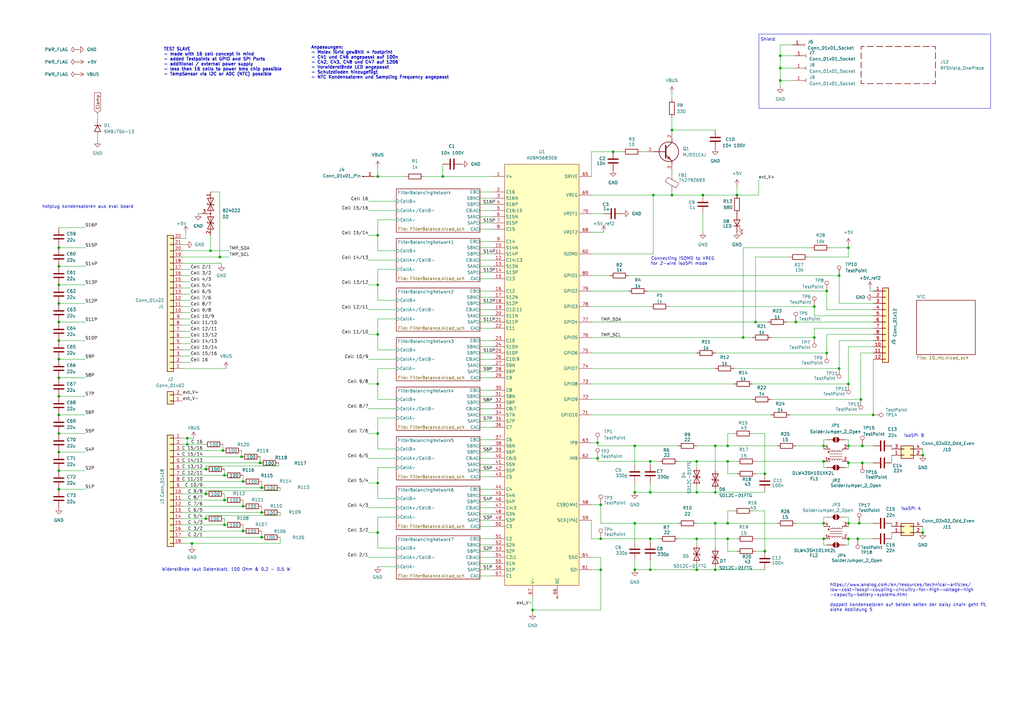
<source format=kicad_sch>
(kicad_sch
	(version 20231120)
	(generator "eeschema")
	(generator_version "8.0")
	(uuid "64eac9c4-e018-49db-b598-a7107a0db15b")
	(paper "A3")
	(lib_symbols
		(symbol "ADBMS6830B_lang:ADBMS6830B_Tall"
			(exclude_from_sim no)
			(in_bom yes)
			(on_board yes)
			(property "Reference" "U"
				(at 0 1.27 0)
				(effects
					(font
						(size 1.27 1.27)
					)
				)
			)
			(property "Value" "ADBMS6830B"
				(at 0 -1.27 0)
				(effects
					(font
						(size 1.27 1.27)
					)
				)
			)
			(property "Footprint" "ADBMS6830:QFP-80_12x12_Pitch0.5mm"
				(at -48.26 53.34 0)
				(effects
					(font
						(size 1.27 1.27)
					)
					(hide yes)
				)
			)
			(property "Datasheet" "~/ADBMS6830B_ADI.pdf"
				(at -48.26 53.34 0)
				(effects
					(font
						(size 1.27 1.27)
					)
					(hide yes)
				)
			)
			(property "Description" ""
				(at 0 0 0)
				(effects
					(font
						(size 1.27 1.27)
					)
					(hide yes)
				)
			)
			(symbol "ADBMS6830B_Tall_1_0"
				(pin input line
					(at -20.32 46.99 0)
					(length 5)
					(name "C14:13"
						(effects
							(font
								(size 1.27 1.27)
							)
						)
					)
					(number "12"
						(effects
							(font
								(size 1.27 1.27)
							)
						)
					)
				)
				(pin input line
					(at -20.32 6.35 0)
					(length 5)
					(name "C10:9"
						(effects
							(font
								(size 1.27 1.27)
							)
						)
					)
					(number "26"
						(effects
							(font
								(size 1.27 1.27)
							)
						)
					)
				)
				(pin input line
					(at -20.32 -13.97 0)
					(length 5)
					(name "C8:7"
						(effects
							(font
								(size 1.27 1.27)
							)
						)
					)
					(number "33"
						(effects
							(font
								(size 1.27 1.27)
							)
						)
					)
				)
				(pin input line
					(at -20.32 -34.29 0)
					(length 5)
					(name "C6:5"
						(effects
							(font
								(size 1.27 1.27)
							)
						)
					)
					(number "40"
						(effects
							(font
								(size 1.27 1.27)
							)
						)
					)
				)
				(pin input line
					(at -20.32 -54.61 0)
					(length 5)
					(name "C4:3"
						(effects
							(font
								(size 1.27 1.27)
							)
						)
					)
					(number "47"
						(effects
							(font
								(size 1.27 1.27)
							)
						)
					)
				)
				(pin input line
					(at -20.32 -74.93 0)
					(length 5)
					(name "C2:1"
						(effects
							(font
								(size 1.27 1.27)
							)
						)
					)
					(number "54"
						(effects
							(font
								(size 1.27 1.27)
							)
						)
					)
				)
				(pin no_connect line
					(at 6.35 -91.44 90)
					(length 5)
					(name "NC"
						(effects
							(font
								(size 1.27 1.27)
							)
						)
					)
					(number "66"
						(effects
							(font
								(size 1.27 1.27)
							)
						)
					)
				)
				(pin bidirectional line
					(at 20.32 -16.51 180)
					(length 5)
					(name "GPIO10"
						(effects
							(font
								(size 1.27 1.27)
							)
						)
					)
					(number "71"
						(effects
							(font
								(size 1.27 1.27)
							)
						)
					)
				)
			)
			(symbol "ADBMS6830B_Tall_1_1"
				(rectangle
					(start -15.24 86.36)
					(end 15.24 -86.36)
					(stroke
						(width 0)
						(type default)
					)
					(fill
						(type background)
					)
				)
				(pin power_out line
					(at -20.32 81.28 0)
					(length 5)
					(name "V+"
						(effects
							(font
								(size 1.27 1.27)
							)
						)
					)
					(number "1"
						(effects
							(font
								(size 1.27 1.27)
							)
						)
					)
				)
				(pin input line
					(at -20.32 52.07 0)
					(length 5)
					(name "S14N"
						(effects
							(font
								(size 1.27 1.27)
							)
						)
					)
					(number "10"
						(effects
							(font
								(size 1.27 1.27)
							)
						)
					)
				)
				(pin input line
					(at -20.32 49.53 0)
					(length 5)
					(name "S14P"
						(effects
							(font
								(size 1.27 1.27)
							)
						)
					)
					(number "11"
						(effects
							(font
								(size 1.27 1.27)
							)
						)
					)
				)
				(pin input line
					(at -20.32 44.45 0)
					(length 5)
					(name "S13N"
						(effects
							(font
								(size 1.27 1.27)
							)
						)
					)
					(number "13"
						(effects
							(font
								(size 1.27 1.27)
							)
						)
					)
				)
				(pin input line
					(at -20.32 41.91 0)
					(length 5)
					(name "S13P"
						(effects
							(font
								(size 1.27 1.27)
							)
						)
					)
					(number "14"
						(effects
							(font
								(size 1.27 1.27)
							)
						)
					)
				)
				(pin input line
					(at -20.32 39.37 0)
					(length 5)
					(name "C13"
						(effects
							(font
								(size 1.27 1.27)
							)
						)
					)
					(number "15"
						(effects
							(font
								(size 1.27 1.27)
							)
						)
					)
				)
				(pin input line
					(at -20.32 34.29 0)
					(length 5)
					(name "C12"
						(effects
							(font
								(size 1.27 1.27)
							)
						)
					)
					(number "16"
						(effects
							(font
								(size 1.27 1.27)
							)
						)
					)
				)
				(pin input line
					(at -20.32 31.75 0)
					(length 5)
					(name "S12N"
						(effects
							(font
								(size 1.27 1.27)
							)
						)
					)
					(number "17"
						(effects
							(font
								(size 1.27 1.27)
							)
						)
					)
				)
				(pin input line
					(at -20.32 29.21 0)
					(length 5)
					(name "S12P"
						(effects
							(font
								(size 1.27 1.27)
							)
						)
					)
					(number "18"
						(effects
							(font
								(size 1.27 1.27)
							)
						)
					)
				)
				(pin input line
					(at -20.32 26.67 0)
					(length 5)
					(name "C12:11"
						(effects
							(font
								(size 1.27 1.27)
							)
						)
					)
					(number "19"
						(effects
							(font
								(size 1.27 1.27)
							)
						)
					)
				)
				(pin input line
					(at -20.32 74.93 0)
					(length 5)
					(name "C16"
						(effects
							(font
								(size 1.27 1.27)
							)
						)
					)
					(number "2"
						(effects
							(font
								(size 1.27 1.27)
							)
						)
					)
				)
				(pin input line
					(at -20.32 24.13 0)
					(length 5)
					(name "S11N"
						(effects
							(font
								(size 1.27 1.27)
							)
						)
					)
					(number "20"
						(effects
							(font
								(size 1.27 1.27)
							)
						)
					)
				)
				(pin input line
					(at -20.32 21.59 0)
					(length 5)
					(name "S11P"
						(effects
							(font
								(size 1.27 1.27)
							)
						)
					)
					(number "21"
						(effects
							(font
								(size 1.27 1.27)
							)
						)
					)
				)
				(pin input line
					(at -20.32 19.05 0)
					(length 5)
					(name "C11"
						(effects
							(font
								(size 1.27 1.27)
							)
						)
					)
					(number "22"
						(effects
							(font
								(size 1.27 1.27)
							)
						)
					)
				)
				(pin input line
					(at -20.32 13.97 0)
					(length 5)
					(name "C10"
						(effects
							(font
								(size 1.27 1.27)
							)
						)
					)
					(number "23"
						(effects
							(font
								(size 1.27 1.27)
							)
						)
					)
				)
				(pin input line
					(at -20.32 11.43 0)
					(length 5)
					(name "S10N"
						(effects
							(font
								(size 1.27 1.27)
							)
						)
					)
					(number "24"
						(effects
							(font
								(size 1.27 1.27)
							)
						)
					)
				)
				(pin input line
					(at -20.32 8.89 0)
					(length 5)
					(name "S10P"
						(effects
							(font
								(size 1.27 1.27)
							)
						)
					)
					(number "25"
						(effects
							(font
								(size 1.27 1.27)
							)
						)
					)
				)
				(pin input line
					(at -20.32 3.81 0)
					(length 5)
					(name "S9N"
						(effects
							(font
								(size 1.27 1.27)
							)
						)
					)
					(number "27"
						(effects
							(font
								(size 1.27 1.27)
							)
						)
					)
				)
				(pin input line
					(at -20.32 1.27 0)
					(length 5)
					(name "S9P"
						(effects
							(font
								(size 1.27 1.27)
							)
						)
					)
					(number "28"
						(effects
							(font
								(size 1.27 1.27)
							)
						)
					)
				)
				(pin input line
					(at -20.32 -1.27 0)
					(length 5)
					(name "C9"
						(effects
							(font
								(size 1.27 1.27)
							)
						)
					)
					(number "29"
						(effects
							(font
								(size 1.27 1.27)
							)
						)
					)
				)
				(pin input line
					(at -20.32 72.39 0)
					(length 5)
					(name "S16N"
						(effects
							(font
								(size 1.27 1.27)
							)
						)
					)
					(number "3"
						(effects
							(font
								(size 1.27 1.27)
							)
						)
					)
				)
				(pin input line
					(at -20.32 -6.35 0)
					(length 5)
					(name "C8"
						(effects
							(font
								(size 1.27 1.27)
							)
						)
					)
					(number "30"
						(effects
							(font
								(size 1.27 1.27)
							)
						)
					)
				)
				(pin input line
					(at -20.32 -8.89 0)
					(length 5)
					(name "S8N"
						(effects
							(font
								(size 1.27 1.27)
							)
						)
					)
					(number "31"
						(effects
							(font
								(size 1.27 1.27)
							)
						)
					)
				)
				(pin input line
					(at -20.32 -11.43 0)
					(length 5)
					(name "S8P"
						(effects
							(font
								(size 1.27 1.27)
							)
						)
					)
					(number "32"
						(effects
							(font
								(size 1.27 1.27)
							)
						)
					)
				)
				(pin input line
					(at -20.32 -16.51 0)
					(length 5)
					(name "S7N"
						(effects
							(font
								(size 1.27 1.27)
							)
						)
					)
					(number "34"
						(effects
							(font
								(size 1.27 1.27)
							)
						)
					)
				)
				(pin input line
					(at -20.32 -19.05 0)
					(length 5)
					(name "S7P"
						(effects
							(font
								(size 1.27 1.27)
							)
						)
					)
					(number "35"
						(effects
							(font
								(size 1.27 1.27)
							)
						)
					)
				)
				(pin input line
					(at -20.32 -21.59 0)
					(length 5)
					(name "C7"
						(effects
							(font
								(size 1.27 1.27)
							)
						)
					)
					(number "36"
						(effects
							(font
								(size 1.27 1.27)
							)
						)
					)
				)
				(pin input line
					(at -20.32 -26.67 0)
					(length 5)
					(name "C6"
						(effects
							(font
								(size 1.27 1.27)
							)
						)
					)
					(number "37"
						(effects
							(font
								(size 1.27 1.27)
							)
						)
					)
				)
				(pin input line
					(at -20.32 -29.21 0)
					(length 5)
					(name "S6N"
						(effects
							(font
								(size 1.27 1.27)
							)
						)
					)
					(number "38"
						(effects
							(font
								(size 1.27 1.27)
							)
						)
					)
				)
				(pin input line
					(at -20.32 -31.75 0)
					(length 5)
					(name "S6P"
						(effects
							(font
								(size 1.27 1.27)
							)
						)
					)
					(number "39"
						(effects
							(font
								(size 1.27 1.27)
							)
						)
					)
				)
				(pin input line
					(at -20.32 69.85 0)
					(length 5)
					(name "S16P"
						(effects
							(font
								(size 1.27 1.27)
							)
						)
					)
					(number "4"
						(effects
							(font
								(size 1.27 1.27)
							)
						)
					)
				)
				(pin input line
					(at -20.32 -36.83 0)
					(length 5)
					(name "S5N"
						(effects
							(font
								(size 1.27 1.27)
							)
						)
					)
					(number "41"
						(effects
							(font
								(size 1.27 1.27)
							)
						)
					)
				)
				(pin input line
					(at -20.32 -39.37 0)
					(length 5)
					(name "S5P"
						(effects
							(font
								(size 1.27 1.27)
							)
						)
					)
					(number "42"
						(effects
							(font
								(size 1.27 1.27)
							)
						)
					)
				)
				(pin input line
					(at -20.32 -41.91 0)
					(length 5)
					(name "C5"
						(effects
							(font
								(size 1.27 1.27)
							)
						)
					)
					(number "43"
						(effects
							(font
								(size 1.27 1.27)
							)
						)
					)
				)
				(pin input line
					(at -20.32 -46.99 0)
					(length 5)
					(name "C4"
						(effects
							(font
								(size 1.27 1.27)
							)
						)
					)
					(number "44"
						(effects
							(font
								(size 1.27 1.27)
							)
						)
					)
				)
				(pin input line
					(at -20.32 -49.53 0)
					(length 5)
					(name "S4N"
						(effects
							(font
								(size 1.27 1.27)
							)
						)
					)
					(number "45"
						(effects
							(font
								(size 1.27 1.27)
							)
						)
					)
				)
				(pin input line
					(at -20.32 -52.07 0)
					(length 5)
					(name "S4P"
						(effects
							(font
								(size 1.27 1.27)
							)
						)
					)
					(number "46"
						(effects
							(font
								(size 1.27 1.27)
							)
						)
					)
				)
				(pin input line
					(at -20.32 -57.15 0)
					(length 5)
					(name "S3N"
						(effects
							(font
								(size 1.27 1.27)
							)
						)
					)
					(number "48"
						(effects
							(font
								(size 1.27 1.27)
							)
						)
					)
				)
				(pin input line
					(at -20.32 -59.69 0)
					(length 5)
					(name "S3P"
						(effects
							(font
								(size 1.27 1.27)
							)
						)
					)
					(number "49"
						(effects
							(font
								(size 1.27 1.27)
							)
						)
					)
				)
				(pin input line
					(at -20.32 67.31 0)
					(length 5)
					(name "C16:15"
						(effects
							(font
								(size 1.27 1.27)
							)
						)
					)
					(number "5"
						(effects
							(font
								(size 1.27 1.27)
							)
						)
					)
				)
				(pin input line
					(at -20.32 -62.23 0)
					(length 5)
					(name "C3"
						(effects
							(font
								(size 1.27 1.27)
							)
						)
					)
					(number "50"
						(effects
							(font
								(size 1.27 1.27)
							)
						)
					)
				)
				(pin input line
					(at -20.32 -67.31 0)
					(length 5)
					(name "C2"
						(effects
							(font
								(size 1.27 1.27)
							)
						)
					)
					(number "51"
						(effects
							(font
								(size 1.27 1.27)
							)
						)
					)
				)
				(pin input line
					(at -20.32 -69.85 0)
					(length 5)
					(name "S2N"
						(effects
							(font
								(size 1.27 1.27)
							)
						)
					)
					(number "52"
						(effects
							(font
								(size 1.27 1.27)
							)
						)
					)
				)
				(pin input line
					(at -20.32 -72.39 0)
					(length 5)
					(name "S2P"
						(effects
							(font
								(size 1.27 1.27)
							)
						)
					)
					(number "53"
						(effects
							(font
								(size 1.27 1.27)
							)
						)
					)
				)
				(pin input line
					(at -20.32 -77.47 0)
					(length 5)
					(name "S1N"
						(effects
							(font
								(size 1.27 1.27)
							)
						)
					)
					(number "55"
						(effects
							(font
								(size 1.27 1.27)
							)
						)
					)
				)
				(pin input line
					(at -20.32 -80.01 0)
					(length 5)
					(name "S1P"
						(effects
							(font
								(size 1.27 1.27)
							)
						)
					)
					(number "56"
						(effects
							(font
								(size 1.27 1.27)
							)
						)
					)
				)
				(pin input line
					(at -20.32 -82.55 0)
					(length 5)
					(name "C1"
						(effects
							(font
								(size 1.27 1.27)
							)
						)
					)
					(number "57"
						(effects
							(font
								(size 1.27 1.27)
							)
						)
					)
				)
				(pin bidirectional line
					(at 20.32 -53.34 180)
					(length 5)
					(name "CSB(IMA)"
						(effects
							(font
								(size 1.27 1.27)
							)
						)
					)
					(number "58"
						(effects
							(font
								(size 1.27 1.27)
							)
						)
					)
				)
				(pin bidirectional line
					(at 20.32 -59.69 180)
					(length 5)
					(name "SCK(IPA)"
						(effects
							(font
								(size 1.27 1.27)
							)
						)
					)
					(number "59"
						(effects
							(font
								(size 1.27 1.27)
							)
						)
					)
				)
				(pin input line
					(at -20.32 64.77 0)
					(length 5)
					(name "S15N"
						(effects
							(font
								(size 1.27 1.27)
							)
						)
					)
					(number "6"
						(effects
							(font
								(size 1.27 1.27)
							)
						)
					)
				)
				(pin bidirectional line
					(at 20.32 49.53 180)
					(length 5)
					(name "ISOMD"
						(effects
							(font
								(size 1.27 1.27)
							)
						)
					)
					(number "60"
						(effects
							(font
								(size 1.27 1.27)
							)
						)
					)
				)
				(pin bidirectional line
					(at 20.32 -80.01 180)
					(length 5)
					(name "SDI"
						(effects
							(font
								(size 1.27 1.27)
							)
						)
					)
					(number "61"
						(effects
							(font
								(size 1.27 1.27)
							)
						)
					)
				)
				(pin bidirectional line
					(at 20.32 -34.29 180)
					(length 5)
					(name "IMB"
						(effects
							(font
								(size 1.27 1.27)
							)
						)
					)
					(number "62"
						(effects
							(font
								(size 1.27 1.27)
							)
						)
					)
				)
				(pin bidirectional line
					(at 20.32 -27.94 180)
					(length 5)
					(name "IPB"
						(effects
							(font
								(size 1.27 1.27)
							)
						)
					)
					(number "63"
						(effects
							(font
								(size 1.27 1.27)
							)
						)
					)
				)
				(pin bidirectional line
					(at 20.32 -74.93 180)
					(length 5)
					(name "SDO"
						(effects
							(font
								(size 1.27 1.27)
							)
						)
					)
					(number "64"
						(effects
							(font
								(size 1.27 1.27)
							)
						)
					)
				)
				(pin bidirectional line
					(at 20.32 81.28 180)
					(length 5)
					(name "DRIVE"
						(effects
							(font
								(size 1.27 1.27)
							)
						)
					)
					(number "65"
						(effects
							(font
								(size 1.27 1.27)
							)
						)
					)
				)
				(pin input line
					(at -3.81 -91.44 90)
					(length 5)
					(name "V-"
						(effects
							(font
								(size 1.27 1.27)
							)
						)
					)
					(number "67"
						(effects
							(font
								(size 1.27 1.27)
							)
						)
					)
				)
				(pin power_out line
					(at 20.32 58.42 180)
					(length 5)
					(name "VREF2"
						(effects
							(font
								(size 1.27 1.27)
							)
						)
					)
					(number "68"
						(effects
							(font
								(size 1.27 1.27)
							)
						)
					)
				)
				(pin input line
					(at 20.32 73.66 180)
					(length 5)
					(name "VREG"
						(effects
							(font
								(size 1.27 1.27)
							)
						)
					)
					(number "69"
						(effects
							(font
								(size 1.27 1.27)
							)
						)
					)
				)
				(pin input line
					(at -20.32 62.23 0)
					(length 5)
					(name "S15P"
						(effects
							(font
								(size 1.27 1.27)
							)
						)
					)
					(number "7"
						(effects
							(font
								(size 1.27 1.27)
							)
						)
					)
				)
				(pin power_out line
					(at 20.32 66.04 180)
					(length 5)
					(name "VREF1"
						(effects
							(font
								(size 1.27 1.27)
							)
						)
					)
					(number "70"
						(effects
							(font
								(size 1.27 1.27)
							)
						)
					)
				)
				(pin bidirectional line
					(at 20.32 -10.16 180)
					(length 5)
					(name "GPIO9"
						(effects
							(font
								(size 1.27 1.27)
							)
						)
					)
					(number "72"
						(effects
							(font
								(size 1.27 1.27)
							)
						)
					)
				)
				(pin bidirectional line
					(at 20.32 -3.81 180)
					(length 5)
					(name "GPIO8"
						(effects
							(font
								(size 1.27 1.27)
							)
						)
					)
					(number "73"
						(effects
							(font
								(size 1.27 1.27)
							)
						)
					)
				)
				(pin bidirectional line
					(at 20.32 2.54 180)
					(length 5)
					(name "GPIO7"
						(effects
							(font
								(size 1.27 1.27)
							)
						)
					)
					(number "74"
						(effects
							(font
								(size 1.27 1.27)
							)
						)
					)
				)
				(pin bidirectional line
					(at 20.32 8.89 180)
					(length 5)
					(name "GPIO6"
						(effects
							(font
								(size 1.27 1.27)
							)
						)
					)
					(number "75"
						(effects
							(font
								(size 1.27 1.27)
							)
						)
					)
				)
				(pin bidirectional line
					(at 20.32 15.24 180)
					(length 5)
					(name "GPIO5"
						(effects
							(font
								(size 1.27 1.27)
							)
						)
					)
					(number "76"
						(effects
							(font
								(size 1.27 1.27)
							)
						)
					)
				)
				(pin bidirectional line
					(at 20.32 21.59 180)
					(length 5)
					(name "GPIO4"
						(effects
							(font
								(size 1.27 1.27)
							)
						)
					)
					(number "77"
						(effects
							(font
								(size 1.27 1.27)
							)
						)
					)
				)
				(pin bidirectional line
					(at 20.32 27.94 180)
					(length 5)
					(name "GPIO3"
						(effects
							(font
								(size 1.27 1.27)
							)
						)
					)
					(number "78"
						(effects
							(font
								(size 1.27 1.27)
							)
						)
					)
				)
				(pin bidirectional line
					(at 20.32 34.29 180)
					(length 5)
					(name "GPIO2"
						(effects
							(font
								(size 1.27 1.27)
							)
						)
					)
					(number "79"
						(effects
							(font
								(size 1.27 1.27)
							)
						)
					)
				)
				(pin input line
					(at -20.32 59.69 0)
					(length 5)
					(name "C15"
						(effects
							(font
								(size 1.27 1.27)
							)
						)
					)
					(number "8"
						(effects
							(font
								(size 1.27 1.27)
							)
						)
					)
				)
				(pin bidirectional line
					(at 20.32 40.64 180)
					(length 5)
					(name "GPIO1"
						(effects
							(font
								(size 1.27 1.27)
							)
						)
					)
					(number "80"
						(effects
							(font
								(size 1.27 1.27)
							)
						)
					)
				)
				(pin input line
					(at -20.32 54.61 0)
					(length 5)
					(name "C14"
						(effects
							(font
								(size 1.27 1.27)
							)
						)
					)
					(number "9"
						(effects
							(font
								(size 1.27 1.27)
							)
						)
					)
				)
			)
		)
		(symbol "Connector:Conn_01x01_Pin"
			(pin_names
				(offset 1.016) hide)
			(exclude_from_sim no)
			(in_bom yes)
			(on_board yes)
			(property "Reference" "J"
				(at 0 2.54 0)
				(effects
					(font
						(size 1.27 1.27)
					)
				)
			)
			(property "Value" "Conn_01x01_Pin"
				(at 0 -2.54 0)
				(effects
					(font
						(size 1.27 1.27)
					)
				)
			)
			(property "Footprint" ""
				(at 0 0 0)
				(effects
					(font
						(size 1.27 1.27)
					)
					(hide yes)
				)
			)
			(property "Datasheet" "~"
				(at 0 0 0)
				(effects
					(font
						(size 1.27 1.27)
					)
					(hide yes)
				)
			)
			(property "Description" "Generic connector, single row, 01x01, script generated"
				(at 0 0 0)
				(effects
					(font
						(size 1.27 1.27)
					)
					(hide yes)
				)
			)
			(property "ki_locked" ""
				(at 0 0 0)
				(effects
					(font
						(size 1.27 1.27)
					)
				)
			)
			(property "ki_keywords" "connector"
				(at 0 0 0)
				(effects
					(font
						(size 1.27 1.27)
					)
					(hide yes)
				)
			)
			(property "ki_fp_filters" "Connector*:*_1x??_*"
				(at 0 0 0)
				(effects
					(font
						(size 1.27 1.27)
					)
					(hide yes)
				)
			)
			(symbol "Conn_01x01_Pin_1_1"
				(polyline
					(pts
						(xy 1.27 0) (xy 0.8636 0)
					)
					(stroke
						(width 0.1524)
						(type default)
					)
					(fill
						(type none)
					)
				)
				(rectangle
					(start 0.8636 0.127)
					(end 0 -0.127)
					(stroke
						(width 0.1524)
						(type default)
					)
					(fill
						(type outline)
					)
				)
				(pin passive line
					(at 5.08 0 180)
					(length 3.81)
					(name "Pin_1"
						(effects
							(font
								(size 1.27 1.27)
							)
						)
					)
					(number "1"
						(effects
							(font
								(size 1.27 1.27)
							)
						)
					)
				)
			)
		)
		(symbol "Connector:Conn_01x01_Socket"
			(pin_names
				(offset 1.016) hide)
			(exclude_from_sim no)
			(in_bom yes)
			(on_board yes)
			(property "Reference" "J"
				(at 0 2.54 0)
				(effects
					(font
						(size 1.27 1.27)
					)
				)
			)
			(property "Value" "Conn_01x01_Socket"
				(at 0 -2.54 0)
				(effects
					(font
						(size 1.27 1.27)
					)
				)
			)
			(property "Footprint" ""
				(at 0 0 0)
				(effects
					(font
						(size 1.27 1.27)
					)
					(hide yes)
				)
			)
			(property "Datasheet" "~"
				(at 0 0 0)
				(effects
					(font
						(size 1.27 1.27)
					)
					(hide yes)
				)
			)
			(property "Description" "Generic connector, single row, 01x01, script generated"
				(at 0 0 0)
				(effects
					(font
						(size 1.27 1.27)
					)
					(hide yes)
				)
			)
			(property "ki_locked" ""
				(at 0 0 0)
				(effects
					(font
						(size 1.27 1.27)
					)
				)
			)
			(property "ki_keywords" "connector"
				(at 0 0 0)
				(effects
					(font
						(size 1.27 1.27)
					)
					(hide yes)
				)
			)
			(property "ki_fp_filters" "Connector*:*_1x??_*"
				(at 0 0 0)
				(effects
					(font
						(size 1.27 1.27)
					)
					(hide yes)
				)
			)
			(symbol "Conn_01x01_Socket_1_1"
				(polyline
					(pts
						(xy -1.27 0) (xy -0.508 0)
					)
					(stroke
						(width 0.1524)
						(type default)
					)
					(fill
						(type none)
					)
				)
				(arc
					(start 0 0.508)
					(mid -0.5058 0)
					(end 0 -0.508)
					(stroke
						(width 0.1524)
						(type default)
					)
					(fill
						(type none)
					)
				)
				(pin passive line
					(at -5.08 0 0)
					(length 3.81)
					(name "Pin_1"
						(effects
							(font
								(size 1.27 1.27)
							)
						)
					)
					(number "1"
						(effects
							(font
								(size 1.27 1.27)
							)
						)
					)
				)
			)
		)
		(symbol "Connector:TestPoint"
			(pin_numbers hide)
			(pin_names
				(offset 0.762) hide)
			(exclude_from_sim no)
			(in_bom yes)
			(on_board yes)
			(property "Reference" "TP"
				(at 0 6.858 0)
				(effects
					(font
						(size 1.27 1.27)
					)
				)
			)
			(property "Value" "TestPoint"
				(at 0 5.08 0)
				(effects
					(font
						(size 1.27 1.27)
					)
				)
			)
			(property "Footprint" ""
				(at 5.08 0 0)
				(effects
					(font
						(size 1.27 1.27)
					)
					(hide yes)
				)
			)
			(property "Datasheet" "~"
				(at 5.08 0 0)
				(effects
					(font
						(size 1.27 1.27)
					)
					(hide yes)
				)
			)
			(property "Description" "test point"
				(at 0 0 0)
				(effects
					(font
						(size 1.27 1.27)
					)
					(hide yes)
				)
			)
			(property "ki_keywords" "test point tp"
				(at 0 0 0)
				(effects
					(font
						(size 1.27 1.27)
					)
					(hide yes)
				)
			)
			(property "ki_fp_filters" "Pin* Test*"
				(at 0 0 0)
				(effects
					(font
						(size 1.27 1.27)
					)
					(hide yes)
				)
			)
			(symbol "TestPoint_0_1"
				(circle
					(center 0 3.302)
					(radius 0.762)
					(stroke
						(width 0)
						(type default)
					)
					(fill
						(type none)
					)
				)
			)
			(symbol "TestPoint_1_1"
				(pin passive line
					(at 0 0 90)
					(length 2.54)
					(name "1"
						(effects
							(font
								(size 1.27 1.27)
							)
						)
					)
					(number "1"
						(effects
							(font
								(size 1.27 1.27)
							)
						)
					)
				)
			)
		)
		(symbol "Connector_Generic:Conn_01x02"
			(pin_names
				(offset 1.016) hide)
			(exclude_from_sim no)
			(in_bom yes)
			(on_board yes)
			(property "Reference" "J"
				(at 0 2.54 0)
				(effects
					(font
						(size 1.27 1.27)
					)
				)
			)
			(property "Value" "Conn_01x02"
				(at 0 -5.08 0)
				(effects
					(font
						(size 1.27 1.27)
					)
				)
			)
			(property "Footprint" ""
				(at 0 0 0)
				(effects
					(font
						(size 1.27 1.27)
					)
					(hide yes)
				)
			)
			(property "Datasheet" "~"
				(at 0 0 0)
				(effects
					(font
						(size 1.27 1.27)
					)
					(hide yes)
				)
			)
			(property "Description" "Generic connector, single row, 01x02, script generated (kicad-library-utils/schlib/autogen/connector/)"
				(at 0 0 0)
				(effects
					(font
						(size 1.27 1.27)
					)
					(hide yes)
				)
			)
			(property "ki_keywords" "connector"
				(at 0 0 0)
				(effects
					(font
						(size 1.27 1.27)
					)
					(hide yes)
				)
			)
			(property "ki_fp_filters" "Connector*:*_1x??_*"
				(at 0 0 0)
				(effects
					(font
						(size 1.27 1.27)
					)
					(hide yes)
				)
			)
			(symbol "Conn_01x02_1_1"
				(rectangle
					(start -1.27 -2.413)
					(end 0 -2.667)
					(stroke
						(width 0.1524)
						(type default)
					)
					(fill
						(type none)
					)
				)
				(rectangle
					(start -1.27 0.127)
					(end 0 -0.127)
					(stroke
						(width 0.1524)
						(type default)
					)
					(fill
						(type none)
					)
				)
				(rectangle
					(start -1.27 1.27)
					(end 1.27 -3.81)
					(stroke
						(width 0.254)
						(type default)
					)
					(fill
						(type background)
					)
				)
				(pin passive line
					(at -5.08 0 0)
					(length 3.81)
					(name "Pin_1"
						(effects
							(font
								(size 1.27 1.27)
							)
						)
					)
					(number "1"
						(effects
							(font
								(size 1.27 1.27)
							)
						)
					)
				)
				(pin passive line
					(at -5.08 -2.54 0)
					(length 3.81)
					(name "Pin_2"
						(effects
							(font
								(size 1.27 1.27)
							)
						)
					)
					(number "2"
						(effects
							(font
								(size 1.27 1.27)
							)
						)
					)
				)
			)
		)
		(symbol "Connector_Generic:Conn_01x12"
			(pin_names
				(offset 1.016) hide)
			(exclude_from_sim no)
			(in_bom yes)
			(on_board yes)
			(property "Reference" "J"
				(at 0 15.24 0)
				(effects
					(font
						(size 1.27 1.27)
					)
				)
			)
			(property "Value" "Conn_01x12"
				(at 0 -17.78 0)
				(effects
					(font
						(size 1.27 1.27)
					)
				)
			)
			(property "Footprint" ""
				(at 0 0 0)
				(effects
					(font
						(size 1.27 1.27)
					)
					(hide yes)
				)
			)
			(property "Datasheet" "~"
				(at 0 0 0)
				(effects
					(font
						(size 1.27 1.27)
					)
					(hide yes)
				)
			)
			(property "Description" "Generic connector, single row, 01x12, script generated (kicad-library-utils/schlib/autogen/connector/)"
				(at 0 0 0)
				(effects
					(font
						(size 1.27 1.27)
					)
					(hide yes)
				)
			)
			(property "ki_keywords" "connector"
				(at 0 0 0)
				(effects
					(font
						(size 1.27 1.27)
					)
					(hide yes)
				)
			)
			(property "ki_fp_filters" "Connector*:*_1x??_*"
				(at 0 0 0)
				(effects
					(font
						(size 1.27 1.27)
					)
					(hide yes)
				)
			)
			(symbol "Conn_01x12_1_1"
				(rectangle
					(start -1.27 -15.113)
					(end 0 -15.367)
					(stroke
						(width 0.1524)
						(type default)
					)
					(fill
						(type none)
					)
				)
				(rectangle
					(start -1.27 -12.573)
					(end 0 -12.827)
					(stroke
						(width 0.1524)
						(type default)
					)
					(fill
						(type none)
					)
				)
				(rectangle
					(start -1.27 -10.033)
					(end 0 -10.287)
					(stroke
						(width 0.1524)
						(type default)
					)
					(fill
						(type none)
					)
				)
				(rectangle
					(start -1.27 -7.493)
					(end 0 -7.747)
					(stroke
						(width 0.1524)
						(type default)
					)
					(fill
						(type none)
					)
				)
				(rectangle
					(start -1.27 -4.953)
					(end 0 -5.207)
					(stroke
						(width 0.1524)
						(type default)
					)
					(fill
						(type none)
					)
				)
				(rectangle
					(start -1.27 -2.413)
					(end 0 -2.667)
					(stroke
						(width 0.1524)
						(type default)
					)
					(fill
						(type none)
					)
				)
				(rectangle
					(start -1.27 0.127)
					(end 0 -0.127)
					(stroke
						(width 0.1524)
						(type default)
					)
					(fill
						(type none)
					)
				)
				(rectangle
					(start -1.27 2.667)
					(end 0 2.413)
					(stroke
						(width 0.1524)
						(type default)
					)
					(fill
						(type none)
					)
				)
				(rectangle
					(start -1.27 5.207)
					(end 0 4.953)
					(stroke
						(width 0.1524)
						(type default)
					)
					(fill
						(type none)
					)
				)
				(rectangle
					(start -1.27 7.747)
					(end 0 7.493)
					(stroke
						(width 0.1524)
						(type default)
					)
					(fill
						(type none)
					)
				)
				(rectangle
					(start -1.27 10.287)
					(end 0 10.033)
					(stroke
						(width 0.1524)
						(type default)
					)
					(fill
						(type none)
					)
				)
				(rectangle
					(start -1.27 12.827)
					(end 0 12.573)
					(stroke
						(width 0.1524)
						(type default)
					)
					(fill
						(type none)
					)
				)
				(rectangle
					(start -1.27 13.97)
					(end 1.27 -16.51)
					(stroke
						(width 0.254)
						(type default)
					)
					(fill
						(type background)
					)
				)
				(pin passive line
					(at -5.08 12.7 0)
					(length 3.81)
					(name "Pin_1"
						(effects
							(font
								(size 1.27 1.27)
							)
						)
					)
					(number "1"
						(effects
							(font
								(size 1.27 1.27)
							)
						)
					)
				)
				(pin passive line
					(at -5.08 -10.16 0)
					(length 3.81)
					(name "Pin_10"
						(effects
							(font
								(size 1.27 1.27)
							)
						)
					)
					(number "10"
						(effects
							(font
								(size 1.27 1.27)
							)
						)
					)
				)
				(pin passive line
					(at -5.08 -12.7 0)
					(length 3.81)
					(name "Pin_11"
						(effects
							(font
								(size 1.27 1.27)
							)
						)
					)
					(number "11"
						(effects
							(font
								(size 1.27 1.27)
							)
						)
					)
				)
				(pin passive line
					(at -5.08 -15.24 0)
					(length 3.81)
					(name "Pin_12"
						(effects
							(font
								(size 1.27 1.27)
							)
						)
					)
					(number "12"
						(effects
							(font
								(size 1.27 1.27)
							)
						)
					)
				)
				(pin passive line
					(at -5.08 10.16 0)
					(length 3.81)
					(name "Pin_2"
						(effects
							(font
								(size 1.27 1.27)
							)
						)
					)
					(number "2"
						(effects
							(font
								(size 1.27 1.27)
							)
						)
					)
				)
				(pin passive line
					(at -5.08 7.62 0)
					(length 3.81)
					(name "Pin_3"
						(effects
							(font
								(size 1.27 1.27)
							)
						)
					)
					(number "3"
						(effects
							(font
								(size 1.27 1.27)
							)
						)
					)
				)
				(pin passive line
					(at -5.08 5.08 0)
					(length 3.81)
					(name "Pin_4"
						(effects
							(font
								(size 1.27 1.27)
							)
						)
					)
					(number "4"
						(effects
							(font
								(size 1.27 1.27)
							)
						)
					)
				)
				(pin passive line
					(at -5.08 2.54 0)
					(length 3.81)
					(name "Pin_5"
						(effects
							(font
								(size 1.27 1.27)
							)
						)
					)
					(number "5"
						(effects
							(font
								(size 1.27 1.27)
							)
						)
					)
				)
				(pin passive line
					(at -5.08 0 0)
					(length 3.81)
					(name "Pin_6"
						(effects
							(font
								(size 1.27 1.27)
							)
						)
					)
					(number "6"
						(effects
							(font
								(size 1.27 1.27)
							)
						)
					)
				)
				(pin passive line
					(at -5.08 -2.54 0)
					(length 3.81)
					(name "Pin_7"
						(effects
							(font
								(size 1.27 1.27)
							)
						)
					)
					(number "7"
						(effects
							(font
								(size 1.27 1.27)
							)
						)
					)
				)
				(pin passive line
					(at -5.08 -5.08 0)
					(length 3.81)
					(name "Pin_8"
						(effects
							(font
								(size 1.27 1.27)
							)
						)
					)
					(number "8"
						(effects
							(font
								(size 1.27 1.27)
							)
						)
					)
				)
				(pin passive line
					(at -5.08 -7.62 0)
					(length 3.81)
					(name "Pin_9"
						(effects
							(font
								(size 1.27 1.27)
							)
						)
					)
					(number "9"
						(effects
							(font
								(size 1.27 1.27)
							)
						)
					)
				)
			)
		)
		(symbol "Connector_Generic:Conn_01x18"
			(pin_names
				(offset 1.016) hide)
			(exclude_from_sim no)
			(in_bom yes)
			(on_board yes)
			(property "Reference" "J"
				(at 0 22.86 0)
				(effects
					(font
						(size 1.27 1.27)
					)
				)
			)
			(property "Value" "Conn_01x18"
				(at 0 -25.4 0)
				(effects
					(font
						(size 1.27 1.27)
					)
				)
			)
			(property "Footprint" ""
				(at 0 0 0)
				(effects
					(font
						(size 1.27 1.27)
					)
					(hide yes)
				)
			)
			(property "Datasheet" "~"
				(at 0 0 0)
				(effects
					(font
						(size 1.27 1.27)
					)
					(hide yes)
				)
			)
			(property "Description" "Generic connector, single row, 01x18, script generated (kicad-library-utils/schlib/autogen/connector/)"
				(at 0 0 0)
				(effects
					(font
						(size 1.27 1.27)
					)
					(hide yes)
				)
			)
			(property "ki_keywords" "connector"
				(at 0 0 0)
				(effects
					(font
						(size 1.27 1.27)
					)
					(hide yes)
				)
			)
			(property "ki_fp_filters" "Connector*:*_1x??_*"
				(at 0 0 0)
				(effects
					(font
						(size 1.27 1.27)
					)
					(hide yes)
				)
			)
			(symbol "Conn_01x18_1_1"
				(rectangle
					(start -1.27 -22.733)
					(end 0 -22.987)
					(stroke
						(width 0.1524)
						(type default)
					)
					(fill
						(type none)
					)
				)
				(rectangle
					(start -1.27 -20.193)
					(end 0 -20.447)
					(stroke
						(width 0.1524)
						(type default)
					)
					(fill
						(type none)
					)
				)
				(rectangle
					(start -1.27 -17.653)
					(end 0 -17.907)
					(stroke
						(width 0.1524)
						(type default)
					)
					(fill
						(type none)
					)
				)
				(rectangle
					(start -1.27 -15.113)
					(end 0 -15.367)
					(stroke
						(width 0.1524)
						(type default)
					)
					(fill
						(type none)
					)
				)
				(rectangle
					(start -1.27 -12.573)
					(end 0 -12.827)
					(stroke
						(width 0.1524)
						(type default)
					)
					(fill
						(type none)
					)
				)
				(rectangle
					(start -1.27 -10.033)
					(end 0 -10.287)
					(stroke
						(width 0.1524)
						(type default)
					)
					(fill
						(type none)
					)
				)
				(rectangle
					(start -1.27 -7.493)
					(end 0 -7.747)
					(stroke
						(width 0.1524)
						(type default)
					)
					(fill
						(type none)
					)
				)
				(rectangle
					(start -1.27 -4.953)
					(end 0 -5.207)
					(stroke
						(width 0.1524)
						(type default)
					)
					(fill
						(type none)
					)
				)
				(rectangle
					(start -1.27 -2.413)
					(end 0 -2.667)
					(stroke
						(width 0.1524)
						(type default)
					)
					(fill
						(type none)
					)
				)
				(rectangle
					(start -1.27 0.127)
					(end 0 -0.127)
					(stroke
						(width 0.1524)
						(type default)
					)
					(fill
						(type none)
					)
				)
				(rectangle
					(start -1.27 2.667)
					(end 0 2.413)
					(stroke
						(width 0.1524)
						(type default)
					)
					(fill
						(type none)
					)
				)
				(rectangle
					(start -1.27 5.207)
					(end 0 4.953)
					(stroke
						(width 0.1524)
						(type default)
					)
					(fill
						(type none)
					)
				)
				(rectangle
					(start -1.27 7.747)
					(end 0 7.493)
					(stroke
						(width 0.1524)
						(type default)
					)
					(fill
						(type none)
					)
				)
				(rectangle
					(start -1.27 10.287)
					(end 0 10.033)
					(stroke
						(width 0.1524)
						(type default)
					)
					(fill
						(type none)
					)
				)
				(rectangle
					(start -1.27 12.827)
					(end 0 12.573)
					(stroke
						(width 0.1524)
						(type default)
					)
					(fill
						(type none)
					)
				)
				(rectangle
					(start -1.27 15.367)
					(end 0 15.113)
					(stroke
						(width 0.1524)
						(type default)
					)
					(fill
						(type none)
					)
				)
				(rectangle
					(start -1.27 17.907)
					(end 0 17.653)
					(stroke
						(width 0.1524)
						(type default)
					)
					(fill
						(type none)
					)
				)
				(rectangle
					(start -1.27 20.447)
					(end 0 20.193)
					(stroke
						(width 0.1524)
						(type default)
					)
					(fill
						(type none)
					)
				)
				(rectangle
					(start -1.27 21.59)
					(end 1.27 -24.13)
					(stroke
						(width 0.254)
						(type default)
					)
					(fill
						(type background)
					)
				)
				(pin passive line
					(at -5.08 20.32 0)
					(length 3.81)
					(name "Pin_1"
						(effects
							(font
								(size 1.27 1.27)
							)
						)
					)
					(number "1"
						(effects
							(font
								(size 1.27 1.27)
							)
						)
					)
				)
				(pin passive line
					(at -5.08 -2.54 0)
					(length 3.81)
					(name "Pin_10"
						(effects
							(font
								(size 1.27 1.27)
							)
						)
					)
					(number "10"
						(effects
							(font
								(size 1.27 1.27)
							)
						)
					)
				)
				(pin passive line
					(at -5.08 -5.08 0)
					(length 3.81)
					(name "Pin_11"
						(effects
							(font
								(size 1.27 1.27)
							)
						)
					)
					(number "11"
						(effects
							(font
								(size 1.27 1.27)
							)
						)
					)
				)
				(pin passive line
					(at -5.08 -7.62 0)
					(length 3.81)
					(name "Pin_12"
						(effects
							(font
								(size 1.27 1.27)
							)
						)
					)
					(number "12"
						(effects
							(font
								(size 1.27 1.27)
							)
						)
					)
				)
				(pin passive line
					(at -5.08 -10.16 0)
					(length 3.81)
					(name "Pin_13"
						(effects
							(font
								(size 1.27 1.27)
							)
						)
					)
					(number "13"
						(effects
							(font
								(size 1.27 1.27)
							)
						)
					)
				)
				(pin passive line
					(at -5.08 -12.7 0)
					(length 3.81)
					(name "Pin_14"
						(effects
							(font
								(size 1.27 1.27)
							)
						)
					)
					(number "14"
						(effects
							(font
								(size 1.27 1.27)
							)
						)
					)
				)
				(pin passive line
					(at -5.08 -15.24 0)
					(length 3.81)
					(name "Pin_15"
						(effects
							(font
								(size 1.27 1.27)
							)
						)
					)
					(number "15"
						(effects
							(font
								(size 1.27 1.27)
							)
						)
					)
				)
				(pin passive line
					(at -5.08 -17.78 0)
					(length 3.81)
					(name "Pin_16"
						(effects
							(font
								(size 1.27 1.27)
							)
						)
					)
					(number "16"
						(effects
							(font
								(size 1.27 1.27)
							)
						)
					)
				)
				(pin passive line
					(at -5.08 -20.32 0)
					(length 3.81)
					(name "Pin_17"
						(effects
							(font
								(size 1.27 1.27)
							)
						)
					)
					(number "17"
						(effects
							(font
								(size 1.27 1.27)
							)
						)
					)
				)
				(pin passive line
					(at -5.08 -22.86 0)
					(length 3.81)
					(name "Pin_18"
						(effects
							(font
								(size 1.27 1.27)
							)
						)
					)
					(number "18"
						(effects
							(font
								(size 1.27 1.27)
							)
						)
					)
				)
				(pin passive line
					(at -5.08 17.78 0)
					(length 3.81)
					(name "Pin_2"
						(effects
							(font
								(size 1.27 1.27)
							)
						)
					)
					(number "2"
						(effects
							(font
								(size 1.27 1.27)
							)
						)
					)
				)
				(pin passive line
					(at -5.08 15.24 0)
					(length 3.81)
					(name "Pin_3"
						(effects
							(font
								(size 1.27 1.27)
							)
						)
					)
					(number "3"
						(effects
							(font
								(size 1.27 1.27)
							)
						)
					)
				)
				(pin passive line
					(at -5.08 12.7 0)
					(length 3.81)
					(name "Pin_4"
						(effects
							(font
								(size 1.27 1.27)
							)
						)
					)
					(number "4"
						(effects
							(font
								(size 1.27 1.27)
							)
						)
					)
				)
				(pin passive line
					(at -5.08 10.16 0)
					(length 3.81)
					(name "Pin_5"
						(effects
							(font
								(size 1.27 1.27)
							)
						)
					)
					(number "5"
						(effects
							(font
								(size 1.27 1.27)
							)
						)
					)
				)
				(pin passive line
					(at -5.08 7.62 0)
					(length 3.81)
					(name "Pin_6"
						(effects
							(font
								(size 1.27 1.27)
							)
						)
					)
					(number "6"
						(effects
							(font
								(size 1.27 1.27)
							)
						)
					)
				)
				(pin passive line
					(at -5.08 5.08 0)
					(length 3.81)
					(name "Pin_7"
						(effects
							(font
								(size 1.27 1.27)
							)
						)
					)
					(number "7"
						(effects
							(font
								(size 1.27 1.27)
							)
						)
					)
				)
				(pin passive line
					(at -5.08 2.54 0)
					(length 3.81)
					(name "Pin_8"
						(effects
							(font
								(size 1.27 1.27)
							)
						)
					)
					(number "8"
						(effects
							(font
								(size 1.27 1.27)
							)
						)
					)
				)
				(pin passive line
					(at -5.08 0 0)
					(length 3.81)
					(name "Pin_9"
						(effects
							(font
								(size 1.27 1.27)
							)
						)
					)
					(number "9"
						(effects
							(font
								(size 1.27 1.27)
							)
						)
					)
				)
			)
		)
		(symbol "Connector_Generic:Conn_01x22"
			(pin_names
				(offset 1.016) hide)
			(exclude_from_sim no)
			(in_bom yes)
			(on_board yes)
			(property "Reference" "J"
				(at 0 27.94 0)
				(effects
					(font
						(size 1.27 1.27)
					)
				)
			)
			(property "Value" "Conn_01x22"
				(at 0 -30.48 0)
				(effects
					(font
						(size 1.27 1.27)
					)
				)
			)
			(property "Footprint" ""
				(at 0 0 0)
				(effects
					(font
						(size 1.27 1.27)
					)
					(hide yes)
				)
			)
			(property "Datasheet" "~"
				(at 0 0 0)
				(effects
					(font
						(size 1.27 1.27)
					)
					(hide yes)
				)
			)
			(property "Description" "Generic connector, single row, 01x22, script generated (kicad-library-utils/schlib/autogen/connector/)"
				(at 0 0 0)
				(effects
					(font
						(size 1.27 1.27)
					)
					(hide yes)
				)
			)
			(property "ki_keywords" "connector"
				(at 0 0 0)
				(effects
					(font
						(size 1.27 1.27)
					)
					(hide yes)
				)
			)
			(property "ki_fp_filters" "Connector*:*_1x??_*"
				(at 0 0 0)
				(effects
					(font
						(size 1.27 1.27)
					)
					(hide yes)
				)
			)
			(symbol "Conn_01x22_1_1"
				(rectangle
					(start -1.27 -27.813)
					(end 0 -28.067)
					(stroke
						(width 0.1524)
						(type default)
					)
					(fill
						(type none)
					)
				)
				(rectangle
					(start -1.27 -25.273)
					(end 0 -25.527)
					(stroke
						(width 0.1524)
						(type default)
					)
					(fill
						(type none)
					)
				)
				(rectangle
					(start -1.27 -22.733)
					(end 0 -22.987)
					(stroke
						(width 0.1524)
						(type default)
					)
					(fill
						(type none)
					)
				)
				(rectangle
					(start -1.27 -20.193)
					(end 0 -20.447)
					(stroke
						(width 0.1524)
						(type default)
					)
					(fill
						(type none)
					)
				)
				(rectangle
					(start -1.27 -17.653)
					(end 0 -17.907)
					(stroke
						(width 0.1524)
						(type default)
					)
					(fill
						(type none)
					)
				)
				(rectangle
					(start -1.27 -15.113)
					(end 0 -15.367)
					(stroke
						(width 0.1524)
						(type default)
					)
					(fill
						(type none)
					)
				)
				(rectangle
					(start -1.27 -12.573)
					(end 0 -12.827)
					(stroke
						(width 0.1524)
						(type default)
					)
					(fill
						(type none)
					)
				)
				(rectangle
					(start -1.27 -10.033)
					(end 0 -10.287)
					(stroke
						(width 0.1524)
						(type default)
					)
					(fill
						(type none)
					)
				)
				(rectangle
					(start -1.27 -7.493)
					(end 0 -7.747)
					(stroke
						(width 0.1524)
						(type default)
					)
					(fill
						(type none)
					)
				)
				(rectangle
					(start -1.27 -4.953)
					(end 0 -5.207)
					(stroke
						(width 0.1524)
						(type default)
					)
					(fill
						(type none)
					)
				)
				(rectangle
					(start -1.27 -2.413)
					(end 0 -2.667)
					(stroke
						(width 0.1524)
						(type default)
					)
					(fill
						(type none)
					)
				)
				(rectangle
					(start -1.27 0.127)
					(end 0 -0.127)
					(stroke
						(width 0.1524)
						(type default)
					)
					(fill
						(type none)
					)
				)
				(rectangle
					(start -1.27 2.667)
					(end 0 2.413)
					(stroke
						(width 0.1524)
						(type default)
					)
					(fill
						(type none)
					)
				)
				(rectangle
					(start -1.27 5.207)
					(end 0 4.953)
					(stroke
						(width 0.1524)
						(type default)
					)
					(fill
						(type none)
					)
				)
				(rectangle
					(start -1.27 7.747)
					(end 0 7.493)
					(stroke
						(width 0.1524)
						(type default)
					)
					(fill
						(type none)
					)
				)
				(rectangle
					(start -1.27 10.287)
					(end 0 10.033)
					(stroke
						(width 0.1524)
						(type default)
					)
					(fill
						(type none)
					)
				)
				(rectangle
					(start -1.27 12.827)
					(end 0 12.573)
					(stroke
						(width 0.1524)
						(type default)
					)
					(fill
						(type none)
					)
				)
				(rectangle
					(start -1.27 15.367)
					(end 0 15.113)
					(stroke
						(width 0.1524)
						(type default)
					)
					(fill
						(type none)
					)
				)
				(rectangle
					(start -1.27 17.907)
					(end 0 17.653)
					(stroke
						(width 0.1524)
						(type default)
					)
					(fill
						(type none)
					)
				)
				(rectangle
					(start -1.27 20.447)
					(end 0 20.193)
					(stroke
						(width 0.1524)
						(type default)
					)
					(fill
						(type none)
					)
				)
				(rectangle
					(start -1.27 22.987)
					(end 0 22.733)
					(stroke
						(width 0.1524)
						(type default)
					)
					(fill
						(type none)
					)
				)
				(rectangle
					(start -1.27 25.527)
					(end 0 25.273)
					(stroke
						(width 0.1524)
						(type default)
					)
					(fill
						(type none)
					)
				)
				(rectangle
					(start -1.27 26.67)
					(end 1.27 -29.21)
					(stroke
						(width 0.254)
						(type default)
					)
					(fill
						(type background)
					)
				)
				(pin passive line
					(at -5.08 25.4 0)
					(length 3.81)
					(name "Pin_1"
						(effects
							(font
								(size 1.27 1.27)
							)
						)
					)
					(number "1"
						(effects
							(font
								(size 1.27 1.27)
							)
						)
					)
				)
				(pin passive line
					(at -5.08 2.54 0)
					(length 3.81)
					(name "Pin_10"
						(effects
							(font
								(size 1.27 1.27)
							)
						)
					)
					(number "10"
						(effects
							(font
								(size 1.27 1.27)
							)
						)
					)
				)
				(pin passive line
					(at -5.08 0 0)
					(length 3.81)
					(name "Pin_11"
						(effects
							(font
								(size 1.27 1.27)
							)
						)
					)
					(number "11"
						(effects
							(font
								(size 1.27 1.27)
							)
						)
					)
				)
				(pin passive line
					(at -5.08 -2.54 0)
					(length 3.81)
					(name "Pin_12"
						(effects
							(font
								(size 1.27 1.27)
							)
						)
					)
					(number "12"
						(effects
							(font
								(size 1.27 1.27)
							)
						)
					)
				)
				(pin passive line
					(at -5.08 -5.08 0)
					(length 3.81)
					(name "Pin_13"
						(effects
							(font
								(size 1.27 1.27)
							)
						)
					)
					(number "13"
						(effects
							(font
								(size 1.27 1.27)
							)
						)
					)
				)
				(pin passive line
					(at -5.08 -7.62 0)
					(length 3.81)
					(name "Pin_14"
						(effects
							(font
								(size 1.27 1.27)
							)
						)
					)
					(number "14"
						(effects
							(font
								(size 1.27 1.27)
							)
						)
					)
				)
				(pin passive line
					(at -5.08 -10.16 0)
					(length 3.81)
					(name "Pin_15"
						(effects
							(font
								(size 1.27 1.27)
							)
						)
					)
					(number "15"
						(effects
							(font
								(size 1.27 1.27)
							)
						)
					)
				)
				(pin passive line
					(at -5.08 -12.7 0)
					(length 3.81)
					(name "Pin_16"
						(effects
							(font
								(size 1.27 1.27)
							)
						)
					)
					(number "16"
						(effects
							(font
								(size 1.27 1.27)
							)
						)
					)
				)
				(pin passive line
					(at -5.08 -15.24 0)
					(length 3.81)
					(name "Pin_17"
						(effects
							(font
								(size 1.27 1.27)
							)
						)
					)
					(number "17"
						(effects
							(font
								(size 1.27 1.27)
							)
						)
					)
				)
				(pin passive line
					(at -5.08 -17.78 0)
					(length 3.81)
					(name "Pin_18"
						(effects
							(font
								(size 1.27 1.27)
							)
						)
					)
					(number "18"
						(effects
							(font
								(size 1.27 1.27)
							)
						)
					)
				)
				(pin passive line
					(at -5.08 -20.32 0)
					(length 3.81)
					(name "Pin_19"
						(effects
							(font
								(size 1.27 1.27)
							)
						)
					)
					(number "19"
						(effects
							(font
								(size 1.27 1.27)
							)
						)
					)
				)
				(pin passive line
					(at -5.08 22.86 0)
					(length 3.81)
					(name "Pin_2"
						(effects
							(font
								(size 1.27 1.27)
							)
						)
					)
					(number "2"
						(effects
							(font
								(size 1.27 1.27)
							)
						)
					)
				)
				(pin passive line
					(at -5.08 -22.86 0)
					(length 3.81)
					(name "Pin_20"
						(effects
							(font
								(size 1.27 1.27)
							)
						)
					)
					(number "20"
						(effects
							(font
								(size 1.27 1.27)
							)
						)
					)
				)
				(pin passive line
					(at -5.08 -25.4 0)
					(length 3.81)
					(name "Pin_21"
						(effects
							(font
								(size 1.27 1.27)
							)
						)
					)
					(number "21"
						(effects
							(font
								(size 1.27 1.27)
							)
						)
					)
				)
				(pin passive line
					(at -5.08 -27.94 0)
					(length 3.81)
					(name "Pin_22"
						(effects
							(font
								(size 1.27 1.27)
							)
						)
					)
					(number "22"
						(effects
							(font
								(size 1.27 1.27)
							)
						)
					)
				)
				(pin passive line
					(at -5.08 20.32 0)
					(length 3.81)
					(name "Pin_3"
						(effects
							(font
								(size 1.27 1.27)
							)
						)
					)
					(number "3"
						(effects
							(font
								(size 1.27 1.27)
							)
						)
					)
				)
				(pin passive line
					(at -5.08 17.78 0)
					(length 3.81)
					(name "Pin_4"
						(effects
							(font
								(size 1.27 1.27)
							)
						)
					)
					(number "4"
						(effects
							(font
								(size 1.27 1.27)
							)
						)
					)
				)
				(pin passive line
					(at -5.08 15.24 0)
					(length 3.81)
					(name "Pin_5"
						(effects
							(font
								(size 1.27 1.27)
							)
						)
					)
					(number "5"
						(effects
							(font
								(size 1.27 1.27)
							)
						)
					)
				)
				(pin passive line
					(at -5.08 12.7 0)
					(length 3.81)
					(name "Pin_6"
						(effects
							(font
								(size 1.27 1.27)
							)
						)
					)
					(number "6"
						(effects
							(font
								(size 1.27 1.27)
							)
						)
					)
				)
				(pin passive line
					(at -5.08 10.16 0)
					(length 3.81)
					(name "Pin_7"
						(effects
							(font
								(size 1.27 1.27)
							)
						)
					)
					(number "7"
						(effects
							(font
								(size 1.27 1.27)
							)
						)
					)
				)
				(pin passive line
					(at -5.08 7.62 0)
					(length 3.81)
					(name "Pin_8"
						(effects
							(font
								(size 1.27 1.27)
							)
						)
					)
					(number "8"
						(effects
							(font
								(size 1.27 1.27)
							)
						)
					)
				)
				(pin passive line
					(at -5.08 5.08 0)
					(length 3.81)
					(name "Pin_9"
						(effects
							(font
								(size 1.27 1.27)
							)
						)
					)
					(number "9"
						(effects
							(font
								(size 1.27 1.27)
							)
						)
					)
				)
			)
		)
		(symbol "Connector_Generic:Conn_02x02_Odd_Even"
			(pin_names
				(offset 1.016) hide)
			(exclude_from_sim no)
			(in_bom yes)
			(on_board yes)
			(property "Reference" "J"
				(at 1.27 2.54 0)
				(effects
					(font
						(size 1.27 1.27)
					)
				)
			)
			(property "Value" "Conn_02x02_Odd_Even"
				(at 1.27 -5.08 0)
				(effects
					(font
						(size 1.27 1.27)
					)
				)
			)
			(property "Footprint" ""
				(at 0 0 0)
				(effects
					(font
						(size 1.27 1.27)
					)
					(hide yes)
				)
			)
			(property "Datasheet" "~"
				(at 0 0 0)
				(effects
					(font
						(size 1.27 1.27)
					)
					(hide yes)
				)
			)
			(property "Description" "Generic connector, double row, 02x02, odd/even pin numbering scheme (row 1 odd numbers, row 2 even numbers), script generated (kicad-library-utils/schlib/autogen/connector/)"
				(at 0 0 0)
				(effects
					(font
						(size 1.27 1.27)
					)
					(hide yes)
				)
			)
			(property "ki_keywords" "connector"
				(at 0 0 0)
				(effects
					(font
						(size 1.27 1.27)
					)
					(hide yes)
				)
			)
			(property "ki_fp_filters" "Connector*:*_2x??_*"
				(at 0 0 0)
				(effects
					(font
						(size 1.27 1.27)
					)
					(hide yes)
				)
			)
			(symbol "Conn_02x02_Odd_Even_1_1"
				(rectangle
					(start -1.27 -2.413)
					(end 0 -2.667)
					(stroke
						(width 0.1524)
						(type default)
					)
					(fill
						(type none)
					)
				)
				(rectangle
					(start -1.27 0.127)
					(end 0 -0.127)
					(stroke
						(width 0.1524)
						(type default)
					)
					(fill
						(type none)
					)
				)
				(rectangle
					(start -1.27 1.27)
					(end 3.81 -3.81)
					(stroke
						(width 0.254)
						(type default)
					)
					(fill
						(type background)
					)
				)
				(rectangle
					(start 3.81 -2.413)
					(end 2.54 -2.667)
					(stroke
						(width 0.1524)
						(type default)
					)
					(fill
						(type none)
					)
				)
				(rectangle
					(start 3.81 0.127)
					(end 2.54 -0.127)
					(stroke
						(width 0.1524)
						(type default)
					)
					(fill
						(type none)
					)
				)
				(pin passive line
					(at -5.08 0 0)
					(length 3.81)
					(name "Pin_1"
						(effects
							(font
								(size 1.27 1.27)
							)
						)
					)
					(number "1"
						(effects
							(font
								(size 1.27 1.27)
							)
						)
					)
				)
				(pin passive line
					(at 7.62 0 180)
					(length 3.81)
					(name "Pin_2"
						(effects
							(font
								(size 1.27 1.27)
							)
						)
					)
					(number "2"
						(effects
							(font
								(size 1.27 1.27)
							)
						)
					)
				)
				(pin passive line
					(at -5.08 -2.54 0)
					(length 3.81)
					(name "Pin_3"
						(effects
							(font
								(size 1.27 1.27)
							)
						)
					)
					(number "3"
						(effects
							(font
								(size 1.27 1.27)
							)
						)
					)
				)
				(pin passive line
					(at 7.62 -2.54 180)
					(length 3.81)
					(name "Pin_4"
						(effects
							(font
								(size 1.27 1.27)
							)
						)
					)
					(number "4"
						(effects
							(font
								(size 1.27 1.27)
							)
						)
					)
				)
			)
		)
		(symbol "Device:C"
			(pin_numbers hide)
			(pin_names
				(offset 0.254)
			)
			(exclude_from_sim no)
			(in_bom yes)
			(on_board yes)
			(property "Reference" "C"
				(at 0.635 2.54 0)
				(effects
					(font
						(size 1.27 1.27)
					)
					(justify left)
				)
			)
			(property "Value" "C"
				(at 0.635 -2.54 0)
				(effects
					(font
						(size 1.27 1.27)
					)
					(justify left)
				)
			)
			(property "Footprint" ""
				(at 0.9652 -3.81 0)
				(effects
					(font
						(size 1.27 1.27)
					)
					(hide yes)
				)
			)
			(property "Datasheet" "~"
				(at 0 0 0)
				(effects
					(font
						(size 1.27 1.27)
					)
					(hide yes)
				)
			)
			(property "Description" "Unpolarized capacitor"
				(at 0 0 0)
				(effects
					(font
						(size 1.27 1.27)
					)
					(hide yes)
				)
			)
			(property "ki_keywords" "cap capacitor"
				(at 0 0 0)
				(effects
					(font
						(size 1.27 1.27)
					)
					(hide yes)
				)
			)
			(property "ki_fp_filters" "C_*"
				(at 0 0 0)
				(effects
					(font
						(size 1.27 1.27)
					)
					(hide yes)
				)
			)
			(symbol "C_0_1"
				(polyline
					(pts
						(xy -2.032 -0.762) (xy 2.032 -0.762)
					)
					(stroke
						(width 0.508)
						(type default)
					)
					(fill
						(type none)
					)
				)
				(polyline
					(pts
						(xy -2.032 0.762) (xy 2.032 0.762)
					)
					(stroke
						(width 0.508)
						(type default)
					)
					(fill
						(type none)
					)
				)
			)
			(symbol "C_1_1"
				(pin passive line
					(at 0 3.81 270)
					(length 2.794)
					(name "~"
						(effects
							(font
								(size 1.27 1.27)
							)
						)
					)
					(number "1"
						(effects
							(font
								(size 1.27 1.27)
							)
						)
					)
				)
				(pin passive line
					(at 0 -3.81 90)
					(length 2.794)
					(name "~"
						(effects
							(font
								(size 1.27 1.27)
							)
						)
					)
					(number "2"
						(effects
							(font
								(size 1.27 1.27)
							)
						)
					)
				)
			)
		)
		(symbol "Device:D_TVS"
			(pin_numbers hide)
			(pin_names
				(offset 1.016) hide)
			(exclude_from_sim no)
			(in_bom yes)
			(on_board yes)
			(property "Reference" "D"
				(at 0 2.54 0)
				(effects
					(font
						(size 1.27 1.27)
					)
				)
			)
			(property "Value" "D_TVS"
				(at 0 -2.54 0)
				(effects
					(font
						(size 1.27 1.27)
					)
				)
			)
			(property "Footprint" ""
				(at 0 0 0)
				(effects
					(font
						(size 1.27 1.27)
					)
					(hide yes)
				)
			)
			(property "Datasheet" "~"
				(at 0 0 0)
				(effects
					(font
						(size 1.27 1.27)
					)
					(hide yes)
				)
			)
			(property "Description" "Bidirectional transient-voltage-suppression diode"
				(at 0 0 0)
				(effects
					(font
						(size 1.27 1.27)
					)
					(hide yes)
				)
			)
			(property "ki_keywords" "diode TVS thyrector"
				(at 0 0 0)
				(effects
					(font
						(size 1.27 1.27)
					)
					(hide yes)
				)
			)
			(property "ki_fp_filters" "TO-???* *_Diode_* *SingleDiode* D_*"
				(at 0 0 0)
				(effects
					(font
						(size 1.27 1.27)
					)
					(hide yes)
				)
			)
			(symbol "D_TVS_0_1"
				(polyline
					(pts
						(xy 1.27 0) (xy -1.27 0)
					)
					(stroke
						(width 0)
						(type default)
					)
					(fill
						(type none)
					)
				)
				(polyline
					(pts
						(xy 0.508 1.27) (xy 0 1.27) (xy 0 -1.27) (xy -0.508 -1.27)
					)
					(stroke
						(width 0.254)
						(type default)
					)
					(fill
						(type none)
					)
				)
				(polyline
					(pts
						(xy -2.54 1.27) (xy -2.54 -1.27) (xy 2.54 1.27) (xy 2.54 -1.27) (xy -2.54 1.27)
					)
					(stroke
						(width 0.254)
						(type default)
					)
					(fill
						(type none)
					)
				)
			)
			(symbol "D_TVS_1_1"
				(pin passive line
					(at -3.81 0 0)
					(length 2.54)
					(name "A1"
						(effects
							(font
								(size 1.27 1.27)
							)
						)
					)
					(number "1"
						(effects
							(font
								(size 1.27 1.27)
							)
						)
					)
				)
				(pin passive line
					(at 3.81 0 180)
					(length 2.54)
					(name "A2"
						(effects
							(font
								(size 1.27 1.27)
							)
						)
					)
					(number "2"
						(effects
							(font
								(size 1.27 1.27)
							)
						)
					)
				)
			)
		)
		(symbol "Device:D_TVS_Dual_AAC"
			(pin_names
				(offset 1.016) hide)
			(exclude_from_sim no)
			(in_bom yes)
			(on_board yes)
			(property "Reference" "D"
				(at 0 4.445 0)
				(effects
					(font
						(size 1.27 1.27)
					)
				)
			)
			(property "Value" "D_TVS_Dual_AAC"
				(at 0 2.54 0)
				(effects
					(font
						(size 1.27 1.27)
					)
				)
			)
			(property "Footprint" ""
				(at -3.81 0 0)
				(effects
					(font
						(size 1.27 1.27)
					)
					(hide yes)
				)
			)
			(property "Datasheet" "~"
				(at -3.81 0 0)
				(effects
					(font
						(size 1.27 1.27)
					)
					(hide yes)
				)
			)
			(property "Description" "Bidirectional dual transient-voltage-suppression diode, center on pin 3"
				(at 0 0 0)
				(effects
					(font
						(size 1.27 1.27)
					)
					(hide yes)
				)
			)
			(property "ki_keywords" "diode TVS thyrector"
				(at 0 0 0)
				(effects
					(font
						(size 1.27 1.27)
					)
					(hide yes)
				)
			)
			(symbol "D_TVS_Dual_AAC_0_0"
				(polyline
					(pts
						(xy 0 -1.27) (xy 0 0)
					)
					(stroke
						(width 0)
						(type default)
					)
					(fill
						(type none)
					)
				)
			)
			(symbol "D_TVS_Dual_AAC_0_1"
				(polyline
					(pts
						(xy -6.35 0) (xy 6.35 0)
					)
					(stroke
						(width 0)
						(type default)
					)
					(fill
						(type none)
					)
				)
				(polyline
					(pts
						(xy -3.302 1.27) (xy -3.81 1.27) (xy -3.81 -1.27) (xy -4.318 -1.27)
					)
					(stroke
						(width 0.254)
						(type default)
					)
					(fill
						(type none)
					)
				)
				(polyline
					(pts
						(xy 4.318 1.27) (xy 3.81 1.27) (xy 3.81 -1.27) (xy 3.302 -1.27)
					)
					(stroke
						(width 0.254)
						(type default)
					)
					(fill
						(type none)
					)
				)
				(polyline
					(pts
						(xy -6.35 1.27) (xy -1.27 -1.27) (xy -1.27 1.27) (xy -6.35 -1.27) (xy -6.35 1.27)
					)
					(stroke
						(width 0.254)
						(type default)
					)
					(fill
						(type none)
					)
				)
				(polyline
					(pts
						(xy 6.35 1.27) (xy 1.27 -1.27) (xy 1.27 1.27) (xy 6.35 -1.27) (xy 6.35 1.27)
					)
					(stroke
						(width 0.254)
						(type default)
					)
					(fill
						(type none)
					)
				)
				(circle
					(center 0 0)
					(radius 0.254)
					(stroke
						(width 0)
						(type default)
					)
					(fill
						(type outline)
					)
				)
			)
			(symbol "D_TVS_Dual_AAC_1_1"
				(pin passive line
					(at -8.89 0 0)
					(length 2.54)
					(name "A1"
						(effects
							(font
								(size 1.27 1.27)
							)
						)
					)
					(number "1"
						(effects
							(font
								(size 1.27 1.27)
							)
						)
					)
				)
				(pin passive line
					(at 8.89 0 180)
					(length 2.54)
					(name "A2"
						(effects
							(font
								(size 1.27 1.27)
							)
						)
					)
					(number "2"
						(effects
							(font
								(size 1.27 1.27)
							)
						)
					)
				)
				(pin input line
					(at 0 -3.81 90)
					(length 2.54)
					(name "common"
						(effects
							(font
								(size 1.27 1.27)
							)
						)
					)
					(number "3"
						(effects
							(font
								(size 1.27 1.27)
							)
						)
					)
				)
			)
		)
		(symbol "Device:FerriteBead"
			(pin_numbers hide)
			(pin_names
				(offset 0)
			)
			(exclude_from_sim no)
			(in_bom yes)
			(on_board yes)
			(property "Reference" "FB"
				(at -3.81 0.635 90)
				(effects
					(font
						(size 1.27 1.27)
					)
				)
			)
			(property "Value" "FerriteBead"
				(at 3.81 0 90)
				(effects
					(font
						(size 1.27 1.27)
					)
				)
			)
			(property "Footprint" ""
				(at -1.778 0 90)
				(effects
					(font
						(size 1.27 1.27)
					)
					(hide yes)
				)
			)
			(property "Datasheet" "~"
				(at 0 0 0)
				(effects
					(font
						(size 1.27 1.27)
					)
					(hide yes)
				)
			)
			(property "Description" "Ferrite bead"
				(at 0 0 0)
				(effects
					(font
						(size 1.27 1.27)
					)
					(hide yes)
				)
			)
			(property "ki_keywords" "L ferrite bead inductor filter"
				(at 0 0 0)
				(effects
					(font
						(size 1.27 1.27)
					)
					(hide yes)
				)
			)
			(property "ki_fp_filters" "Inductor_* L_* *Ferrite*"
				(at 0 0 0)
				(effects
					(font
						(size 1.27 1.27)
					)
					(hide yes)
				)
			)
			(symbol "FerriteBead_0_1"
				(polyline
					(pts
						(xy 0 -1.27) (xy 0 -1.2192)
					)
					(stroke
						(width 0)
						(type default)
					)
					(fill
						(type none)
					)
				)
				(polyline
					(pts
						(xy 0 1.27) (xy 0 1.2954)
					)
					(stroke
						(width 0)
						(type default)
					)
					(fill
						(type none)
					)
				)
				(polyline
					(pts
						(xy -2.7686 0.4064) (xy -1.7018 2.2606) (xy 2.7686 -0.3048) (xy 1.6764 -2.159) (xy -2.7686 0.4064)
					)
					(stroke
						(width 0)
						(type default)
					)
					(fill
						(type none)
					)
				)
			)
			(symbol "FerriteBead_1_1"
				(pin passive line
					(at 0 3.81 270)
					(length 2.54)
					(name "~"
						(effects
							(font
								(size 1.27 1.27)
							)
						)
					)
					(number "1"
						(effects
							(font
								(size 1.27 1.27)
							)
						)
					)
				)
				(pin passive line
					(at 0 -3.81 90)
					(length 2.54)
					(name "~"
						(effects
							(font
								(size 1.27 1.27)
							)
						)
					)
					(number "2"
						(effects
							(font
								(size 1.27 1.27)
							)
						)
					)
				)
			)
		)
		(symbol "Device:R"
			(pin_numbers hide)
			(pin_names
				(offset 0)
			)
			(exclude_from_sim no)
			(in_bom yes)
			(on_board yes)
			(property "Reference" "R"
				(at 2.032 0 90)
				(effects
					(font
						(size 1.27 1.27)
					)
				)
			)
			(property "Value" "R"
				(at 0 0 90)
				(effects
					(font
						(size 1.27 1.27)
					)
				)
			)
			(property "Footprint" ""
				(at -1.778 0 90)
				(effects
					(font
						(size 1.27 1.27)
					)
					(hide yes)
				)
			)
			(property "Datasheet" "~"
				(at 0 0 0)
				(effects
					(font
						(size 1.27 1.27)
					)
					(hide yes)
				)
			)
			(property "Description" "Resistor"
				(at 0 0 0)
				(effects
					(font
						(size 1.27 1.27)
					)
					(hide yes)
				)
			)
			(property "ki_keywords" "R res resistor"
				(at 0 0 0)
				(effects
					(font
						(size 1.27 1.27)
					)
					(hide yes)
				)
			)
			(property "ki_fp_filters" "R_*"
				(at 0 0 0)
				(effects
					(font
						(size 1.27 1.27)
					)
					(hide yes)
				)
			)
			(symbol "R_0_1"
				(rectangle
					(start -1.016 -2.54)
					(end 1.016 2.54)
					(stroke
						(width 0.254)
						(type default)
					)
					(fill
						(type none)
					)
				)
			)
			(symbol "R_1_1"
				(pin passive line
					(at 0 3.81 270)
					(length 1.27)
					(name "~"
						(effects
							(font
								(size 1.27 1.27)
							)
						)
					)
					(number "1"
						(effects
							(font
								(size 1.27 1.27)
							)
						)
					)
				)
				(pin passive line
					(at 0 -3.81 90)
					(length 1.27)
					(name "~"
						(effects
							(font
								(size 1.27 1.27)
							)
						)
					)
					(number "2"
						(effects
							(font
								(size 1.27 1.27)
							)
						)
					)
				)
			)
		)
		(symbol "Device:RFShield_OnePiece"
			(pin_names
				(offset 1.016)
			)
			(exclude_from_sim no)
			(in_bom yes)
			(on_board yes)
			(property "Reference" "J6"
				(at 17.145 1.27 0)
				(effects
					(font
						(size 1.27 1.27)
					)
					(justify left)
				)
			)
			(property "Value" "RFShield_OnePiece"
				(at 17.145 -1.27 0)
				(effects
					(font
						(size 1.27 1.27)
					)
					(justify left)
				)
			)
			(property "Footprint" ""
				(at 0 -2.54 0)
				(effects
					(font
						(size 1.27 1.27)
					)
					(hide yes)
				)
			)
			(property "Datasheet" "~"
				(at 0 -2.54 0)
				(effects
					(font
						(size 1.27 1.27)
					)
					(hide yes)
				)
			)
			(property "Description" "One-piece EMI RF shielding cabinet"
				(at 0 0 0)
				(effects
					(font
						(size 1.27 1.27)
					)
					(hide yes)
				)
			)
			(property "ki_keywords" "RF EMI shielding cabinet"
				(at 0 0 0)
				(effects
					(font
						(size 1.27 1.27)
					)
					(hide yes)
				)
			)
			(symbol "RFShield_OnePiece_0_1"
				(polyline
					(pts
						(xy -15.24 -5.08) (xy -15.24 -2.54)
					)
					(stroke
						(width 0.254)
						(type default)
					)
					(fill
						(type none)
					)
				)
				(polyline
					(pts
						(xy -15.24 -1.27) (xy -15.24 1.27)
					)
					(stroke
						(width 0.254)
						(type default)
					)
					(fill
						(type none)
					)
				)
				(polyline
					(pts
						(xy -15.24 2.54) (xy -15.24 5.08)
					)
					(stroke
						(width 0.254)
						(type default)
					)
					(fill
						(type none)
					)
				)
				(polyline
					(pts
						(xy -12.7 7.62) (xy -10.16 7.62)
					)
					(stroke
						(width 0.254)
						(type default)
					)
					(fill
						(type none)
					)
				)
				(polyline
					(pts
						(xy -10.16 -7.62) (xy -12.7 -7.62)
					)
					(stroke
						(width 0.254)
						(type default)
					)
					(fill
						(type none)
					)
				)
				(polyline
					(pts
						(xy -6.35 -7.62) (xy -8.89 -7.62)
					)
					(stroke
						(width 0.254)
						(type default)
					)
					(fill
						(type none)
					)
				)
				(polyline
					(pts
						(xy -6.35 7.62) (xy -8.89 7.62)
					)
					(stroke
						(width 0.254)
						(type default)
					)
					(fill
						(type none)
					)
				)
				(polyline
					(pts
						(xy -2.54 -7.62) (xy -5.08 -7.62)
					)
					(stroke
						(width 0.254)
						(type default)
					)
					(fill
						(type none)
					)
				)
				(polyline
					(pts
						(xy -2.54 7.62) (xy -5.08 7.62)
					)
					(stroke
						(width 0.254)
						(type default)
					)
					(fill
						(type none)
					)
				)
				(polyline
					(pts
						(xy -1.27 -7.62) (xy 1.27 -7.62)
					)
					(stroke
						(width 0.254)
						(type default)
					)
					(fill
						(type none)
					)
				)
				(polyline
					(pts
						(xy 1.27 7.62) (xy -1.27 7.62)
					)
					(stroke
						(width 0.254)
						(type default)
					)
					(fill
						(type none)
					)
				)
				(polyline
					(pts
						(xy 2.54 -7.62) (xy 5.08 -7.62)
					)
					(stroke
						(width 0.254)
						(type default)
					)
					(fill
						(type none)
					)
				)
				(polyline
					(pts
						(xy 5.08 7.62) (xy 2.54 7.62)
					)
					(stroke
						(width 0.254)
						(type default)
					)
					(fill
						(type none)
					)
				)
				(polyline
					(pts
						(xy 6.35 -7.62) (xy 8.89 -7.62)
					)
					(stroke
						(width 0.254)
						(type default)
					)
					(fill
						(type none)
					)
				)
				(polyline
					(pts
						(xy 8.89 7.62) (xy 6.35 7.62)
					)
					(stroke
						(width 0.254)
						(type default)
					)
					(fill
						(type none)
					)
				)
				(polyline
					(pts
						(xy 10.16 -7.62) (xy 12.7 -7.62)
					)
					(stroke
						(width 0.254)
						(type default)
					)
					(fill
						(type none)
					)
				)
				(polyline
					(pts
						(xy 12.7 7.62) (xy 10.16 7.62)
					)
					(stroke
						(width 0.254)
						(type default)
					)
					(fill
						(type none)
					)
				)
				(polyline
					(pts
						(xy 15.24 -5.08) (xy 15.24 -2.54)
					)
					(stroke
						(width 0.254)
						(type default)
					)
					(fill
						(type none)
					)
				)
				(polyline
					(pts
						(xy 15.24 -1.27) (xy 15.24 1.27)
					)
					(stroke
						(width 0.254)
						(type default)
					)
					(fill
						(type none)
					)
				)
				(polyline
					(pts
						(xy 15.24 2.54) (xy 15.24 5.08)
					)
					(stroke
						(width 0.254)
						(type default)
					)
					(fill
						(type none)
					)
				)
				(polyline
					(pts
						(xy -15.24 6.35) (xy -15.24 7.62) (xy -13.97 7.62)
					)
					(stroke
						(width 0.254)
						(type default)
					)
					(fill
						(type none)
					)
				)
				(polyline
					(pts
						(xy -13.97 -7.62) (xy -15.24 -7.62) (xy -15.24 -6.35)
					)
					(stroke
						(width 0.254)
						(type default)
					)
					(fill
						(type none)
					)
				)
				(polyline
					(pts
						(xy 13.97 -7.62) (xy 15.24 -7.62) (xy 15.24 -6.35)
					)
					(stroke
						(width 0.254)
						(type default)
					)
					(fill
						(type none)
					)
				)
				(polyline
					(pts
						(xy 15.24 6.35) (xy 15.24 7.62) (xy 13.97 7.62)
					)
					(stroke
						(width 0.254)
						(type default)
					)
					(fill
						(type none)
					)
				)
			)
		)
		(symbol "Diode:SMAJ350A"
			(pin_numbers hide)
			(pin_names
				(offset 1.016) hide)
			(exclude_from_sim no)
			(in_bom yes)
			(on_board yes)
			(property "Reference" "D"
				(at 0 2.54 0)
				(effects
					(font
						(size 1.27 1.27)
					)
				)
			)
			(property "Value" "SMAJ350A"
				(at 0 -2.54 0)
				(effects
					(font
						(size 1.27 1.27)
					)
				)
			)
			(property "Footprint" "Diode_SMD:D_SMA"
				(at 0 -5.08 0)
				(effects
					(font
						(size 1.27 1.27)
					)
					(hide yes)
				)
			)
			(property "Datasheet" "https://www.littelfuse.com/media?resourcetype=datasheets&itemid=75e32973-b177-4ee3-a0ff-cedaf1abdb93&filename=smaj-datasheet"
				(at -1.27 0 0)
				(effects
					(font
						(size 1.27 1.27)
					)
					(hide yes)
				)
			)
			(property "Description" "600W unidirectional Transient Voltage Suppressor, 350.0Vr, SMA(DO-214AC)"
				(at 0 0 0)
				(effects
					(font
						(size 1.27 1.27)
					)
					(hide yes)
				)
			)
			(property "ki_keywords" "unidirectional diode TVS voltage suppressor"
				(at 0 0 0)
				(effects
					(font
						(size 1.27 1.27)
					)
					(hide yes)
				)
			)
			(property "ki_fp_filters" "D*SMA*"
				(at 0 0 0)
				(effects
					(font
						(size 1.27 1.27)
					)
					(hide yes)
				)
			)
			(symbol "SMAJ350A_0_1"
				(polyline
					(pts
						(xy -0.762 1.27) (xy -1.27 1.27) (xy -1.27 -1.27)
					)
					(stroke
						(width 0.254)
						(type default)
					)
					(fill
						(type none)
					)
				)
				(polyline
					(pts
						(xy 1.27 1.27) (xy 1.27 -1.27) (xy -1.27 0) (xy 1.27 1.27)
					)
					(stroke
						(width 0.254)
						(type default)
					)
					(fill
						(type none)
					)
				)
			)
			(symbol "SMAJ350A_1_1"
				(pin passive line
					(at -3.81 0 0)
					(length 2.54)
					(name "A1"
						(effects
							(font
								(size 1.27 1.27)
							)
						)
					)
					(number "1"
						(effects
							(font
								(size 1.27 1.27)
							)
						)
					)
				)
				(pin passive line
					(at 3.81 0 180)
					(length 2.54)
					(name "A2"
						(effects
							(font
								(size 1.27 1.27)
							)
						)
					)
					(number "2"
						(effects
							(font
								(size 1.27 1.27)
							)
						)
					)
				)
			)
		)
		(symbol "FaSTTUBe_LEDs:0603_red"
			(pin_numbers hide)
			(pin_names
				(offset 1.016) hide)
			(exclude_from_sim no)
			(in_bom yes)
			(on_board yes)
			(property "Reference" "D"
				(at 0 2.54 0)
				(effects
					(font
						(size 1.27 1.27)
					)
				)
			)
			(property "Value" "0603_red"
				(at 0 -3.81 0)
				(effects
					(font
						(size 1.27 1.27)
					)
				)
			)
			(property "Footprint" "LED_SMD:LED_0603_1608Metric"
				(at 0 5.08 0)
				(effects
					(font
						(size 1.27 1.27)
					)
					(hide yes)
				)
			)
			(property "Datasheet" "~"
				(at 0 0 0)
				(effects
					(font
						(size 1.27 1.27)
					)
					(hide yes)
				)
			)
			(property "Description" "LED red 150060RS75000"
				(at 0 0 0)
				(effects
					(font
						(size 1.27 1.27)
					)
					(hide yes)
				)
			)
			(property "ki_keywords" "LED diode red"
				(at 0 0 0)
				(effects
					(font
						(size 1.27 1.27)
					)
					(hide yes)
				)
			)
			(property "ki_fp_filters" "LED* LED_SMD:* LED_THT:*"
				(at 0 0 0)
				(effects
					(font
						(size 1.27 1.27)
					)
					(hide yes)
				)
			)
			(symbol "0603_red_0_1"
				(polyline
					(pts
						(xy -1.27 -1.27) (xy -1.27 1.27)
					)
					(stroke
						(width 0.254)
						(type default)
					)
					(fill
						(type none)
					)
				)
				(polyline
					(pts
						(xy -1.27 0) (xy 1.27 0)
					)
					(stroke
						(width 0)
						(type default)
					)
					(fill
						(type none)
					)
				)
				(polyline
					(pts
						(xy 1.27 -1.27) (xy 1.27 1.27) (xy -1.27 0) (xy 1.27 -1.27)
					)
					(stroke
						(width 0.254)
						(type default)
					)
					(fill
						(type none)
					)
				)
				(polyline
					(pts
						(xy -3.048 -0.762) (xy -4.572 -2.286) (xy -3.81 -2.286) (xy -4.572 -2.286) (xy -4.572 -1.524)
					)
					(stroke
						(width 0)
						(type default)
					)
					(fill
						(type none)
					)
				)
				(polyline
					(pts
						(xy -1.778 -0.762) (xy -3.302 -2.286) (xy -2.54 -2.286) (xy -3.302 -2.286) (xy -3.302 -1.524)
					)
					(stroke
						(width 0)
						(type default)
					)
					(fill
						(type none)
					)
				)
			)
			(symbol "0603_red_1_1"
				(pin passive line
					(at -3.81 0 0)
					(length 2.54)
					(name "K"
						(effects
							(font
								(size 1.27 1.27)
							)
						)
					)
					(number "1"
						(effects
							(font
								(size 1.27 1.27)
							)
						)
					)
				)
				(pin passive line
					(at 3.81 0 180)
					(length 2.54)
					(name "A"
						(effects
							(font
								(size 1.27 1.27)
							)
						)
					)
					(number "2"
						(effects
							(font
								(size 1.27 1.27)
							)
						)
					)
				)
			)
		)
		(symbol "Filter:Choke_Coilcraft_0603USB-222"
			(pin_names
				(offset 0.254) hide)
			(exclude_from_sim no)
			(in_bom yes)
			(on_board yes)
			(property "Reference" "FL"
				(at 0 4.445 0)
				(effects
					(font
						(size 1.27 1.27)
					)
				)
			)
			(property "Value" "Choke_Coilcraft_0603USB-222"
				(at 0 -4.445 0)
				(effects
					(font
						(size 1.27 1.27)
					)
				)
			)
			(property "Footprint" "Inductor_SMD:L_CommonModeChoke_Coilcraft_0603USB"
				(at 0 -6.35 0)
				(effects
					(font
						(size 1.27 1.27)
					)
					(hide yes)
				)
			)
			(property "Datasheet" "https://www.coilcraft.com/pdfs/0603usb.pdf"
				(at 0 -8.255 0)
				(effects
					(font
						(size 1.27 1.27)
					)
					(hide yes)
				)
			)
			(property "Description" "Common mode choke, 500mA, 250VAC, 150nH, 209mohm, 0.96Ghz, "
				(at 0 0 0)
				(effects
					(font
						(size 1.27 1.27)
					)
					(hide yes)
				)
			)
			(property "ki_keywords" "common-mode common mode choke signal line filter"
				(at 0 0 0)
				(effects
					(font
						(size 1.27 1.27)
					)
					(hide yes)
				)
			)
			(property "ki_fp_filters" "L*CommonModeChoke*Coilcraft*0603USB*"
				(at 0 0 0)
				(effects
					(font
						(size 1.27 1.27)
					)
					(hide yes)
				)
			)
			(symbol "Choke_Coilcraft_0603USB-222_0_1"
				(circle
					(center -3.048 -1.27)
					(radius 0.254)
					(stroke
						(width 0)
						(type default)
					)
					(fill
						(type outline)
					)
				)
				(circle
					(center -3.048 1.524)
					(radius 0.254)
					(stroke
						(width 0)
						(type default)
					)
					(fill
						(type outline)
					)
				)
				(arc
					(start -2.54 2.032)
					(mid -2.032 1.5262)
					(end -1.524 2.032)
					(stroke
						(width 0)
						(type default)
					)
					(fill
						(type none)
					)
				)
				(arc
					(start -1.524 -2.032)
					(mid -2.032 -1.5262)
					(end -2.54 -2.032)
					(stroke
						(width 0)
						(type default)
					)
					(fill
						(type none)
					)
				)
				(arc
					(start -1.524 2.032)
					(mid -1.016 1.5262)
					(end -0.508 2.032)
					(stroke
						(width 0)
						(type default)
					)
					(fill
						(type none)
					)
				)
				(arc
					(start -0.508 -2.032)
					(mid -1.016 -1.5262)
					(end -1.524 -2.032)
					(stroke
						(width 0)
						(type default)
					)
					(fill
						(type none)
					)
				)
				(arc
					(start -0.508 2.032)
					(mid 0 1.5262)
					(end 0.508 2.032)
					(stroke
						(width 0)
						(type default)
					)
					(fill
						(type none)
					)
				)
				(polyline
					(pts
						(xy -2.54 -2.032) (xy -2.54 -2.54)
					)
					(stroke
						(width 0)
						(type default)
					)
					(fill
						(type none)
					)
				)
				(polyline
					(pts
						(xy -2.54 0.508) (xy 2.54 0.508)
					)
					(stroke
						(width 0)
						(type default)
					)
					(fill
						(type none)
					)
				)
				(polyline
					(pts
						(xy -2.54 2.032) (xy -2.54 2.54)
					)
					(stroke
						(width 0)
						(type default)
					)
					(fill
						(type none)
					)
				)
				(polyline
					(pts
						(xy 2.54 -2.032) (xy 2.54 -2.54)
					)
					(stroke
						(width 0)
						(type default)
					)
					(fill
						(type none)
					)
				)
				(polyline
					(pts
						(xy 2.54 -0.508) (xy -2.54 -0.508)
					)
					(stroke
						(width 0)
						(type default)
					)
					(fill
						(type none)
					)
				)
				(polyline
					(pts
						(xy 2.54 2.54) (xy 2.54 2.032)
					)
					(stroke
						(width 0)
						(type default)
					)
					(fill
						(type none)
					)
				)
				(arc
					(start 0.508 -2.032)
					(mid 0 -1.5262)
					(end -0.508 -2.032)
					(stroke
						(width 0)
						(type default)
					)
					(fill
						(type none)
					)
				)
				(arc
					(start 0.508 2.032)
					(mid 1.016 1.5262)
					(end 1.524 2.032)
					(stroke
						(width 0)
						(type default)
					)
					(fill
						(type none)
					)
				)
				(arc
					(start 1.524 -2.032)
					(mid 1.016 -1.5262)
					(end 0.508 -2.032)
					(stroke
						(width 0)
						(type default)
					)
					(fill
						(type none)
					)
				)
				(arc
					(start 1.524 2.032)
					(mid 2.032 1.5262)
					(end 2.54 2.032)
					(stroke
						(width 0)
						(type default)
					)
					(fill
						(type none)
					)
				)
				(arc
					(start 2.54 -2.032)
					(mid 2.032 -1.5262)
					(end 1.524 -2.032)
					(stroke
						(width 0)
						(type default)
					)
					(fill
						(type none)
					)
				)
			)
			(symbol "Choke_Coilcraft_0603USB-222_1_1"
				(pin passive line
					(at -5.08 2.54 0)
					(length 2.54)
					(name "1"
						(effects
							(font
								(size 1.27 1.27)
							)
						)
					)
					(number "1"
						(effects
							(font
								(size 1.27 1.27)
							)
						)
					)
				)
				(pin passive line
					(at 5.08 2.54 180)
					(length 2.54)
					(name "2"
						(effects
							(font
								(size 1.27 1.27)
							)
						)
					)
					(number "2"
						(effects
							(font
								(size 1.27 1.27)
							)
						)
					)
				)
				(pin passive line
					(at 5.08 -2.54 180)
					(length 2.54)
					(name "3"
						(effects
							(font
								(size 1.27 1.27)
							)
						)
					)
					(number "3"
						(effects
							(font
								(size 1.27 1.27)
							)
						)
					)
				)
				(pin passive line
					(at -5.08 -2.54 0)
					(length 2.54)
					(name "4"
						(effects
							(font
								(size 1.27 1.27)
							)
						)
					)
					(number "4"
						(effects
							(font
								(size 1.27 1.27)
							)
						)
					)
				)
			)
		)
		(symbol "Jumper:SolderJumper_2_Open"
			(pin_numbers hide)
			(pin_names
				(offset 0) hide)
			(exclude_from_sim yes)
			(in_bom no)
			(on_board yes)
			(property "Reference" "JP"
				(at 0 2.032 0)
				(effects
					(font
						(size 1.27 1.27)
					)
				)
			)
			(property "Value" "SolderJumper_2_Open"
				(at 0 -2.54 0)
				(effects
					(font
						(size 1.27 1.27)
					)
				)
			)
			(property "Footprint" ""
				(at 0 0 0)
				(effects
					(font
						(size 1.27 1.27)
					)
					(hide yes)
				)
			)
			(property "Datasheet" "~"
				(at 0 0 0)
				(effects
					(font
						(size 1.27 1.27)
					)
					(hide yes)
				)
			)
			(property "Description" "Solder Jumper, 2-pole, open"
				(at 0 0 0)
				(effects
					(font
						(size 1.27 1.27)
					)
					(hide yes)
				)
			)
			(property "ki_keywords" "solder jumper SPST"
				(at 0 0 0)
				(effects
					(font
						(size 1.27 1.27)
					)
					(hide yes)
				)
			)
			(property "ki_fp_filters" "SolderJumper*Open*"
				(at 0 0 0)
				(effects
					(font
						(size 1.27 1.27)
					)
					(hide yes)
				)
			)
			(symbol "SolderJumper_2_Open_0_1"
				(arc
					(start -0.254 1.016)
					(mid -1.2656 0)
					(end -0.254 -1.016)
					(stroke
						(width 0)
						(type default)
					)
					(fill
						(type none)
					)
				)
				(arc
					(start -0.254 1.016)
					(mid -1.2656 0)
					(end -0.254 -1.016)
					(stroke
						(width 0)
						(type default)
					)
					(fill
						(type outline)
					)
				)
				(polyline
					(pts
						(xy -0.254 1.016) (xy -0.254 -1.016)
					)
					(stroke
						(width 0)
						(type default)
					)
					(fill
						(type none)
					)
				)
				(polyline
					(pts
						(xy 0.254 1.016) (xy 0.254 -1.016)
					)
					(stroke
						(width 0)
						(type default)
					)
					(fill
						(type none)
					)
				)
				(arc
					(start 0.254 -1.016)
					(mid 1.2656 0)
					(end 0.254 1.016)
					(stroke
						(width 0)
						(type default)
					)
					(fill
						(type none)
					)
				)
				(arc
					(start 0.254 -1.016)
					(mid 1.2656 0)
					(end 0.254 1.016)
					(stroke
						(width 0)
						(type default)
					)
					(fill
						(type outline)
					)
				)
			)
			(symbol "SolderJumper_2_Open_1_1"
				(pin passive line
					(at -3.81 0 0)
					(length 2.54)
					(name "A"
						(effects
							(font
								(size 1.27 1.27)
							)
						)
					)
					(number "1"
						(effects
							(font
								(size 1.27 1.27)
							)
						)
					)
				)
				(pin passive line
					(at 3.81 0 180)
					(length 2.54)
					(name "B"
						(effects
							(font
								(size 1.27 1.27)
							)
						)
					)
					(number "2"
						(effects
							(font
								(size 1.27 1.27)
							)
						)
					)
				)
			)
		)
		(symbol "MJD31CAJ:MJD31CAJ"
			(pin_names hide)
			(exclude_from_sim no)
			(in_bom yes)
			(on_board yes)
			(property "Reference" "Q"
				(at 13.97 1.27 0)
				(effects
					(font
						(size 1.27 1.27)
					)
					(justify left top)
				)
			)
			(property "Value" "MJD31CAJ"
				(at 13.97 -1.27 0)
				(effects
					(font
						(size 1.27 1.27)
					)
					(justify left top)
				)
			)
			(property "Footprint" "MJD31CAJ"
				(at 13.97 -101.27 0)
				(effects
					(font
						(size 1.27 1.27)
					)
					(justify left top)
					(hide yes)
				)
			)
			(property "Datasheet" "https://assets.nexperia.com/documents/data-sheet/MJD31CA.pdf"
				(at 13.97 -201.27 0)
				(effects
					(font
						(size 1.27 1.27)
					)
					(justify left top)
					(hide yes)
				)
			)
			(property "Description" "Bipolar (BJT) Transistor NPN 100 V 3 A 3MHz 1.6 W Surface Mount DPAK"
				(at 0 0 0)
				(effects
					(font
						(size 1.27 1.27)
					)
					(hide yes)
				)
			)
			(property "Height" "2.38"
				(at 13.97 -401.27 0)
				(effects
					(font
						(size 1.27 1.27)
					)
					(justify left top)
					(hide yes)
				)
			)
			(property "Mouser Part Number" "771-MJD31CAJ"
				(at 13.97 -501.27 0)
				(effects
					(font
						(size 1.27 1.27)
					)
					(justify left top)
					(hide yes)
				)
			)
			(property "Mouser Price/Stock" "https://www.mouser.co.uk/ProductDetail/Nexperia/MJD31CAJ?qs=Lw5w8Rbia2XIR2GSKHXSCQ%3D%3D"
				(at 13.97 -601.27 0)
				(effects
					(font
						(size 1.27 1.27)
					)
					(justify left top)
					(hide yes)
				)
			)
			(property "Manufacturer_Name" "Nexperia"
				(at 13.97 -701.27 0)
				(effects
					(font
						(size 1.27 1.27)
					)
					(justify left top)
					(hide yes)
				)
			)
			(property "Manufacturer_Part_Number" "MJD31CAJ"
				(at 13.97 -801.27 0)
				(effects
					(font
						(size 1.27 1.27)
					)
					(justify left top)
					(hide yes)
				)
			)
			(symbol "MJD31CAJ_1_1"
				(polyline
					(pts
						(xy 2.54 0) (xy 7.62 0)
					)
					(stroke
						(width 0.254)
						(type default)
					)
					(fill
						(type none)
					)
				)
				(polyline
					(pts
						(xy 7.62 -1.27) (xy 10.16 -3.81)
					)
					(stroke
						(width 0.254)
						(type default)
					)
					(fill
						(type none)
					)
				)
				(polyline
					(pts
						(xy 7.62 1.27) (xy 10.16 3.81)
					)
					(stroke
						(width 0.254)
						(type default)
					)
					(fill
						(type none)
					)
				)
				(polyline
					(pts
						(xy 7.62 2.54) (xy 7.62 -2.54)
					)
					(stroke
						(width 0.508)
						(type default)
					)
					(fill
						(type none)
					)
				)
				(polyline
					(pts
						(xy 10.16 -3.81) (xy 10.16 -5.08)
					)
					(stroke
						(width 0.254)
						(type default)
					)
					(fill
						(type none)
					)
				)
				(polyline
					(pts
						(xy 10.16 3.81) (xy 10.16 5.08)
					)
					(stroke
						(width 0.254)
						(type default)
					)
					(fill
						(type none)
					)
				)
				(polyline
					(pts
						(xy 8.382 -2.54) (xy 8.89 -2.032) (xy 9.398 -3.048) (xy 8.382 -2.54)
					)
					(stroke
						(width 0.254)
						(type default)
					)
					(fill
						(type outline)
					)
				)
				(circle
					(center 8.89 0)
					(radius 4.016)
					(stroke
						(width 0.254)
						(type default)
					)
					(fill
						(type none)
					)
				)
				(pin passive line
					(at 0 0 0)
					(length 2.54)
					(name "B"
						(effects
							(font
								(size 1.27 1.27)
							)
						)
					)
					(number "1"
						(effects
							(font
								(size 1.27 1.27)
							)
						)
					)
				)
				(pin passive line
					(at 10.16 7.62 270)
					(length 2.54)
					(name "C"
						(effects
							(font
								(size 1.27 1.27)
							)
						)
					)
					(number "2"
						(effects
							(font
								(size 1.27 1.27)
							)
						)
					)
				)
				(pin passive line
					(at 10.16 -7.62 90)
					(length 2.54)
					(name "E"
						(effects
							(font
								(size 1.27 1.27)
							)
						)
					)
					(number "3"
						(effects
							(font
								(size 1.27 1.27)
							)
						)
					)
				)
			)
		)
		(symbol "VBUS_1"
			(power)
			(pin_numbers hide)
			(pin_names
				(offset 0) hide)
			(exclude_from_sim no)
			(in_bom yes)
			(on_board yes)
			(property "Reference" "#PWR"
				(at 0 -3.81 0)
				(effects
					(font
						(size 1.27 1.27)
					)
					(hide yes)
				)
			)
			(property "Value" "VBUS"
				(at 0 3.556 0)
				(effects
					(font
						(size 1.27 1.27)
					)
				)
			)
			(property "Footprint" ""
				(at 0 0 0)
				(effects
					(font
						(size 1.27 1.27)
					)
					(hide yes)
				)
			)
			(property "Datasheet" ""
				(at 0 0 0)
				(effects
					(font
						(size 1.27 1.27)
					)
					(hide yes)
				)
			)
			(property "Description" "Power symbol creates a global label with name \"VBUS\""
				(at 0 0 0)
				(effects
					(font
						(size 1.27 1.27)
					)
					(hide yes)
				)
			)
			(property "ki_keywords" "global power"
				(at 0 0 0)
				(effects
					(font
						(size 1.27 1.27)
					)
					(hide yes)
				)
			)
			(symbol "VBUS_1_0_1"
				(polyline
					(pts
						(xy -0.762 1.27) (xy 0 2.54)
					)
					(stroke
						(width 0)
						(type default)
					)
					(fill
						(type none)
					)
				)
				(polyline
					(pts
						(xy 0 0) (xy 0 2.54)
					)
					(stroke
						(width 0)
						(type default)
					)
					(fill
						(type none)
					)
				)
				(polyline
					(pts
						(xy 0 2.54) (xy 0.762 1.27)
					)
					(stroke
						(width 0)
						(type default)
					)
					(fill
						(type none)
					)
				)
			)
			(symbol "VBUS_1_1_1"
				(pin power_in line
					(at 0 0 90)
					(length 0)
					(name "~"
						(effects
							(font
								(size 1.27 1.27)
							)
						)
					)
					(number "1"
						(effects
							(font
								(size 1.27 1.27)
							)
						)
					)
				)
			)
		)
		(symbol "VBUS_2"
			(power)
			(pin_numbers hide)
			(pin_names
				(offset 0) hide)
			(exclude_from_sim no)
			(in_bom yes)
			(on_board yes)
			(property "Reference" "#PWR"
				(at 0 -3.81 0)
				(effects
					(font
						(size 1.27 1.27)
					)
					(hide yes)
				)
			)
			(property "Value" "VBUS"
				(at 0 3.556 0)
				(effects
					(font
						(size 1.27 1.27)
					)
				)
			)
			(property "Footprint" ""
				(at 0 0 0)
				(effects
					(font
						(size 1.27 1.27)
					)
					(hide yes)
				)
			)
			(property "Datasheet" ""
				(at 0 0 0)
				(effects
					(font
						(size 1.27 1.27)
					)
					(hide yes)
				)
			)
			(property "Description" "Power symbol creates a global label with name \"VBUS\""
				(at 0 0 0)
				(effects
					(font
						(size 1.27 1.27)
					)
					(hide yes)
				)
			)
			(property "ki_keywords" "global power"
				(at 0 0 0)
				(effects
					(font
						(size 1.27 1.27)
					)
					(hide yes)
				)
			)
			(symbol "VBUS_2_0_1"
				(polyline
					(pts
						(xy -0.762 1.27) (xy 0 2.54)
					)
					(stroke
						(width 0)
						(type default)
					)
					(fill
						(type none)
					)
				)
				(polyline
					(pts
						(xy 0 0) (xy 0 2.54)
					)
					(stroke
						(width 0)
						(type default)
					)
					(fill
						(type none)
					)
				)
				(polyline
					(pts
						(xy 0 2.54) (xy 0.762 1.27)
					)
					(stroke
						(width 0)
						(type default)
					)
					(fill
						(type none)
					)
				)
			)
			(symbol "VBUS_2_1_1"
				(pin power_in line
					(at 0 0 90)
					(length 0)
					(name "~"
						(effects
							(font
								(size 1.27 1.27)
							)
						)
					)
					(number "1"
						(effects
							(font
								(size 1.27 1.27)
							)
						)
					)
				)
			)
		)
		(symbol "power:+5V"
			(power)
			(pin_numbers hide)
			(pin_names
				(offset 0) hide)
			(exclude_from_sim no)
			(in_bom yes)
			(on_board yes)
			(property "Reference" "#PWR"
				(at 0 -3.81 0)
				(effects
					(font
						(size 1.27 1.27)
					)
					(hide yes)
				)
			)
			(property "Value" "+5V"
				(at 0 3.556 0)
				(effects
					(font
						(size 1.27 1.27)
					)
				)
			)
			(property "Footprint" ""
				(at 0 0 0)
				(effects
					(font
						(size 1.27 1.27)
					)
					(hide yes)
				)
			)
			(property "Datasheet" ""
				(at 0 0 0)
				(effects
					(font
						(size 1.27 1.27)
					)
					(hide yes)
				)
			)
			(property "Description" "Power symbol creates a global label with name \"+5V\""
				(at 0 0 0)
				(effects
					(font
						(size 1.27 1.27)
					)
					(hide yes)
				)
			)
			(property "ki_keywords" "global power"
				(at 0 0 0)
				(effects
					(font
						(size 1.27 1.27)
					)
					(hide yes)
				)
			)
			(symbol "+5V_0_1"
				(polyline
					(pts
						(xy -0.762 1.27) (xy 0 2.54)
					)
					(stroke
						(width 0)
						(type default)
					)
					(fill
						(type none)
					)
				)
				(polyline
					(pts
						(xy 0 0) (xy 0 2.54)
					)
					(stroke
						(width 0)
						(type default)
					)
					(fill
						(type none)
					)
				)
				(polyline
					(pts
						(xy 0 2.54) (xy 0.762 1.27)
					)
					(stroke
						(width 0)
						(type default)
					)
					(fill
						(type none)
					)
				)
			)
			(symbol "+5V_1_1"
				(pin power_in line
					(at 0 0 90)
					(length 0)
					(name "~"
						(effects
							(font
								(size 1.27 1.27)
							)
						)
					)
					(number "1"
						(effects
							(font
								(size 1.27 1.27)
							)
						)
					)
				)
			)
		)
		(symbol "power:GND"
			(power)
			(pin_numbers hide)
			(pin_names
				(offset 0) hide)
			(exclude_from_sim no)
			(in_bom yes)
			(on_board yes)
			(property "Reference" "#PWR"
				(at 0 -6.35 0)
				(effects
					(font
						(size 1.27 1.27)
					)
					(hide yes)
				)
			)
			(property "Value" "GND"
				(at 0 -3.81 0)
				(effects
					(font
						(size 1.27 1.27)
					)
				)
			)
			(property "Footprint" ""
				(at 0 0 0)
				(effects
					(font
						(size 1.27 1.27)
					)
					(hide yes)
				)
			)
			(property "Datasheet" ""
				(at 0 0 0)
				(effects
					(font
						(size 1.27 1.27)
					)
					(hide yes)
				)
			)
			(property "Description" "Power symbol creates a global label with name \"GND\" , ground"
				(at 0 0 0)
				(effects
					(font
						(size 1.27 1.27)
					)
					(hide yes)
				)
			)
			(property "ki_keywords" "global power"
				(at 0 0 0)
				(effects
					(font
						(size 1.27 1.27)
					)
					(hide yes)
				)
			)
			(symbol "GND_0_1"
				(polyline
					(pts
						(xy 0 0) (xy 0 -1.27) (xy 1.27 -1.27) (xy 0 -2.54) (xy -1.27 -1.27) (xy 0 -1.27)
					)
					(stroke
						(width 0)
						(type default)
					)
					(fill
						(type none)
					)
				)
			)
			(symbol "GND_1_1"
				(pin power_in line
					(at 0 0 270)
					(length 0)
					(name "~"
						(effects
							(font
								(size 1.27 1.27)
							)
						)
					)
					(number "1"
						(effects
							(font
								(size 1.27 1.27)
							)
						)
					)
				)
			)
		)
		(symbol "power:PWR_FLAG"
			(power)
			(pin_numbers hide)
			(pin_names
				(offset 0) hide)
			(exclude_from_sim no)
			(in_bom yes)
			(on_board yes)
			(property "Reference" "#FLG"
				(at 0 1.905 0)
				(effects
					(font
						(size 1.27 1.27)
					)
					(hide yes)
				)
			)
			(property "Value" "PWR_FLAG"
				(at 0 3.81 0)
				(effects
					(font
						(size 1.27 1.27)
					)
				)
			)
			(property "Footprint" ""
				(at 0 0 0)
				(effects
					(font
						(size 1.27 1.27)
					)
					(hide yes)
				)
			)
			(property "Datasheet" "~"
				(at 0 0 0)
				(effects
					(font
						(size 1.27 1.27)
					)
					(hide yes)
				)
			)
			(property "Description" "Special symbol for telling ERC where power comes from"
				(at 0 0 0)
				(effects
					(font
						(size 1.27 1.27)
					)
					(hide yes)
				)
			)
			(property "ki_keywords" "flag power"
				(at 0 0 0)
				(effects
					(font
						(size 1.27 1.27)
					)
					(hide yes)
				)
			)
			(symbol "PWR_FLAG_0_0"
				(pin power_out line
					(at 0 0 90)
					(length 0)
					(name "~"
						(effects
							(font
								(size 1.27 1.27)
							)
						)
					)
					(number "1"
						(effects
							(font
								(size 1.27 1.27)
							)
						)
					)
				)
			)
			(symbol "PWR_FLAG_0_1"
				(polyline
					(pts
						(xy 0 0) (xy 0 1.27) (xy -1.016 1.905) (xy 0 2.54) (xy 1.016 1.905) (xy 0 1.27)
					)
					(stroke
						(width 0)
						(type default)
					)
					(fill
						(type none)
					)
				)
			)
		)
		(symbol "power:VBUS"
			(power)
			(pin_numbers hide)
			(pin_names
				(offset 0) hide)
			(exclude_from_sim no)
			(in_bom yes)
			(on_board yes)
			(property "Reference" "#PWR"
				(at 0 -3.81 0)
				(effects
					(font
						(size 1.27 1.27)
					)
					(hide yes)
				)
			)
			(property "Value" "VBUS"
				(at 0 3.556 0)
				(effects
					(font
						(size 1.27 1.27)
					)
				)
			)
			(property "Footprint" ""
				(at 0 0 0)
				(effects
					(font
						(size 1.27 1.27)
					)
					(hide yes)
				)
			)
			(property "Datasheet" ""
				(at 0 0 0)
				(effects
					(font
						(size 1.27 1.27)
					)
					(hide yes)
				)
			)
			(property "Description" "Power symbol creates a global label with name \"VBUS\""
				(at 0 0 0)
				(effects
					(font
						(size 1.27 1.27)
					)
					(hide yes)
				)
			)
			(property "ki_keywords" "global power"
				(at 0 0 0)
				(effects
					(font
						(size 1.27 1.27)
					)
					(hide yes)
				)
			)
			(symbol "VBUS_0_1"
				(polyline
					(pts
						(xy -0.762 1.27) (xy 0 2.54)
					)
					(stroke
						(width 0)
						(type default)
					)
					(fill
						(type none)
					)
				)
				(polyline
					(pts
						(xy 0 0) (xy 0 2.54)
					)
					(stroke
						(width 0)
						(type default)
					)
					(fill
						(type none)
					)
				)
				(polyline
					(pts
						(xy 0 2.54) (xy 0.762 1.27)
					)
					(stroke
						(width 0)
						(type default)
					)
					(fill
						(type none)
					)
				)
			)
			(symbol "VBUS_1_1"
				(pin power_in line
					(at 0 0 90)
					(length 0)
					(name "~"
						(effects
							(font
								(size 1.27 1.27)
							)
						)
					)
					(number "1"
						(effects
							(font
								(size 1.27 1.27)
							)
						)
					)
				)
			)
		)
	)
	(junction
		(at 246.38 233.68)
		(diameter 0)
		(color 0 0 0 0)
		(uuid "0321ae80-1d13-427c-b8df-0ee35cc5d692")
	)
	(junction
		(at 154.94 72.39)
		(diameter 0)
		(color 0 0 0 0)
		(uuid "0338c4b5-72fc-45e4-9ec4-fda63b5cf9aa")
	)
	(junction
		(at 154.94 96.52)
		(diameter 0)
		(color 0 0 0 0)
		(uuid "04d130f2-48ac-424b-a826-4dc9795579d0")
	)
	(junction
		(at 24.13 162.56)
		(diameter 0)
		(color 0 0 0 0)
		(uuid "075ce461-9384-4f38-9807-4eaffb123f5f")
	)
	(junction
		(at 353.06 163.83)
		(diameter 0)
		(color 0 0 0 0)
		(uuid "094cdbf1-787e-46f0-a181-a680504cc672")
	)
	(junction
		(at 339.09 119.38)
		(diameter 0)
		(color 0 0 0 0)
		(uuid "0c3c17ee-6c68-4d96-be3d-9d6ba8122b08")
	)
	(junction
		(at 288.29 80.01)
		(diameter 0)
		(color 0 0 0 0)
		(uuid "10725970-18f8-4d98-876c-0bda7df23bc0")
	)
	(junction
		(at 309.88 132.08)
		(diameter 0)
		(color 0 0 0 0)
		(uuid "10d58861-4d77-42ca-bcd4-f41c1b147cd9")
	)
	(junction
		(at 378.46 218.44)
		(diameter 0)
		(color 0 0 0 0)
		(uuid "195e47f0-825f-40e3-8558-47cb3d68f220")
	)
	(junction
		(at 337.82 189.23)
		(diameter 0)
		(color 0 0 0 0)
		(uuid "1af4fc3b-bac2-447c-b393-dbe61cb9946d")
	)
	(junction
		(at 24.13 200.66)
		(diameter 0)
		(color 0 0 0 0)
		(uuid "1d568e7a-494c-49ce-9fe8-47db5569d5a8")
	)
	(junction
		(at 353.695 189.865)
		(diameter 0)
		(color 0 0 0 0)
		(uuid "1d7501dd-591a-47b5-a159-94e6110e2bbd")
	)
	(junction
		(at 352.425 214.63)
		(diameter 0)
		(color 0 0 0 0)
		(uuid "1fa6d0d3-2044-465a-9ecc-6e16032bb745")
	)
	(junction
		(at 320.04 27.94)
		(diameter 0)
		(color 0 0 0 0)
		(uuid "2537e6f6-9a06-4580-884b-df060af75df8")
	)
	(junction
		(at 99.06 187.325)
		(diameter 0)
		(color 0 0 0 0)
		(uuid "277b518c-9e45-4105-9f52-1cf999866c50")
	)
	(junction
		(at 91.44 184.785)
		(diameter 0)
		(color 0 0 0 0)
		(uuid "2b5b62d7-f53a-4bf1-94f5-7bcafb1c1d36")
	)
	(junction
		(at 334.01 125.73)
		(diameter 0)
		(color 0 0 0 0)
		(uuid "2f12bb97-087d-4877-9bc1-9d5c407b49ec")
	)
	(junction
		(at 251.46 62.23)
		(diameter 0)
		(color 0 0 0 0)
		(uuid "3123fa91-7a03-4eda-b137-b6e84eb66033")
	)
	(junction
		(at 24.13 170.18)
		(diameter 0)
		(color 0 0 0 0)
		(uuid "345ec90f-7d91-4f0d-b9d7-df4e653eeaa0")
	)
	(junction
		(at 293.37 182.88)
		(diameter 0)
		(color 0 0 0 0)
		(uuid "362d7d90-849d-4946-a567-17a9b79943de")
	)
	(junction
		(at 326.39 132.08)
		(diameter 0)
		(color 0 0 0 0)
		(uuid "37266c45-c067-42ce-84a5-8bebfa59b30b")
	)
	(junction
		(at 358.14 170.18)
		(diameter 0)
		(color 0 0 0 0)
		(uuid "405face1-9ab6-437b-b4e9-20eeaf18c19c")
	)
	(junction
		(at 302.26 80.01)
		(diameter 0)
		(color 0 0 0 0)
		(uuid "4275216c-5a51-4a8f-806c-d8a6d6efce4a")
	)
	(junction
		(at 24.13 193.04)
		(diameter 0)
		(color 0 0 0 0)
		(uuid "45bf6956-fb00-4149-aff7-21184660b3d0")
	)
	(junction
		(at 275.59 80.01)
		(diameter 0)
		(color 0 0 0 0)
		(uuid "4675c689-448b-46c0-8f9e-c22979937adc")
	)
	(junction
		(at 347.98 214.63)
		(diameter 0)
		(color 0 0 0 0)
		(uuid "46da73e7-a3c7-4e75-8e7c-5aa077686401")
	)
	(junction
		(at 154.94 177.8)
		(diameter 0)
		(color 0 0 0 0)
		(uuid "47897780-22c4-44f4-94c6-2e5c6018e092")
	)
	(junction
		(at 347.98 101.6)
		(diameter 0)
		(color 0 0 0 0)
		(uuid "478fd425-28ba-4620-98e4-0b2be0a1ea78")
	)
	(junction
		(at 337.82 214.63)
		(diameter 0)
		(color 0 0 0 0)
		(uuid "48d00205-344f-4fe7-bb0d-f84b62dd6bd5")
	)
	(junction
		(at 298.45 220.98)
		(diameter 0)
		(color 0 0 0 0)
		(uuid "4d67ab5b-2095-4942-b6ee-c22fafcb3326")
	)
	(junction
		(at 92.075 205.105)
		(diameter 0)
		(color 0 0 0 0)
		(uuid "4e3a7b7d-9916-40de-bd8d-afefed695112")
	)
	(junction
		(at 347.98 182.88)
		(diameter 0)
		(color 0 0 0 0)
		(uuid "51dbe123-e0d1-44fe-960e-102c719a2861")
	)
	(junction
		(at 84.455 212.725)
		(diameter 0)
		(color 0 0 0 0)
		(uuid "520dfbe7-373a-4651-91f8-6b50eaba548a")
	)
	(junction
		(at 260.35 233.68)
		(diameter 0)
		(color 0 0 0 0)
		(uuid "52871513-bbf0-4cc7-a65f-9f0d8b822b13")
	)
	(junction
		(at 266.7 201.93)
		(diameter 0)
		(color 0 0 0 0)
		(uuid "52992cf4-d829-4562-b163-ef73b3e61cee")
	)
	(junction
		(at 339.09 144.78)
		(diameter 0)
		(color 0 0 0 0)
		(uuid "57f8749e-4ecc-4ad6-9f8e-8eb19134f66c")
	)
	(junction
		(at 313.69 194.31)
		(diameter 0)
		(color 0 0 0 0)
		(uuid "582f9a58-4297-4677-9337-ce14da0e3690")
	)
	(junction
		(at 334.01 138.43)
		(diameter 0)
		(color 0 0 0 0)
		(uuid "5c9171dc-1d22-4ddc-9dba-85317848cf7f")
	)
	(junction
		(at 260.35 182.88)
		(diameter 0)
		(color 0 0 0 0)
		(uuid "5e63f531-6f72-4b31-ac19-bffd7fa24818")
	)
	(junction
		(at 246.38 220.98)
		(diameter 0)
		(color 0 0 0 0)
		(uuid "5f2ba569-1cb4-4d3e-aa7d-6f8f5e0a5263")
	)
	(junction
		(at 378.46 186.69)
		(diameter 0)
		(color 0 0 0 0)
		(uuid "623d4242-9bc8-4483-b60c-225b6ab97c3d")
	)
	(junction
		(at 320.04 33.02)
		(diameter 0)
		(color 0 0 0 0)
		(uuid "66967ff6-dce5-410d-8c47-1a9d1e295e37")
	)
	(junction
		(at 24.13 147.32)
		(diameter 0)
		(color 0 0 0 0)
		(uuid "684434be-3160-484b-ac61-9214a5aad073")
	)
	(junction
		(at 245.11 181.61)
		(diameter 0)
		(color 0 0 0 0)
		(uuid "6a404e1d-54b4-4be2-876e-d4588a5a980c")
	)
	(junction
		(at 353.695 182.88)
		(diameter 0)
		(color 0 0 0 0)
		(uuid "6f1e7786-9e17-44bf-905d-d538043401af")
	)
	(junction
		(at 24.13 132.08)
		(diameter 0)
		(color 0 0 0 0)
		(uuid "7016b692-4d44-42f5-9db6-b11b5751acab")
	)
	(junction
		(at 285.75 233.68)
		(diameter 0)
		(color 0 0 0 0)
		(uuid "719915fd-1f41-4d71-8f08-08960b838a56")
	)
	(junction
		(at 298.45 182.88)
		(diameter 0)
		(color 0 0 0 0)
		(uuid "72da08a5-ad18-439f-88d0-71e549834d56")
	)
	(junction
		(at 344.17 113.03)
		(diameter 0)
		(color 0 0 0 0)
		(uuid "74f9d044-4756-419e-addf-acffe5fb1768")
	)
	(junction
		(at 86.36 102.87)
		(diameter 0)
		(color 0 0 0 0)
		(uuid "75699991-fa43-42d6-a20f-ab99d021dae1")
	)
	(junction
		(at 154.94 157.48)
		(diameter 0)
		(color 0 0 0 0)
		(uuid "7662e49f-45fd-4a6d-aefc-a1982904dd69")
	)
	(junction
		(at 107.315 220.345)
		(diameter 0)
		(color 0 0 0 0)
		(uuid "7cd431dc-afb0-4477-ac11-a768d92a3738")
	)
	(junction
		(at 78.74 222.885)
		(diameter 0)
		(color 0 0 0 0)
		(uuid "7d1cfd36-0004-415b-b083-43efb8423960")
	)
	(junction
		(at 24.13 154.94)
		(diameter 0)
		(color 0 0 0 0)
		(uuid "7ea6c282-b5db-4032-831a-35f753d42af8")
	)
	(junction
		(at 246.38 207.01)
		(diameter 0)
		(color 0 0 0 0)
		(uuid "7f13c58c-f8bc-499c-9868-11d3e605a031")
	)
	(junction
		(at 304.8 138.43)
		(diameter 0)
		(color 0 0 0 0)
		(uuid "7fa98ace-bfad-4bbd-ae71-4a5c858a01da")
	)
	(junction
		(at 24.13 124.46)
		(diameter 0)
		(color 0 0 0 0)
		(uuid "817d0fb2-9f56-49b3-8409-f1b1fe0b5477")
	)
	(junction
		(at 24.13 177.8)
		(diameter 0)
		(color 0 0 0 0)
		(uuid "81dcacdb-d817-468d-887f-37443f9a68ad")
	)
	(junction
		(at 154.94 198.12)
		(diameter 0)
		(color 0 0 0 0)
		(uuid "82f6fe30-d790-4fca-affa-e0dfa2b7744c")
	)
	(junction
		(at 24.13 139.7)
		(diameter 0)
		(color 0 0 0 0)
		(uuid "84df8a17-963e-4bcf-b535-3a735685abcd")
	)
	(junction
		(at 92.075 215.265)
		(diameter 0)
		(color 0 0 0 0)
		(uuid "85c9f3db-7631-4ade-bf70-1742ed1daaed")
	)
	(junction
		(at 84.455 202.565)
		(diameter 0)
		(color 0 0 0 0)
		(uuid "88535a98-69d7-45dd-9edb-3013bda41ee7")
	)
	(junction
		(at 351.79 220.98)
		(diameter 0)
		(color 0 0 0 0)
		(uuid "8c3ee689-bb62-417d-ae5a-4ec1f66ad7ea")
	)
	(junction
		(at 99.695 217.805)
		(diameter 0)
		(color 0 0 0 0)
		(uuid "8d60a872-d112-4520-95eb-3a88bd703e2c")
	)
	(junction
		(at 24.13 185.42)
		(diameter 0)
		(color 0 0 0 0)
		(uuid "8f650bb6-eaff-46df-ba2c-f46e53856697")
	)
	(junction
		(at 266.7 220.98)
		(diameter 0)
		(color 0 0 0 0)
		(uuid "90bc8d72-353a-43ce-a251-d345c4b73f37")
	)
	(junction
		(at 76.835 179.705)
		(diameter 0)
		(color 0 0 0 0)
		(uuid "9150f05d-e6c3-43dd-93c5-d9b4d821091a")
	)
	(junction
		(at 298.45 189.23)
		(diameter 0)
		(color 0 0 0 0)
		(uuid "953e009d-eb62-4eb5-ac9f-6d4dfa9a48ed")
	)
	(junction
		(at 337.82 182.88)
		(diameter 0)
		(color 0 0 0 0)
		(uuid "965adc3d-7806-48d7-a43e-5e616223df9d")
	)
	(junction
		(at 106.68 189.865)
		(diameter 0)
		(color 0 0 0 0)
		(uuid "9b96df64-0ed3-4bd5-acc9-96a148c9c0b4")
	)
	(junction
		(at 298.45 214.63)
		(diameter 0)
		(color 0 0 0 0)
		(uuid "9db31d49-26c4-46f1-86d6-a2414b78bb73")
	)
	(junction
		(at 24.13 116.84)
		(diameter 0)
		(color 0 0 0 0)
		(uuid "a47fb5ec-9d92-44f6-b014-c52afe640e22")
	)
	(junction
		(at 347.98 220.98)
		(diameter 0)
		(color 0 0 0 0)
		(uuid "a6130fbd-a673-4281-a0c2-30c4da8926d1")
	)
	(junction
		(at 347.98 157.48)
		(diameter 0)
		(color 0 0 0 0)
		(uuid "a808ce7b-defa-4463-b02f-af410c50ae36")
	)
	(junction
		(at 154.94 137.16)
		(diameter 0)
		(color 0 0 0 0)
		(uuid "ab7ce259-1614-45cb-8cff-5fb70cdf2b28")
	)
	(junction
		(at 154.94 218.44)
		(diameter 0)
		(color 0 0 0 0)
		(uuid "b461f488-f611-48c9-9b61-8ecc1a01493d")
	)
	(junction
		(at 347.98 189.865)
		(diameter 0)
		(color 0 0 0 0)
		(uuid "b6cdb5d5-aabe-4eb0-9c91-fd416f1aa241")
	)
	(junction
		(at 99.695 207.645)
		(diameter 0)
		(color 0 0 0 0)
		(uuid "b6eff630-8375-4c85-9bd3-f60a1407132c")
	)
	(junction
		(at 84.455 192.405)
		(diameter 0)
		(color 0 0 0 0)
		(uuid "b7fcc164-4dd4-4199-8312-b26d82e05bba")
	)
	(junction
		(at 245.11 187.96)
		(diameter 0)
		(color 0 0 0 0)
		(uuid "bb516b5c-cc8f-4231-95e4-fcdf04dede50")
	)
	(junction
		(at 260.35 214.63)
		(diameter 0)
		(color 0 0 0 0)
		(uuid "bb734bb9-8271-4de8-acfe-53b1d60b2483")
	)
	(junction
		(at 90.17 105.41)
		(diameter 0)
		(color 0 0 0 0)
		(uuid "bdd89976-62c7-44b9-b7ae-5e5444d015cf")
	)
	(junction
		(at 344.17 151.13)
		(diameter 0)
		(color 0 0 0 0)
		(uuid "c082b225-bde6-4546-9d93-11155877e63e")
	)
	(junction
		(at 218.44 250.19)
		(diameter 0)
		(color 0 0 0 0)
		(uuid "c0a54ea1-9c93-4dde-b7a3-5f375705ae46")
	)
	(junction
		(at 92.075 194.945)
		(diameter 0)
		(color 0 0 0 0)
		(uuid "c4575761-22b7-4091-beb2-231e49d6271b")
	)
	(junction
		(at 24.13 101.6)
		(diameter 0)
		(color 0 0 0 0)
		(uuid "cddbfd8d-5aae-4af7-82ea-2fef6ec24ca3")
	)
	(junction
		(at 260.35 201.93)
		(diameter 0)
		(color 0 0 0 0)
		(uuid "cf8e5ffb-94aa-46cf-8c94-f87a17570742")
	)
	(junction
		(at 107.315 210.185)
		(diameter 0)
		(color 0 0 0 0)
		(uuid "d1680da5-9f57-463b-b3e2-76af5cbfde7b")
	)
	(junction
		(at 99.695 197.485)
		(diameter 0)
		(color 0 0 0 0)
		(uuid "d41d5746-4a71-48f9-94bc-363e8cc503a6")
	)
	(junction
		(at 267.97 80.01)
		(diameter 0)
		(color 0 0 0 0)
		(uuid "d842d554-874c-4f11-94ea-d57798cffd69")
	)
	(junction
		(at 154.94 116.84)
		(diameter 0)
		(color 0 0 0 0)
		(uuid "dc7d67c9-1a6d-4e52-a282-f7f72930de92")
	)
	(junction
		(at 285.75 189.23)
		(diameter 0)
		(color 0 0 0 0)
		(uuid "e7b6e235-dbce-45f4-bcaf-a0cb7157ba3b")
	)
	(junction
		(at 313.69 226.06)
		(diameter 0)
		(color 0 0 0 0)
		(uuid "e86fded8-83f1-4bd0-8602-3127825c40e5")
	)
	(junction
		(at 275.59 53.34)
		(diameter 0)
		(color 0 0 0 0)
		(uuid "e9082205-991a-4da8-9436-fbc65b391924")
	)
	(junction
		(at 320.04 22.86)
		(diameter 0)
		(color 0 0 0 0)
		(uuid "f0e91c74-0557-4905-9952-98f58e292df3")
	)
	(junction
		(at 285.75 201.93)
		(diameter 0)
		(color 0 0 0 0)
		(uuid "f2623360-d024-4691-b79a-bbe5f7e0e27a")
	)
	(junction
		(at 293.37 233.68)
		(diameter 0)
		(color 0 0 0 0)
		(uuid "f26eb8dc-4957-4a03-8990-baa4eab2687b")
	)
	(junction
		(at 337.82 220.98)
		(diameter 0)
		(color 0 0 0 0)
		(uuid "f414683c-7526-4124-8a19-ca080c0cb03d")
	)
	(junction
		(at 107.315 200.025)
		(diameter 0)
		(color 0 0 0 0)
		(uuid "f503f329-ca64-4ece-9cc5-b0d84f10845f")
	)
	(junction
		(at 266.7 189.23)
		(diameter 0)
		(color 0 0 0 0)
		(uuid "f516c014-a86d-4354-8318-7dc7a5aa65c9")
	)
	(junction
		(at 24.13 109.22)
		(diameter 0)
		(color 0 0 0 0)
		(uuid "f5c75ce1-f899-4a7f-80ba-76161ec51853")
	)
	(junction
		(at 181.61 72.39)
		(diameter 0)
		(color 0 0 0 0)
		(uuid "f71cca4b-163e-42e9-abbb-4b78998817cb")
	)
	(junction
		(at 293.37 201.93)
		(diameter 0)
		(color 0 0 0 0)
		(uuid "f7b6b824-d397-43d2-9d8f-752b849f5dc0")
	)
	(junction
		(at 266.7 233.68)
		(diameter 0)
		(color 0 0 0 0)
		(uuid "fa0c0443-0fa5-4d61-820c-e644d85f48f1")
	)
	(junction
		(at 285.75 220.98)
		(diameter 0)
		(color 0 0 0 0)
		(uuid "fc7456d4-0dfc-405c-909f-a19ed93aea40")
	)
	(junction
		(at 293.37 214.63)
		(diameter 0)
		(color 0 0 0 0)
		(uuid "fcf03bfc-449b-4854-8fad-09ab3de9a175")
	)
	(junction
		(at 76.835 182.245)
		(diameter 0)
		(color 0 0 0 0)
		(uuid "fd42b827-ee8e-4cc1-8038-ae08ed20ff9d")
	)
	(wire
		(pts
			(xy 347.98 189.865) (xy 353.695 189.865)
		)
		(stroke
			(width 0)
			(type default)
		)
		(uuid "007c3daf-665e-4c1e-bb81-8f9d2138438d")
	)
	(wire
		(pts
			(xy 74.93 215.265) (xy 92.075 215.265)
		)
		(stroke
			(width 0)
			(type default)
		)
		(uuid "020751e8-9c5f-4c04-a2b5-b03e30e333b3")
	)
	(wire
		(pts
			(xy 196.85 78.74) (xy 201.93 78.74)
		)
		(stroke
			(width 0)
			(type default)
		)
		(uuid "027c99a8-0185-43ee-9c9b-daceb39f5783")
	)
	(wire
		(pts
			(xy 347.98 101.6) (xy 347.98 105.41)
		)
		(stroke
			(width 0)
			(type default)
		)
		(uuid "043422d5-76f2-4767-ae5c-a971b9fa2c0b")
	)
	(wire
		(pts
			(xy 266.7 201.93) (xy 285.75 201.93)
		)
		(stroke
			(width 0)
			(type default)
		)
		(uuid "0445547d-4e7e-4afd-afe7-19afc03262a1")
	)
	(wire
		(pts
			(xy 337.82 182.88) (xy 326.39 182.88)
		)
		(stroke
			(width 0)
			(type default)
		)
		(uuid "04981d2f-0ffb-4402-bc47-aae19b2fdcf1")
	)
	(wire
		(pts
			(xy 344.17 151.13) (xy 344.17 139.7)
		)
		(stroke
			(width 0)
			(type default)
		)
		(uuid "04b7be57-9ea4-4b67-9607-290044a8c897")
	)
	(wire
		(pts
			(xy 92.075 202.565) (xy 92.075 205.105)
		)
		(stroke
			(width 0)
			(type default)
		)
		(uuid "061dd467-c7ef-4b10-a5a6-2527f2202c9f")
	)
	(wire
		(pts
			(xy 154.94 177.8) (xy 154.94 184.15)
		)
		(stroke
			(width 0)
			(type default)
		)
		(uuid "072fe8ad-dd65-4cb5-916d-7e16136bfb24")
	)
	(wire
		(pts
			(xy 154.94 72.39) (xy 166.37 72.39)
		)
		(stroke
			(width 0)
			(type default)
		)
		(uuid "07576066-477f-493f-a8db-3507443681c1")
	)
	(wire
		(pts
			(xy 320.04 33.02) (xy 325.755 33.02)
		)
		(stroke
			(width 0)
			(type default)
		)
		(uuid "07762496-291a-4210-83db-55a3cb978a3c")
	)
	(wire
		(pts
			(xy 151.13 157.48) (xy 154.94 157.48)
		)
		(stroke
			(width 0)
			(type default)
		)
		(uuid "09b62f8e-3b0b-421f-9caa-627b73554dbc")
	)
	(wire
		(pts
			(xy 320.04 22.86) (xy 320.04 27.94)
		)
		(stroke
			(width 0)
			(type default)
		)
		(uuid "0b491ab7-ba23-4570-af1b-df19f052fb9e")
	)
	(wire
		(pts
			(xy 99.695 215.265) (xy 99.695 217.805)
		)
		(stroke
			(width 0)
			(type default)
		)
		(uuid "0c7a9466-22be-4dbc-af06-744c92e0f1f9")
	)
	(wire
		(pts
			(xy 356.87 118.11) (xy 356.87 119.38)
		)
		(stroke
			(width 0)
			(type default)
		)
		(uuid "0cd324be-9c45-4f6c-a81d-9bb660ca79b1")
	)
	(wire
		(pts
			(xy 76.835 182.245) (xy 74.93 182.245)
		)
		(stroke
			(width 0)
			(type default)
		)
		(uuid "0cdd8f19-cc28-40bd-af25-64826a6d239d")
	)
	(wire
		(pts
			(xy 298.45 209.55) (xy 300.99 209.55)
		)
		(stroke
			(width 0)
			(type default)
		)
		(uuid "0d3ad743-667a-4ea1-8e8b-193e3ce6ef45")
	)
	(wire
		(pts
			(xy 347.98 142.24) (xy 358.14 142.24)
		)
		(stroke
			(width 0)
			(type default)
		)
		(uuid "0d5a5551-63bc-46db-81fa-6f8221ee3115")
	)
	(wire
		(pts
			(xy 300.99 151.13) (xy 344.17 151.13)
		)
		(stroke
			(width 0)
			(type default)
		)
		(uuid "0e812195-fba4-48ff-a91d-9952b1813e63")
	)
	(wire
		(pts
			(xy 334.01 138.43) (xy 334.01 134.62)
		)
		(stroke
			(width 0)
			(type default)
		)
		(uuid "0f57f051-4c9d-416d-b6d0-c8b032fb545e")
	)
	(wire
		(pts
			(xy 74.93 207.645) (xy 99.695 207.645)
		)
		(stroke
			(width 0)
			(type default)
		)
		(uuid "0fc9992d-754c-416c-bf7b-6aa18372eacd")
	)
	(wire
		(pts
			(xy 311.15 73.66) (xy 311.15 80.01)
		)
		(stroke
			(width 0)
			(type default)
		)
		(uuid "104221ca-ff9d-42c4-8e9b-6180e33d9a07")
	)
	(wire
		(pts
			(xy 74.93 202.565) (xy 84.455 202.565)
		)
		(stroke
			(width 0)
			(type default)
		)
		(uuid "112152e2-1f9b-4bf0-a281-80a78133945c")
	)
	(wire
		(pts
			(xy 266.7 198.12) (xy 266.7 201.93)
		)
		(stroke
			(width 0)
			(type default)
		)
		(uuid "115b347a-9297-45eb-97c8-7045677b9644")
	)
	(wire
		(pts
			(xy 151.13 106.68) (xy 162.56 106.68)
		)
		(stroke
			(width 0)
			(type default)
		)
		(uuid "11eca655-65ed-4d84-b5da-a813fef9911f")
	)
	(wire
		(pts
			(xy 196.85 106.68) (xy 201.93 106.68)
		)
		(stroke
			(width 0)
			(type default)
		)
		(uuid "122fedf0-75b1-46ef-8a80-e5622e8b6094")
	)
	(wire
		(pts
			(xy 313.69 209.55) (xy 313.69 226.06)
		)
		(stroke
			(width 0)
			(type default)
		)
		(uuid "1287777e-48bd-46c6-aa2d-1de9f5cc9486")
	)
	(wire
		(pts
			(xy 347.98 220.98) (xy 347.98 223.52)
		)
		(stroke
			(width 0)
			(type default)
		)
		(uuid "1358189d-9d56-4db2-b169-6a84e0f41958")
	)
	(wire
		(pts
			(xy 298.45 226.06) (xy 302.26 226.06)
		)
		(stroke
			(width 0)
			(type default)
		)
		(uuid "13b42257-e59f-4736-be61-3aa76a33ba25")
	)
	(wire
		(pts
			(xy 334.01 125.73) (xy 334.01 129.54)
		)
		(stroke
			(width 0)
			(type default)
		)
		(uuid "1534068d-645b-42ce-8db1-1f5bf5a07d0d")
	)
	(wire
		(pts
			(xy 154.94 232.41) (xy 162.56 232.41)
		)
		(stroke
			(width 0)
			(type default)
		)
		(uuid "160b9d4c-84d0-4980-888d-8e3af6bff498")
	)
	(wire
		(pts
			(xy 347.98 215.9) (xy 347.98 214.63)
		)
		(stroke
			(width 0)
			(type default)
		)
		(uuid "16477373-0c32-417f-bb5c-5243e3325d6d")
	)
	(wire
		(pts
			(xy 151.13 187.96) (xy 162.56 187.96)
		)
		(stroke
			(width 0)
			(type default)
		)
		(uuid "165dd179-4f97-4803-b192-9ec71d2989bb")
	)
	(wire
		(pts
			(xy 298.45 220.98) (xy 298.45 226.06)
		)
		(stroke
			(width 0)
			(type default)
		)
		(uuid "16a0b762-7020-419a-b9cf-b96651b7779c")
	)
	(wire
		(pts
			(xy 266.7 222.25) (xy 266.7 220.98)
		)
		(stroke
			(width 0)
			(type default)
		)
		(uuid "170ccf13-6dfd-4c3c-8299-e1835d9e8422")
	)
	(wire
		(pts
			(xy 347.98 214.63) (xy 352.425 214.63)
		)
		(stroke
			(width 0)
			(type default)
		)
		(uuid "178505b3-2f9d-4601-adb6-474334d88cf4")
	)
	(wire
		(pts
			(xy 24.13 124.46) (xy 34.925 124.46)
		)
		(stroke
			(width 0)
			(type default)
		)
		(uuid "17a8b761-014f-434e-8980-dd22ea17990e")
	)
	(wire
		(pts
			(xy 285.75 231.14) (xy 285.75 233.68)
		)
		(stroke
			(width 0)
			(type default)
		)
		(uuid "17bfe70b-9427-4811-8f40-9dab27551c71")
	)
	(wire
		(pts
			(xy 84.455 191.135) (xy 84.455 192.405)
		)
		(stroke
			(width 0)
			(type default)
		)
		(uuid "17ef9134-5f97-492e-b942-aa2a1948bc68")
	)
	(wire
		(pts
			(xy 196.85 134.62) (xy 201.93 134.62)
		)
		(stroke
			(width 0)
			(type default)
		)
		(uuid "18214d91-0c3d-443a-8f6a-fc514da50355")
	)
	(wire
		(pts
			(xy 24.13 147.32) (xy 34.925 147.32)
		)
		(stroke
			(width 0)
			(type default)
		)
		(uuid "18d49a9d-6fd2-4551-80a9-5d69e2b22198")
	)
	(wire
		(pts
			(xy 76.2 95.25) (xy 76.2 97.79)
		)
		(stroke
			(width 0)
			(type default)
		)
		(uuid "18f1d8c0-73ac-4f6c-ba6c-85733ee926f5")
	)
	(wire
		(pts
			(xy 274.32 125.73) (xy 334.01 125.73)
		)
		(stroke
			(width 0)
			(type default)
		)
		(uuid "1b8f1146-9dc6-47d9-931e-b55143359e21")
	)
	(wire
		(pts
			(xy 266.7 189.23) (xy 270.51 189.23)
		)
		(stroke
			(width 0)
			(type default)
		)
		(uuid "1be00a22-eb0c-468d-883b-de53311210d5")
	)
	(wire
		(pts
			(xy 90.17 78.74) (xy 86.36 78.74)
		)
		(stroke
			(width 0)
			(type default)
		)
		(uuid "1d096471-b63a-43fb-a083-a116ff43bcf2")
	)
	(wire
		(pts
			(xy 260.35 222.25) (xy 260.35 214.63)
		)
		(stroke
			(width 0)
			(type default)
		)
		(uuid "1d252f34-d916-48ac-bd8e-65d4bef35e19")
	)
	(wire
		(pts
			(xy 309.88 220.98) (xy 337.82 220.98)
		)
		(stroke
			(width 0)
			(type default)
		)
		(uuid "1d9bbf60-f363-4db8-90e5-fc4db87940de")
	)
	(wire
		(pts
			(xy 74.93 148.59) (xy 78.105 148.59)
		)
		(stroke
			(width 0)
			(type default)
		)
		(uuid "1de738b9-b241-49ba-afeb-1adda3e47d9a")
	)
	(wire
		(pts
			(xy 196.85 162.56) (xy 201.93 162.56)
		)
		(stroke
			(width 0)
			(type default)
		)
		(uuid "1e29b51d-8d4a-4494-b162-bdb7b9fd62c8")
	)
	(wire
		(pts
			(xy 309.88 105.41) (xy 309.88 132.08)
		)
		(stroke
			(width 0)
			(type default)
		)
		(uuid "1edba3b5-26e4-4631-80b8-5f5561357074")
	)
	(wire
		(pts
			(xy 275.59 80.01) (xy 288.29 80.01)
		)
		(stroke
			(width 0)
			(type default)
		)
		(uuid "1eed60a8-1f18-4656-ba75-e790e12b50f7")
	)
	(wire
		(pts
			(xy 151.13 208.28) (xy 162.56 208.28)
		)
		(stroke
			(width 0)
			(type default)
		)
		(uuid "22187f52-1f81-48d6-b337-553545466458")
	)
	(wire
		(pts
			(xy 151.13 167.64) (xy 162.56 167.64)
		)
		(stroke
			(width 0)
			(type default)
		)
		(uuid "23027e83-2852-4aa8-bcaf-0b0985ea5b6c")
	)
	(wire
		(pts
			(xy 74.93 128.27) (xy 78.105 128.27)
		)
		(stroke
			(width 0)
			(type default)
		)
		(uuid "24103f8b-e034-4c37-aa94-3fb3837c745c")
	)
	(wire
		(pts
			(xy 346.71 180.34) (xy 347.98 180.34)
		)
		(stroke
			(width 0)
			(type default)
		)
		(uuid "24c07660-d31d-46a3-8796-517665a96de6")
	)
	(wire
		(pts
			(xy 347.98 182.88) (xy 353.695 182.88)
		)
		(stroke
			(width 0)
			(type default)
		)
		(uuid "24f09ea3-8658-458e-b707-f8212ff65639")
	)
	(wire
		(pts
			(xy 90.17 78.74) (xy 90.17 105.41)
		)
		(stroke
			(width 0)
			(type default)
		)
		(uuid "2533beca-9256-4858-bca6-44adaf7526e6")
	)
	(wire
		(pts
			(xy 260.35 214.63) (xy 278.13 214.63)
		)
		(stroke
			(width 0)
			(type default)
		)
		(uuid "25758ba9-5d4e-4fd1-b8e6-3e6ad7019355")
	)
	(wire
		(pts
			(xy 154.94 171.45) (xy 154.94 177.8)
		)
		(stroke
			(width 0)
			(type default)
		)
		(uuid "258dc274-7b05-4455-aa66-af28fcafb95f")
	)
	(wire
		(pts
			(xy 74.93 143.51) (xy 78.105 143.51)
		)
		(stroke
			(width 0)
			(type default)
		)
		(uuid "26be28ee-0859-497e-bf65-539dcfec3d9a")
	)
	(wire
		(pts
			(xy 86.36 96.52) (xy 86.36 102.87)
		)
		(stroke
			(width 0)
			(type default)
		)
		(uuid "26d1c03f-d493-4bd8-bf45-3f0bcd0ce9d1")
	)
	(wire
		(pts
			(xy 196.85 210.82) (xy 201.93 210.82)
		)
		(stroke
			(width 0)
			(type default)
		)
		(uuid "27004681-96d2-4cd4-bf82-dcf3fba3b555")
	)
	(wire
		(pts
			(xy 74.93 151.13) (xy 92.71 151.13)
		)
		(stroke
			(width 0)
			(type default)
		)
		(uuid "278bd974-6a22-4929-a684-6dfdf5e82d9e")
	)
	(wire
		(pts
			(xy 260.35 190.5) (xy 260.35 182.88)
		)
		(stroke
			(width 0)
			(type default)
		)
		(uuid "27c40206-fbaa-4af1-9f6b-49d6a1b2dd59")
	)
	(wire
		(pts
			(xy 196.85 127) (xy 201.93 127)
		)
		(stroke
			(width 0)
			(type default)
		)
		(uuid "2986f6bd-ba1d-49f2-8e7b-28dd3ecd3a46")
	)
	(wire
		(pts
			(xy 262.89 62.23) (xy 265.43 62.23)
		)
		(stroke
			(width 0)
			(type default)
		)
		(uuid "29b01216-62ac-4a3a-86bf-0900f8d32893")
	)
	(wire
		(pts
			(xy 353.06 144.78) (xy 358.14 144.78)
		)
		(stroke
			(width 0)
			(type default)
		)
		(uuid "29b3dd15-55ed-44b9-bac6-91d1728fbe7c")
	)
	(wire
		(pts
			(xy 201.93 72.39) (xy 181.61 72.39)
		)
		(stroke
			(width 0)
			(type default)
		)
		(uuid "29c9f9b2-bd47-40ef-b170-1a7f91b17513")
	)
	(wire
		(pts
			(xy 84.455 211.455) (xy 84.455 212.725)
		)
		(stroke
			(width 0)
			(type default)
		)
		(uuid "2a08265c-016f-41e8-877a-f14c4e204789")
	)
	(wire
		(pts
			(xy 154.94 212.09) (xy 154.94 218.44)
		)
		(stroke
			(width 0)
			(type default)
		)
		(uuid "2b1d9f51-2eb9-4506-95b3-8f73e19b25a4")
	)
	(wire
		(pts
			(xy 74.93 140.97) (xy 78.105 140.97)
		)
		(stroke
			(width 0)
			(type default)
		)
		(uuid "2b7993f1-b859-4a16-9e05-cff986087cac")
	)
	(wire
		(pts
			(xy 196.85 187.96) (xy 201.93 187.96)
		)
		(stroke
			(width 0)
			(type default)
		)
		(uuid "2bd00c51-a395-4333-b290-ee7f7860b9bf")
	)
	(wire
		(pts
			(xy 196.85 152.4) (xy 201.93 152.4)
		)
		(stroke
			(width 0)
			(type default)
		)
		(uuid "2c01413b-0b8a-4881-9552-66118f397be2")
	)
	(wire
		(pts
			(xy 24.13 93.345) (xy 34.925 93.345)
		)
		(stroke
			(width 0)
			(type default)
		)
		(uuid "2c5bd6f0-7d38-43d4-b3cc-8523a557d6c0")
	)
	(wire
		(pts
			(xy 114.935 222.885) (xy 78.74 222.885)
		)
		(stroke
			(width 0)
			(type default)
		)
		(uuid "2c6e4eb1-d072-45e0-aab9-3b42343fc136")
	)
	(wire
		(pts
			(xy 266.7 190.5) (xy 266.7 189.23)
		)
		(stroke
			(width 0)
			(type default)
		)
		(uuid "2d1a9806-a021-4f00-bfda-b9b9c39cafe0")
	)
	(wire
		(pts
			(xy 275.59 78.74) (xy 275.59 80.01)
		)
		(stroke
			(width 0)
			(type default)
		)
		(uuid "2d5407f0-a914-4d2a-9fcb-9b957b152c8e")
	)
	(wire
		(pts
			(xy 278.13 189.23) (xy 285.75 189.23)
		)
		(stroke
			(width 0)
			(type default)
		)
		(uuid "2ed19e7d-a4dc-4315-a444-09412ebc4694")
	)
	(wire
		(pts
			(xy 76.835 179.705) (xy 76.835 182.245)
		)
		(stroke
			(width 0)
			(type default)
		)
		(uuid "2ef8ad6c-9833-4b80-9199-d6b5f06b2ca3")
	)
	(wire
		(pts
			(xy 275.59 53.34) (xy 293.37 53.34)
		)
		(stroke
			(width 0)
			(type default)
		)
		(uuid "2fab9d70-9f1e-4fbf-94d2-3cab2b1367db")
	)
	(wire
		(pts
			(xy 346.71 191.77) (xy 347.98 191.77)
		)
		(stroke
			(width 0)
			(type default)
		)
		(uuid "302f1cdf-3c55-4680-a34c-020becb9ba3f")
	)
	(wire
		(pts
			(xy 196.85 119.38) (xy 201.93 119.38)
		)
		(stroke
			(width 0)
			(type default)
		)
		(uuid "32394d09-56ab-4861-a37e-345cc80f75ce")
	)
	(wire
		(pts
			(xy 196.85 144.78) (xy 201.93 144.78)
		)
		(stroke
			(width 0)
			(type default)
		)
		(uuid "33164397-41cf-4bbd-b88e-54cfa377d12f")
	)
	(wire
		(pts
			(xy 337.82 223.52) (xy 339.09 223.52)
		)
		(stroke
			(width 0)
			(type default)
		)
		(uuid "33650ae1-406a-4812-ae84-15f61c423b88")
	)
	(wire
		(pts
			(xy 242.57 163.83) (xy 308.61 163.83)
		)
		(stroke
			(width 0)
			(type default)
		)
		(uuid "34c7866e-1dd5-458d-b65f-4a46001674a7")
	)
	(wire
		(pts
			(xy 74.93 100.33) (xy 76.2 100.33)
		)
		(stroke
			(width 0)
			(type default)
		)
		(uuid "35a6c66d-f9c6-4175-b57f-656dd85cf2e9")
	)
	(wire
		(pts
			(xy 76.2 97.79) (xy 74.93 97.79)
		)
		(stroke
			(width 0)
			(type default)
		)
		(uuid "361b5ed7-096c-4e66-a062-e179c7fb7eb2")
	)
	(wire
		(pts
			(xy 78.74 224.155) (xy 78.74 222.885)
		)
		(stroke
			(width 0)
			(type default)
		)
		(uuid "372069e0-cc5f-4279-943e-5ed2f8440a97")
	)
	(wire
		(pts
			(xy 257.81 113.03) (xy 344.17 113.03)
		)
		(stroke
			(width 0)
			(type default)
		)
		(uuid "3804a900-b270-4b07-b119-d0405c126d6b")
	)
	(wire
		(pts
			(xy 326.39 214.63) (xy 337.82 214.63)
		)
		(stroke
			(width 0)
			(type default)
		)
		(uuid "3950bc79-64db-485f-9c83-37207da0a9c6")
	)
	(wire
		(pts
			(xy 24.13 116.84) (xy 34.925 116.84)
		)
		(stroke
			(width 0)
			(type default)
		)
		(uuid "39911914-5bf5-4775-a3a4-fa16e30e1aa1")
	)
	(wire
		(pts
			(xy 353.695 182.88) (xy 358.14 182.88)
		)
		(stroke
			(width 0)
			(type default)
		)
		(uuid "39be8621-5b6a-46a9-90ac-65e636a4c841")
	)
	(wire
		(pts
			(xy 302.26 80.01) (xy 311.15 80.01)
		)
		(stroke
			(width 0)
			(type default)
		)
		(uuid "3a2083c1-1ef5-40a9-a4a6-a4a5a26ba63b")
	)
	(wire
		(pts
			(xy 285.75 189.23) (xy 285.75 191.77)
		)
		(stroke
			(width 0)
			(type default)
		)
		(uuid "3a42ad5c-e8a3-42fd-960c-f9b3f833c459")
	)
	(wire
		(pts
			(xy 196.85 81.28) (xy 201.93 81.28)
		)
		(stroke
			(width 0)
			(type default)
		)
		(uuid "3b507fc8-7003-4185-a0dc-4559b4e909cf")
	)
	(wire
		(pts
			(xy 339.09 127) (xy 358.14 127)
		)
		(stroke
			(width 0)
			(type default)
		)
		(uuid "3d1fb4ee-1277-4eb5-ba54-8fa536d645ac")
	)
	(wire
		(pts
			(xy 346.71 212.09) (xy 347.98 212.09)
		)
		(stroke
			(width 0)
			(type default)
		)
		(uuid "3d45e11e-1c76-4877-bb32-4d646a3fdcbd")
	)
	(wire
		(pts
			(xy 308.61 209.55) (xy 313.69 209.55)
		)
		(stroke
			(width 0)
			(type default)
		)
		(uuid "3e320282-90ea-47b6-95ee-823d81339c1e")
	)
	(wire
		(pts
			(xy 196.85 233.68) (xy 201.93 233.68)
		)
		(stroke
			(width 0)
			(type default)
		)
		(uuid "403c07d8-e1b9-4a73-bf26-f595078cee97")
	)
	(wire
		(pts
			(xy 285.75 182.88) (xy 293.37 182.88)
		)
		(stroke
			(width 0)
			(type default)
		)
		(uuid "40eafd90-7398-40f9-bdcc-ee6e986e2ec4")
	)
	(wire
		(pts
			(xy 266.7 233.68) (xy 285.75 233.68)
		)
		(stroke
			(width 0)
			(type default)
		)
		(uuid "416ff0d7-1510-45c6-a025-78c30b336354")
	)
	(wire
		(pts
			(xy 339.09 220.98) (xy 337.82 220.98)
		)
		(stroke
			(width 0)
			(type default)
		)
		(uuid "41c9f265-4111-4a4f-84c3-5c2194b84063")
	)
	(wire
		(pts
			(xy 79.375 179.705) (xy 76.835 179.705)
		)
		(stroke
			(width 0)
			(type default)
		)
		(uuid "420b7060-20fe-4b43-a533-49589b6d41dc")
	)
	(wire
		(pts
			(xy 154.94 171.45) (xy 162.56 171.45)
		)
		(stroke
			(width 0)
			(type default)
		)
		(uuid "42668e92-0a2b-4ebc-bcbb-9341ba548e18")
	)
	(wire
		(pts
			(xy 242.57 228.6) (xy 246.38 228.6)
		)
		(stroke
			(width 0)
			(type default)
		)
		(uuid "42683faf-01e7-4ed6-8ad8-92c78d0efc28")
	)
	(wire
		(pts
			(xy 267.97 104.14) (xy 267.97 80.01)
		)
		(stroke
			(width 0)
			(type default)
		)
		(uuid "433e67bd-2515-43aa-9775-5a843545624f")
	)
	(wire
		(pts
			(xy 293.37 144.78) (xy 339.09 144.78)
		)
		(stroke
			(width 0)
			(type default)
		)
		(uuid "43bed0b4-e8a0-488b-be63-9e07d0e745dd")
	)
	(wire
		(pts
			(xy 275.59 48.26) (xy 275.59 53.34)
		)
		(stroke
			(width 0)
			(type default)
		)
		(uuid "45fc0fe2-5d96-49eb-a2a1-e48c9623bbc9")
	)
	(wire
		(pts
			(xy 74.93 189.865) (xy 106.68 189.865)
		)
		(stroke
			(width 0)
			(type default)
		)
		(uuid "46a7677f-de00-4ff5-adaa-a66f74f165c4")
	)
	(wire
		(pts
			(xy 266.7 220.98) (xy 270.51 220.98)
		)
		(stroke
			(width 0)
			(type default)
		)
		(uuid "46cdb9b4-a264-484a-8658-b89fe685d477")
	)
	(wire
		(pts
			(xy 196.85 147.32) (xy 201.93 147.32)
		)
		(stroke
			(width 0)
			(type default)
		)
		(uuid "487c3d60-4d7f-45bb-b60b-c310ac8102b2")
	)
	(wire
		(pts
			(xy 74.93 107.95) (xy 90.805 107.95)
		)
		(stroke
			(width 0)
			(type default)
		)
		(uuid "497aacd6-eaf2-48e7-901a-b42e579e953f")
	)
	(wire
		(pts
			(xy 196.85 160.02) (xy 201.93 160.02)
		)
		(stroke
			(width 0)
			(type default)
		)
		(uuid "4a213a75-15f5-4919-8062-95cf1d35e21a")
	)
	(wire
		(pts
			(xy 260.35 233.68) (xy 260.35 229.87)
		)
		(stroke
			(width 0)
			(type default)
		)
		(uuid "4ac3d7fd-4773-4d94-af5a-7ab5f6b0254f")
	)
	(wire
		(pts
			(xy 196.85 154.94) (xy 201.93 154.94)
		)
		(stroke
			(width 0)
			(type default)
		)
		(uuid "4cbfb485-d013-4511-96f9-a444a71b05bb")
	)
	(wire
		(pts
			(xy 114.935 201.295) (xy 84.455 201.295)
		)
		(stroke
			(width 0)
			(type default)
		)
		(uuid "4dd505b3-e2b9-46ba-8d4c-e0822c721412")
	)
	(wire
		(pts
			(xy 260.35 201.93) (xy 260.35 198.12)
		)
		(stroke
			(width 0)
			(type default)
		)
		(uuid "4ea478be-a4ba-4b01-8a25-dfa639b4d97e")
	)
	(wire
		(pts
			(xy 196.85 121.92) (xy 201.93 121.92)
		)
		(stroke
			(width 0)
			(type default)
		)
		(uuid "4ee9cbcb-2bb6-4464-97d7-acdf880d70d7")
	)
	(wire
		(pts
			(xy 90.17 105.41) (xy 93.98 105.41)
		)
		(stroke
			(width 0)
			(type default)
		)
		(uuid "4f0227da-e4d8-46b1-bbb6-c06d4e3227fe")
	)
	(wire
		(pts
			(xy 344.17 113.03) (xy 344.17 124.46)
		)
		(stroke
			(width 0)
			(type default)
		)
		(uuid "502b3718-1f21-4209-a5a8-066a66029f32")
	)
	(wire
		(pts
			(xy 114.3 189.865) (xy 114.3 191.135)
		)
		(stroke
			(width 0)
			(type default)
		)
		(uuid "504c637d-cddb-4a92-bd7a-5f21fbbdde96")
	)
	(wire
		(pts
			(xy 331.47 105.41) (xy 347.98 105.41)
		)
		(stroke
			(width 0)
			(type default)
		)
		(uuid "50e0c7ca-4188-4d34-9696-9ff4e3ff097a")
	)
	(wire
		(pts
			(xy 162.56 204.47) (xy 154.94 204.47)
		)
		(stroke
			(width 0)
			(type default)
		)
		(uuid "51ba0161-0720-4e66-851a-c4e8ea77299e")
	)
	(wire
		(pts
			(xy 325.755 22.86) (xy 320.04 22.86)
		)
		(stroke
			(width 0)
			(type default)
		)
		(uuid "522ea2e3-6e95-4a61-874d-68825a5422c2")
	)
	(wire
		(pts
			(xy 353.06 163.83) (xy 353.06 144.78)
		)
		(stroke
			(width 0)
			(type default)
		)
		(uuid "52e14ce5-c589-4310-a6ce-0cc9cf234ce3")
	)
	(wire
		(pts
			(xy 154.94 130.81) (xy 162.56 130.81)
		)
		(stroke
			(width 0)
			(type default)
		)
		(uuid "53f3ffa4-8f66-4fa6-9ba3-2313bbf41941")
	)
	(wire
		(pts
			(xy 196.85 182.88) (xy 201.93 182.88)
		)
		(stroke
			(width 0)
			(type default)
		)
		(uuid "56af7151-4841-4510-a0c6-c500d3cb7484")
	)
	(wire
		(pts
			(xy 309.88 132.08) (xy 314.96 132.08)
		)
		(stroke
			(width 0)
			(type default)
		)
		(uuid "574545cf-426d-451e-9c56-11529eff4b83")
	)
	(wire
		(pts
			(xy 313.69 177.8) (xy 313.69 194.31)
		)
		(stroke
			(width 0)
			(type default)
		)
		(uuid "591bd59d-5b9e-472d-ae3f-287b170799a1")
	)
	(wire
		(pts
			(xy 151.13 147.32) (xy 162.56 147.32)
		)
		(stroke
			(width 0)
			(type default)
		)
		(uuid "592b63b1-91c7-4464-b3d5-be5eea6818b2")
	)
	(wire
		(pts
			(xy 242.57 157.48) (xy 300.99 157.48)
		)
		(stroke
			(width 0)
			(type default)
		)
		(uuid "5ab066a9-e8e7-407a-857e-b032b796de03")
	)
	(wire
		(pts
			(xy 245.11 189.23) (xy 266.7 189.23)
		)
		(stroke
			(width 0)
			(type default)
		)
		(uuid "5b6bf064-f25a-44a7-aeba-71edcbf5eb99")
	)
	(wire
		(pts
			(xy 298.45 220.98) (xy 302.26 220.98)
		)
		(stroke
			(width 0)
			(type default)
		)
		(uuid "5c3a329e-e587-414f-8e1d-da9ed0f5b8a9")
	)
	(wire
		(pts
			(xy 242.57 125.73) (xy 266.7 125.73)
		)
		(stroke
			(width 0)
			(type default)
		)
		(uuid "5fc4b58c-d8a2-4d33-bf20-cbbf2973dd2e")
	)
	(wire
		(pts
			(xy 304.8 101.6) (xy 304.8 138.43)
		)
		(stroke
			(width 0)
			(type default)
		)
		(uuid "605c9c59-4b18-4973-a0cb-30dbb9b0d465")
	)
	(wire
		(pts
			(xy 340.36 101.6) (xy 347.98 101.6)
		)
		(stroke
			(width 0)
			(type default)
		)
		(uuid "60e59188-48a1-48e4-990d-ab32d663aafa")
	)
	(wire
		(pts
			(xy 347.98 189.865) (xy 347.98 189.23)
		)
		(stroke
			(width 0)
			(type default)
		)
		(uuid "6123b290-cc7a-4b77-83bd-ac2e50630c35")
	)
	(wire
		(pts
			(xy 114.935 200.025) (xy 114.935 201.295)
		)
		(stroke
			(width 0)
			(type default)
		)
		(uuid "61829f2c-ea96-4aa7-9f70-4f24df7f722b")
	)
	(wire
		(pts
			(xy 154.94 96.52) (xy 154.94 102.87)
		)
		(stroke
			(width 0)
			(type default)
		)
		(uuid "61a22e83-0ce4-44a9-8d00-2e5c9bf9a486")
	)
	(wire
		(pts
			(xy 346.71 223.52) (xy 347.98 223.52)
		)
		(stroke
			(width 0)
			(type default)
		)
		(uuid "623688e0-9378-427f-b73e-1597696aa29e")
	)
	(wire
		(pts
			(xy 196.85 114.3) (xy 201.93 114.3)
		)
		(stroke
			(width 0)
			(type default)
		)
		(uuid "6374ab91-cc0a-46b6-b41c-2dc13ce3d1a8")
	)
	(wire
		(pts
			(xy 24.13 109.22) (xy 34.925 109.22)
		)
		(stroke
			(width 0)
			(type default)
		)
		(uuid "64f4d4ac-8ea2-4631-a5e8-a7f9b7ba7809")
	)
	(wire
		(pts
			(xy 309.88 189.23) (xy 337.82 189.23)
		)
		(stroke
			(width 0)
			(type default)
		)
		(uuid "656b0a38-a27b-4af6-9166-fb3e6c424515")
	)
	(wire
		(pts
			(xy 74.93 102.87) (xy 86.36 102.87)
		)
		(stroke
			(width 0)
			(type default)
		)
		(uuid "6577faa9-fc4e-4d37-8444-57d5b84ca41f")
	)
	(wire
		(pts
			(xy 151.13 116.84) (xy 154.94 116.84)
		)
		(stroke
			(width 0)
			(type default)
		)
		(uuid "661abda0-fa94-4142-b733-b8410024626a")
	)
	(wire
		(pts
			(xy 365.76 189.865) (xy 365.76 186.69)
		)
		(stroke
			(width 0)
			(type default)
		)
		(uuid "663182a6-1e13-408f-9182-858a54c5ca22")
	)
	(wire
		(pts
			(xy 154.94 218.44) (xy 154.94 224.79)
		)
		(stroke
			(width 0)
			(type default)
		)
		(uuid "6746306a-2513-479f-8609-902fefc82629")
	)
	(wire
		(pts
			(xy 339.09 137.16) (xy 358.14 137.16)
		)
		(stroke
			(width 0)
			(type default)
		)
		(uuid "6768ba4c-1ca9-4cae-98d1-43a3a591cb1c")
	)
	(wire
		(pts
			(xy 334.01 134.62) (xy 358.14 134.62)
		)
		(stroke
			(width 0)
			(type default)
		)
		(uuid "6771ddf3-79d8-43f8-bbfa-d972a4a4f5cc")
	)
	(wire
		(pts
			(xy 154.94 110.49) (xy 162.56 110.49)
		)
		(stroke
			(width 0)
			(type default)
		)
		(uuid "68125833-68c2-4b19-8646-08f994d05da7")
	)
	(wire
		(pts
			(xy 316.23 163.83) (xy 353.06 163.83)
		)
		(stroke
			(width 0)
			(type default)
		)
		(uuid "690bdd4a-cf16-4fe3-a62c-9522e520188a")
	)
	(wire
		(pts
			(xy 196.85 195.58) (xy 201.93 195.58)
		)
		(stroke
			(width 0)
			(type default)
		)
		(uuid "698fd71c-42c4-4a08-a4b4-a3bcac63075c")
	)
	(wire
		(pts
			(xy 293.37 201.93) (xy 313.69 201.93)
		)
		(stroke
			(width 0)
			(type default)
		)
		(uuid "699457d8-6dbb-4c89-affd-63e4787bd6fc")
	)
	(wire
		(pts
			(xy 154.94 191.77) (xy 154.94 198.12)
		)
		(stroke
			(width 0)
			(type default)
		)
		(uuid "69c4158f-efed-4af3-a15f-14f55fc318a2")
	)
	(wire
		(pts
			(xy 162.56 102.87) (xy 154.94 102.87)
		)
		(stroke
			(width 0)
			(type default)
		)
		(uuid "69e66c02-cdeb-40c7-898c-73edf5c8997e")
	)
	(wire
		(pts
			(xy 99.695 194.945) (xy 99.695 197.485)
		)
		(stroke
			(width 0)
			(type default)
		)
		(uuid "6a4b15f0-db99-4853-ac5e-1e20866ab21f")
	)
	(wire
		(pts
			(xy 285.75 201.93) (xy 293.37 201.93)
		)
		(stroke
			(width 0)
			(type default)
		)
		(uuid "6b2b6b34-4776-4b67-9df1-93ab13fed340")
	)
	(wire
		(pts
			(xy 114.935 220.345) (xy 114.935 222.885)
		)
		(stroke
			(width 0)
			(type default)
		)
		(uuid "6c01c0af-2b6f-4658-8515-29c998b1e44e")
	)
	(wire
		(pts
			(xy 196.85 99.06) (xy 201.93 99.06)
		)
		(stroke
			(width 0)
			(type default)
		)
		(uuid "6c1497c5-795c-4878-a572-14fc1dd384b8")
	)
	(wire
		(pts
			(xy 114.3 191.135) (xy 84.455 191.135)
		)
		(stroke
			(width 0)
			(type default)
		)
		(uuid "6c4414d2-96d2-4075-a0c8-ef946ce30378")
	)
	(wire
		(pts
			(xy 265.43 119.38) (xy 339.09 119.38)
		)
		(stroke
			(width 0)
			(type default)
		)
		(uuid "6ccaab7c-c10f-47bd-b58d-653bed9b6e3d")
	)
	(wire
		(pts
			(xy 196.85 91.44) (xy 201.93 91.44)
		)
		(stroke
			(width 0)
			(type default)
		)
		(uuid "6d0dcfcf-5f4b-4278-b854-9dbdf9d8aeda")
	)
	(wire
		(pts
			(xy 74.93 110.49) (xy 78.105 110.49)
		)
		(stroke
			(width 0)
			(type default)
		)
		(uuid "6e1d728a-89e3-4f10-b78a-857308caf84b")
	)
	(wire
		(pts
			(xy 351.79 220.98) (xy 358.14 220.98)
		)
		(stroke
			(width 0)
			(type default)
		)
		(uuid "6e4dd352-0505-44c8-90f9-7f7a8e172157")
	)
	(wire
		(pts
			(xy 91.44 182.245) (xy 91.44 184.785)
		)
		(stroke
			(width 0)
			(type default)
		)
		(uuid "6e51049e-8ebb-4d5b-804e-ebfb7856e0c2")
	)
	(wire
		(pts
			(xy 99.06 184.785) (xy 99.06 187.325)
		)
		(stroke
			(width 0)
			(type default)
		)
		(uuid "6f96ad86-f14d-4f30-8123-ec84e9af3744")
	)
	(wire
		(pts
			(xy 365.76 214.63) (xy 365.76 215.9)
		)
		(stroke
			(width 0)
			(type default)
		)
		(uuid "71a33d0a-2bd8-4dc6-95e5-a099f6ef3d70")
	)
	(wire
		(pts
			(xy 196.85 172.72) (xy 201.93 172.72)
		)
		(stroke
			(width 0)
			(type default)
		)
		(uuid "72ca8380-b184-44e4-ad75-3ef9efe40740")
	)
	(wire
		(pts
			(xy 242.57 170.18) (xy 316.23 170.18)
		)
		(stroke
			(width 0)
			(type default)
		)
		(uuid "752fe7e8-49c4-4add-b1a4-72f19679c5c2")
	)
	(wire
		(pts
			(xy 151.13 218.44) (xy 154.94 218.44)
		)
		(stroke
			(width 0)
			(type default)
		)
		(uuid "75aa87c9-d3d1-427a-ae0b-13ebae165498")
	)
	(wire
		(pts
			(xy 196.85 93.98) (xy 201.93 93.98)
		)
		(stroke
			(width 0)
			(type default)
		)
		(uuid "75ad05c6-e65a-41dc-8852-69f74553bcb1")
	)
	(wire
		(pts
			(xy 74.93 135.89) (xy 78.105 135.89)
		)
		(stroke
			(width 0)
			(type default)
		)
		(uuid "75e8ed1d-14e6-4092-8b54-c1dbbea54f5a")
	)
	(wire
		(pts
			(xy 293.37 182.88) (xy 293.37 193.04)
		)
		(stroke
			(width 0)
			(type default)
		)
		(uuid "77878439-6751-484e-b899-6cad3cec7451")
	)
	(wire
		(pts
			(xy 339.09 119.38) (xy 339.09 127)
		)
		(stroke
			(width 0)
			(type default)
		)
		(uuid "781f5fb1-16c8-4ebc-919a-2afe8e3fd871")
	)
	(wire
		(pts
			(xy 242.57 187.96) (xy 245.11 187.96)
		)
		(stroke
			(width 0)
			(type default)
		)
		(uuid "78cea7ad-137c-4061-a4f7-6bb9e003cae1")
	)
	(wire
		(pts
			(xy 154.94 110.49) (xy 154.94 116.84)
		)
		(stroke
			(width 0)
			(type default)
		)
		(uuid "7a1d971a-74be-4a27-aa40-e0589fff8305")
	)
	(wire
		(pts
			(xy 106.68 187.325) (xy 106.68 189.865)
		)
		(stroke
			(width 0)
			(type default)
		)
		(uuid "7a4b941c-96dc-4e6e-8e88-19d8faa467d7")
	)
	(wire
		(pts
			(xy 309.88 105.41) (xy 323.85 105.41)
		)
		(stroke
			(width 0)
			(type default)
		)
		(uuid "7a5bccfd-6d72-4286-87f4-938b0dc25307")
	)
	(wire
		(pts
			(xy 74.93 212.725) (xy 84.455 212.725)
		)
		(stroke
			(width 0)
			(type default)
		)
		(uuid "7a5ea987-c81b-43c6-869b-eefda6d7aaa4")
	)
	(wire
		(pts
			(xy 323.85 170.18) (xy 358.14 170.18)
		)
		(stroke
			(width 0)
			(type default)
		)
		(uuid "7d74be38-5636-44a8-a94c-113e23cb6371")
	)
	(wire
		(pts
			(xy 356.87 119.38) (xy 358.14 119.38)
		)
		(stroke
			(width 0)
			(type default)
		)
		(uuid "7e409c1b-674d-48c1-b4b6-591780fc7c09")
	)
	(wire
		(pts
			(xy 288.29 80.01) (xy 302.26 80.01)
		)
		(stroke
			(width 0)
			(type default)
		)
		(uuid "7eb8e644-7627-4e14-8ae2-dd5519732001")
	)
	(wire
		(pts
			(xy 242.57 181.61) (xy 245.11 181.61)
		)
		(stroke
			(width 0)
			(type default)
		)
		(uuid "7eceb42d-55d0-4c58-a6cd-e7e82e041f1c")
	)
	(wire
		(pts
			(xy 196.85 203.2) (xy 201.93 203.2)
		)
		(stroke
			(width 0)
			(type default)
		)
		(uuid "7f207b78-04ec-4cd7-9c49-557272938fd6")
	)
	(wire
		(pts
			(xy 245.11 187.96) (xy 245.11 189.23)
		)
		(stroke
			(width 0)
			(type default)
		)
		(uuid "7f252c6e-e174-4bc5-b60d-f9ea3c49900f")
	)
	(wire
		(pts
			(xy 298.45 214.63) (xy 298.45 209.55)
		)
		(stroke
			(width 0)
			(type default)
		)
		(uuid "80f38981-c7a5-408f-993f-a0236994aea7")
	)
	(wire
		(pts
			(xy 242.57 104.14) (xy 267.97 104.14)
		)
		(stroke
			(width 0)
			(type default)
		)
		(uuid "80f5d6ff-ae9d-4a8d-a625-a2a458e20b25")
	)
	(wire
		(pts
			(xy 320.04 18.415) (xy 325.12 18.415)
		)
		(stroke
			(width 0)
			(type default)
		)
		(uuid "8130a41e-2491-4bb7-b978-262aa79f20d5")
	)
	(wire
		(pts
			(xy 74.93 194.945) (xy 92.075 194.945)
		)
		(stroke
			(width 0)
			(type default)
		)
		(uuid "81d945d7-d5ce-4db4-baaf-3abdc1e2baa2")
	)
	(wire
		(pts
			(xy 378.46 215.9) (xy 378.46 218.44)
		)
		(stroke
			(width 0)
			(type default)
		)
		(uuid "81e424cc-df9f-481d-8b25-839793f00e83")
	)
	(wire
		(pts
			(xy 293.37 232.41) (xy 293.37 233.68)
		)
		(stroke
			(width 0)
			(type default)
		)
		(uuid "8210d4dd-8c2e-4af7-bb71-866903aea6c6")
	)
	(wire
		(pts
			(xy 347.98 180.34) (xy 347.98 182.88)
		)
		(stroke
			(width 0)
			(type default)
		)
		(uuid "825e7323-10ea-4e84-92af-3a35049ca67f")
	)
	(wire
		(pts
			(xy 334.01 129.54) (xy 358.14 129.54)
		)
		(stroke
			(width 0)
			(type default)
		)
		(uuid "838e4550-fc0b-4faf-80e3-3eb5dea68fa3")
	)
	(wire
		(pts
			(xy 365.76 220.98) (xy 365.76 218.44)
		)
		(stroke
			(width 0)
			(type default)
		)
		(uuid "83ccf388-e276-4e1e-8615-5be94aa3b728")
	)
	(wire
		(pts
			(xy 196.85 185.42) (xy 201.93 185.42)
		)
		(stroke
			(width 0)
			(type default)
		)
		(uuid "83d2763d-47ad-44a9-80f5-7163aaa23ea8")
	)
	(wire
		(pts
			(xy 337.82 220.98) (xy 337.82 223.52)
		)
		(stroke
			(width 0)
			(type default)
		)
		(uuid "84f0e31e-8357-4218-aa2f-f1ac43c8e20a")
	)
	(wire
		(pts
			(xy 24.13 177.8) (xy 34.925 177.8)
		)
		(stroke
			(width 0)
			(type default)
		)
		(uuid "84f39e28-08e5-4530-ba98-b497b9e59797")
	)
	(wire
		(pts
			(xy 24.13 162.56) (xy 34.925 162.56)
		)
		(stroke
			(width 0)
			(type default)
		)
		(uuid "8516d80a-2bbb-41b8-ac77-3729209eb18b")
	)
	(wire
		(pts
			(xy 107.315 207.645) (xy 107.315 210.185)
		)
		(stroke
			(width 0)
			(type default)
		)
		(uuid "8598ea79-6e43-4f07-8146-63fc5fa14003")
	)
	(wire
		(pts
			(xy 196.85 170.18) (xy 201.93 170.18)
		)
		(stroke
			(width 0)
			(type default)
		)
		(uuid "85b95ec0-5984-4248-bd98-76f3dba8f011")
	)
	(wire
		(pts
			(xy 320.04 33.02) (xy 320.04 35.56)
		)
		(stroke
			(width 0)
			(type default)
		)
		(uuid "86562087-2acd-4efa-99b1-a3157417936a")
	)
	(wire
		(pts
			(xy 74.93 120.65) (xy 78.105 120.65)
		)
		(stroke
			(width 0)
			(type default)
		)
		(uuid "87c0e1a5-9b9f-4c20-b5a3-b9ad551ebe22")
	)
	(wire
		(pts
			(xy 99.695 205.105) (xy 99.695 207.645)
		)
		(stroke
			(width 0)
			(type default)
		)
		(uuid "87c30e62-ac6d-42ec-b184-423bd6cb03b2")
	)
	(wire
		(pts
			(xy 154.94 90.17) (xy 162.56 90.17)
		)
		(stroke
			(width 0)
			(type default)
		)
		(uuid "89e8ecba-e681-4f3f-b07b-886f7d35169b")
	)
	(wire
		(pts
			(xy 260.35 233.68) (xy 266.7 233.68)
		)
		(stroke
			(width 0)
			(type default)
		)
		(uuid "8a1f403f-980a-4487-98c7-7bd38d293524")
	)
	(wire
		(pts
			(xy 114.935 211.455) (xy 84.455 211.455)
		)
		(stroke
			(width 0)
			(type default)
		)
		(uuid "8a27cd77-c641-41b6-a026-36b259ed84f1")
	)
	(wire
		(pts
			(xy 162.56 163.83) (xy 154.94 163.83)
		)
		(stroke
			(width 0)
			(type default)
		)
		(uuid "8b39dfc1-8c97-406d-92a3-92a2fb0661da")
	)
	(wire
		(pts
			(xy 24.13 100.965) (xy 24.13 101.6)
		)
		(stroke
			(width 0)
			(type default)
		)
		(uuid "8b6e24b7-2fde-47da-9f1e-3b2cb1b74b4f")
	)
	(wire
		(pts
			(xy 353.695 189.865) (xy 358.14 189.865)
		)
		(stroke
			(width 0)
			(type default)
		)
		(uuid "8b77e470-08d2-40a6-8026-3c9514de0368")
	)
	(wire
		(pts
			(xy 337.82 212.09) (xy 337.82 214.63)
		)
		(stroke
			(width 0)
			(type default)
		)
		(uuid "8c230f62-55f2-4864-a4a1-27f630caa378")
	)
	(wire
		(pts
			(xy 154.94 130.81) (xy 154.94 137.16)
		)
		(stroke
			(width 0)
			(type default)
		)
		(uuid "8c2a5002-e6b0-4bf6-a0bf-545154930930")
	)
	(wire
		(pts
			(xy 196.85 228.6) (xy 201.93 228.6)
		)
		(stroke
			(width 0)
			(type default)
		)
		(uuid "8c364044-cabe-43e3-b330-d0f353cf099d")
	)
	(wire
		(pts
			(xy 293.37 182.88) (xy 298.45 182.88)
		)
		(stroke
			(width 0)
			(type default)
		)
		(uuid "8d2fd9fb-e05f-4722-bfa0-a889ffc73596")
	)
	(wire
		(pts
			(xy 74.93 200.025) (xy 107.315 200.025)
		)
		(stroke
			(width 0)
			(type default)
		)
		(uuid "8db10242-008c-4521-8d4b-79dc2e860f04")
	)
	(wire
		(pts
			(xy 196.85 111.76) (xy 201.93 111.76)
		)
		(stroke
			(width 0)
			(type default)
		)
		(uuid "8de9b2af-433e-4539-9eb2-2150b6a4a234")
	)
	(wire
		(pts
			(xy 260.35 182.88) (xy 278.13 182.88)
		)
		(stroke
			(width 0)
			(type default)
		)
		(uuid "8df0f854-4eff-450c-b881-b1473c71bdf9")
	)
	(wire
		(pts
			(xy 151.13 127) (xy 162.56 127)
		)
		(stroke
			(width 0)
			(type default)
		)
		(uuid "8e9f1a1b-77b5-4fdf-8828-9fecc879e468")
	)
	(wire
		(pts
			(xy 74.93 115.57) (xy 78.105 115.57)
		)
		(stroke
			(width 0)
			(type default)
		)
		(uuid "8fef237f-a514-4eb2-9da1-8713215b6ace")
	)
	(wire
		(pts
			(xy 378.46 184.15) (xy 378.46 186.69)
		)
		(stroke
			(width 0)
			(type default)
		)
		(uuid "90356ad2-8bab-4d29-b669-5a7b749262d2")
	)
	(wire
		(pts
			(xy 313.69 226.06) (xy 309.88 226.06)
		)
		(stroke
			(width 0)
			(type default)
		)
		(uuid "91ade569-9797-414b-ad0b-ea9e4665adc6")
	)
	(wire
		(pts
			(xy 337.82 191.77) (xy 339.09 191.77)
		)
		(stroke
			(width 0)
			(type default)
		)
		(uuid "931ae769-6611-47ee-98f1-3f288ec0d028")
	)
	(wire
		(pts
			(xy 245.11 181.61) (xy 245.11 182.88)
		)
		(stroke
			(width 0)
			(type default)
		)
		(uuid "93385b96-3f72-40fc-bac3-95524e9ab46e")
	)
	(wire
		(pts
			(xy 196.85 205.74) (xy 201.93 205.74)
		)
		(stroke
			(width 0)
			(type default)
		)
		(uuid "933cd1b9-2366-48c4-aae9-1f7835aff497")
	)
	(wire
		(pts
			(xy 151.13 137.16) (xy 154.94 137.16)
		)
		(stroke
			(width 0)
			(type default)
		)
		(uuid "93886553-9194-42a7-a638-b53dd1747b1d")
	)
	(wire
		(pts
			(xy 154.94 151.13) (xy 162.56 151.13)
		)
		(stroke
			(width 0)
			(type default)
		)
		(uuid "9395a59e-7e79-41e5-80ef-bfa2ba41de3c")
	)
	(wire
		(pts
			(xy 298.45 182.88) (xy 298.45 177.8)
		)
		(stroke
			(width 0)
			(type default)
		)
		(uuid "939658ef-0822-4afa-9e3f-af1c9b132c6a")
	)
	(wire
		(pts
			(xy 285.75 214.63) (xy 293.37 214.63)
		)
		(stroke
			(width 0)
			(type default)
		)
		(uuid "955b6309-8e83-4ec2-8552-524b49ec2c3d")
	)
	(wire
		(pts
			(xy 337.82 215.9) (xy 337.82 214.63)
		)
		(stroke
			(width 0)
			(type default)
		)
		(uuid "96a0eb12-4970-456a-b2f7-ef3dff9e34c2")
	)
	(wire
		(pts
			(xy 196.85 129.54) (xy 201.93 129.54)
		)
		(stroke
			(width 0)
			(type default)
		)
		(uuid "97c5edc0-1e68-4f99-802f-7c1aefd5ab25")
	)
	(wire
		(pts
			(xy 242.57 62.23) (xy 242.57 72.39)
		)
		(stroke
			(width 0)
			(type default)
		)
		(uuid "988758f2-a5e1-4041-9ef4-f91d09635c8a")
	)
	(wire
		(pts
			(xy 74.93 138.43) (xy 78.105 138.43)
		)
		(stroke
			(width 0)
			(type default)
		)
		(uuid "9905e410-d9e2-40fe-902b-602e7a594b9a")
	)
	(wire
		(pts
			(xy 298.45 182.88) (xy 318.77 182.88)
		)
		(stroke
			(width 0)
			(type default)
		)
		(uuid "99a9e377-91a4-4807-b2d9-1024b414109c")
	)
	(wire
		(pts
			(xy 74.93 192.405) (xy 84.455 192.405)
		)
		(stroke
			(width 0)
			(type default)
		)
		(uuid "9a100c17-bab4-4be9-9699-8fbf4096d6e5")
	)
	(wire
		(pts
			(xy 308.61 177.8) (xy 313.69 177.8)
		)
		(stroke
			(width 0)
			(type default)
		)
		(uuid "9a5b0493-faed-49fa-a2af-616532b500dc")
	)
	(wire
		(pts
			(xy 151.13 86.36) (xy 162.56 86.36)
		)
		(stroke
			(width 0)
			(type default)
		)
		(uuid "9a7a5fb5-0a86-41c2-b180-18f31a80fe0d")
	)
	(wire
		(pts
			(xy 154.94 198.12) (xy 154.94 204.47)
		)
		(stroke
			(width 0)
			(type default)
		)
		(uuid "9a9806ca-6313-4641-bbb2-f6224be2f283")
	)
	(wire
		(pts
			(xy 24.13 170.18) (xy 34.925 170.18)
		)
		(stroke
			(width 0)
			(type default)
		)
		(uuid "9aef2778-1457-450e-b8d5-e01ffc6aff19")
	)
	(wire
		(pts
			(xy 196.85 165.1) (xy 201.93 165.1)
		)
		(stroke
			(width 0)
			(type default)
		)
		(uuid "9c413bb9-d82d-4e88-9cc5-4ae8851eb4f6")
	)
	(wire
		(pts
			(xy 347.98 212.09) (xy 347.98 214.63)
		)
		(stroke
			(width 0)
			(type default)
		)
		(uuid "9c858bbd-6f3d-4e29-a722-9e1f97efb6b3")
	)
	(wire
		(pts
			(xy 76.835 179.705) (xy 74.93 179.705)
		)
		(stroke
			(width 0)
			(type default)
		)
		(uuid "9e05c9f6-3f00-49db-a340-1b331d043153")
	)
	(wire
		(pts
			(xy 246.38 250.19) (xy 218.44 250.19)
		)
		(stroke
			(width 0)
			(type default)
		)
		(uuid "9e2022a8-2fda-473c-960c-639b06471b0e")
	)
	(wire
		(pts
			(xy 288.29 87.63) (xy 288.29 95.25)
		)
		(stroke
			(width 0)
			(type default)
		)
		(uuid "9e4301f2-6155-4300-b9d1-ac967568c19c")
	)
	(wire
		(pts
			(xy 246.38 207.01) (xy 246.38 214.63)
		)
		(stroke
			(width 0)
			(type default)
		)
		(uuid "9e5c1681-89f9-4bfd-9e7b-172e24fe860d")
	)
	(wire
		(pts
			(xy 24.13 132.08) (xy 34.925 132.08)
		)
		(stroke
			(width 0)
			(type default)
		)
		(uuid "9e885a1f-6711-4fad-ac87-e64376283c9e")
	)
	(wire
		(pts
			(xy 344.17 139.7) (xy 358.14 139.7)
		)
		(stroke
			(width 0)
			(type default)
		)
		(uuid "9fa88a42-e6b3-4049-a258-2c893dbd4fa3")
	)
	(wire
		(pts
			(xy 74.93 113.03) (xy 78.105 113.03)
		)
		(stroke
			(width 0)
			(type default)
		)
		(uuid "9fb3613a-6d84-407b-88c9-bf4cbb99deb3")
	)
	(wire
		(pts
			(xy 304.8 101.6) (xy 332.74 101.6)
		)
		(stroke
			(width 0)
			(type default)
		)
		(uuid "a05a26ae-34bb-427c-8f52-f8e76b2671dc")
	)
	(wire
		(pts
			(xy 313.69 194.31) (xy 309.88 194.31)
		)
		(stroke
			(width 0)
			(type default)
		)
		(uuid "a08aa4e7-7b2a-4126-b1dd-5dddb59262d3")
	)
	(wire
		(pts
			(xy 196.85 139.7) (xy 201.93 139.7)
		)
		(stroke
			(width 0)
			(type default)
		)
		(uuid "a238496b-c38b-402c-8c19-98b06e29eff2")
	)
	(wire
		(pts
			(xy 326.39 132.08) (xy 358.14 132.08)
		)
		(stroke
			(width 0)
			(type default)
		)
		(uuid "a275ee20-b3a8-4b13-9d3c-9e7435ced894")
	)
	(wire
		(pts
			(xy 339.09 144.78) (xy 339.09 137.16)
		)
		(stroke
			(width 0)
			(type default)
		)
		(uuid "a388b0db-b52d-4a55-9997-ebd7f34324eb")
	)
	(wire
		(pts
			(xy 196.85 104.14) (xy 201.93 104.14)
		)
		(stroke
			(width 0)
			(type default)
		)
		(uuid "a3a05fc3-152e-443a-aa04-2b1d735af0aa")
	)
	(wire
		(pts
			(xy 285.75 189.23) (xy 298.45 189.23)
		)
		(stroke
			(width 0)
			(type default)
		)
		(uuid "a3fbd932-6825-4c1c-8bd2-be537f9befe5")
	)
	(wire
		(pts
			(xy 196.85 83.82) (xy 201.93 83.82)
		)
		(stroke
			(width 0)
			(type default)
		)
		(uuid "a6a3e152-65c7-476b-b18a-71e2631045c8")
	)
	(wire
		(pts
			(xy 196.85 215.9) (xy 201.93 215.9)
		)
		(stroke
			(width 0)
			(type default)
		)
		(uuid "a749991d-0294-4133-8045-648be19af1e8")
	)
	(wire
		(pts
			(xy 285.75 220.98) (xy 285.75 223.52)
		)
		(stroke
			(width 0)
			(type default)
		)
		(uuid "a80dfa98-faa1-4a47-b31d-478028179dd4")
	)
	(wire
		(pts
			(xy 242.57 138.43) (xy 304.8 138.43)
		)
		(stroke
			(width 0)
			(type default)
		)
		(uuid "a930118d-d259-47f8-a31d-82800eb013d3")
	)
	(wire
		(pts
			(xy 154.94 137.16) (xy 154.94 143.51)
		)
		(stroke
			(width 0)
			(type default)
		)
		(uuid "a95efa6c-2579-450b-ad2f-6f5e31c86b0d")
	)
	(wire
		(pts
			(xy 347.98 220.98) (xy 351.79 220.98)
		)
		(stroke
			(width 0)
			(type default)
		)
		(uuid "a9777e43-e97d-49d1-a968-5feb4ae9d73c")
	)
	(wire
		(pts
			(xy 74.93 130.81) (xy 78.105 130.81)
		)
		(stroke
			(width 0)
			(type default)
		)
		(uuid "a9f5d7f7-7db3-40b8-a74c-4f16a9d19e91")
	)
	(wire
		(pts
			(xy 347.98 157.48) (xy 347.98 142.24)
		)
		(stroke
			(width 0)
			(type default)
		)
		(uuid "aa0fb0c6-3c31-4c18-9be0-eec421e40172")
	)
	(wire
		(pts
			(xy 242.57 207.01) (xy 246.38 207.01)
		)
		(stroke
			(width 0)
			(type default)
		)
		(uuid "aa273ba9-f65f-4309-8efa-d1aff7442fc8")
	)
	(wire
		(pts
			(xy 320.04 18.415) (xy 320.04 22.86)
		)
		(stroke
			(width 0)
			(type default)
		)
		(uuid "aa901a52-a625-4a59-b365-a16cf93aab44")
	)
	(wire
		(pts
			(xy 246.38 233.68) (xy 246.38 250.19)
		)
		(stroke
			(width 0)
			(type default)
		)
		(uuid "abf5a693-3677-4630-918c-08db2c2d2a0c")
	)
	(wire
		(pts
			(xy 242.57 80.01) (xy 267.97 80.01)
		)
		(stroke
			(width 0)
			(type default)
		)
		(uuid "ac2a17ec-5212-47b1-ab5c-048c52bad3c9")
	)
	(wire
		(pts
			(xy 74.93 187.325) (xy 99.06 187.325)
		)
		(stroke
			(width 0)
			(type default)
		)
		(uuid "acfb4153-f8ce-4dce-874a-fd06fe4d7782")
	)
	(wire
		(pts
			(xy 242.57 220.98) (xy 246.38 220.98)
		)
		(stroke
			(width 0)
			(type default)
		)
		(uuid "ad00f7a3-0f0a-42bd-901d-7a66f87b6cc9")
	)
	(wire
		(pts
			(xy 242.57 132.08) (xy 309.88 132.08)
		)
		(stroke
			(width 0)
			(type default)
		)
		(uuid "af8317ae-67a6-458d-9b9c-b2052d2358c5")
	)
	(wire
		(pts
			(xy 285.75 233.68) (xy 293.37 233.68)
		)
		(stroke
			(width 0)
			(type default)
		)
		(uuid "b2673c4d-8990-4f7a-9a03-78363c59eaf8")
	)
	(wire
		(pts
			(xy 242.57 151.13) (xy 293.37 151.13)
		)
		(stroke
			(width 0)
			(type default)
		)
		(uuid "b35463bf-0390-4606-bd9e-c11223883d53")
	)
	(wire
		(pts
			(xy 154.94 90.17) (xy 154.94 96.52)
		)
		(stroke
			(width 0)
			(type default)
		)
		(uuid "b390eccb-d1b7-469b-907d-e74d71de8f12")
	)
	(wire
		(pts
			(xy 196.85 124.46) (xy 201.93 124.46)
		)
		(stroke
			(width 0)
			(type default)
		)
		(uuid "b413e41a-bbb3-4e82-9155-a03a1175a8a6")
	)
	(wire
		(pts
			(xy 325.755 27.94) (xy 320.04 27.94)
		)
		(stroke
			(width 0)
			(type default)
		)
		(uuid "b69d4d50-7efe-42a2-83ff-c4f9265e2b8a")
	)
	(wire
		(pts
			(xy 81.28 87.63) (xy 82.55 87.63)
		)
		(stroke
			(width 0)
			(type default)
		)
		(uuid "b6cf63a1-d8a4-4839-973b-bcc7e55cf6e4")
	)
	(wire
		(pts
			(xy 196.85 175.26) (xy 201.93 175.26)
		)
		(stroke
			(width 0)
			(type default)
		)
		(uuid "b7096050-05a9-41cb-9492-cdf4989dcbb4")
	)
	(wire
		(pts
			(xy 196.85 101.6) (xy 201.93 101.6)
		)
		(stroke
			(width 0)
			(type default)
		)
		(uuid "b726fe1e-e57f-4893-8cf7-9b86efa3f80f")
	)
	(wire
		(pts
			(xy 320.04 27.94) (xy 320.04 33.02)
		)
		(stroke
			(width 0)
			(type default)
		)
		(uuid "b736b560-0264-4cf0-b62a-f712e471a239")
	)
	(wire
		(pts
			(xy 196.85 190.5) (xy 201.93 190.5)
		)
		(stroke
			(width 0)
			(type default)
		)
		(uuid "b796a5af-5fba-439a-91af-577704635170")
	)
	(wire
		(pts
			(xy 196.85 86.36) (xy 201.93 86.36)
		)
		(stroke
			(width 0)
			(type default)
		)
		(uuid "b7e4a440-0b16-43df-b14f-2ff4e80ed012")
	)
	(wire
		(pts
			(xy 242.57 233.68) (xy 246.38 233.68)
		)
		(stroke
			(width 0)
			(type default)
		)
		(uuid "b862c9a4-6231-4bbc-9e05-f3866fab4f7e")
	)
	(wire
		(pts
			(xy 275.59 38.1) (xy 275.59 40.64)
		)
		(stroke
			(width 0)
			(type default)
		)
		(uuid "b9031b18-5f8f-45fb-b270-d6d1e4a1a55e")
	)
	(wire
		(pts
			(xy 196.85 226.06) (xy 201.93 226.06)
		)
		(stroke
			(width 0)
			(type default)
		)
		(uuid "bae5c8eb-6395-41dd-9dd1-67d25ff65551")
	)
	(wire
		(pts
			(xy 24.13 185.42) (xy 34.925 185.42)
		)
		(stroke
			(width 0)
			(type default)
		)
		(uuid "bb5123b1-a72c-423f-abd7-85efab07955d")
	)
	(wire
		(pts
			(xy 218.44 251.46) (xy 218.44 250.19)
		)
		(stroke
			(width 0)
			(type default)
		)
		(uuid "bbb4a6ab-e22f-475e-9a28-36ae50995c75")
	)
	(wire
		(pts
			(xy 242.57 144.78) (xy 285.75 144.78)
		)
		(stroke
			(width 0)
			(type default)
		)
		(uuid "bbc6064e-42d4-4e35-a2fc-390a0b2362e9")
	)
	(wire
		(pts
			(xy 298.45 214.63) (xy 318.77 214.63)
		)
		(stroke
			(width 0)
			(type default)
		)
		(uuid "bc48055c-486d-42bc-a036-60e75a683d36")
	)
	(wire
		(pts
			(xy 242.57 213.36) (xy 242.57 220.98)
		)
		(stroke
			(width 0)
			(type default)
		)
		(uuid "bcaa80e7-53f0-42c9-9dcc-cb5eed97e834")
	)
	(wire
		(pts
			(xy 24.13 200.66) (xy 34.925 200.66)
		)
		(stroke
			(width 0)
			(type default)
		)
		(uuid "bcbe7d5f-35b7-4e6d-85ef-c6ada3df4964")
	)
	(wire
		(pts
			(xy 196.85 193.04) (xy 201.93 193.04)
		)
		(stroke
			(width 0)
			(type default)
		)
		(uuid "bd5d444d-b611-46ec-9078-8faa458d638a")
	)
	(wire
		(pts
			(xy 162.56 224.79) (xy 154.94 224.79)
		)
		(stroke
			(width 0)
			(type default)
		)
		(uuid "bde81849-030d-400b-8b0c-28977357922c")
	)
	(wire
		(pts
			(xy 196.85 213.36) (xy 201.93 213.36)
		)
		(stroke
			(width 0)
			(type default)
		)
		(uuid "be43dc4a-b2d2-4056-b4d4-ac5e818c75f8")
	)
	(wire
		(pts
			(xy 74.93 125.73) (xy 78.105 125.73)
		)
		(stroke
			(width 0)
			(type default)
		)
		(uuid "c007d2f3-b048-46bd-a763-2ac6c984b2e2")
	)
	(wire
		(pts
			(xy 358.14 147.32) (xy 358.14 170.18)
		)
		(stroke
			(width 0)
			(type default)
		)
		(uuid "c04e25ff-f134-483e-aea0-204bb5643bfe")
	)
	(wire
		(pts
			(xy 285.75 220.98) (xy 298.45 220.98)
		)
		(stroke
			(width 0)
			(type default)
		)
		(uuid "c0aa8884-069f-47b3-8e34-9de06def8f72")
	)
	(wire
		(pts
			(xy 74.93 210.185) (xy 107.315 210.185)
		)
		(stroke
			(width 0)
			(type default)
		)
		(uuid "c12e8be4-047e-4e3e-b02e-3b128b1b951e")
	)
	(wire
		(pts
			(xy 302.26 76.2) (xy 302.26 80.01)
		)
		(stroke
			(width 0)
			(type default)
		)
		(uuid "c1a86fcd-ade0-477c-8e9f-0f9af1fc7a0f")
	)
	(wire
		(pts
			(xy 278.13 220.98) (xy 285.75 220.98)
		)
		(stroke
			(width 0)
			(type default)
		)
		(uuid "c1c94b75-379f-4b2f-94d6-65d7a0b2d9cb")
	)
	(wire
		(pts
			(xy 196.85 223.52) (xy 201.93 223.52)
		)
		(stroke
			(width 0)
			(type default)
		)
		(uuid "c2084a30-6833-4a50-8ac4-049f5735f535")
	)
	(wire
		(pts
			(xy 154.94 212.09) (xy 162.56 212.09)
		)
		(stroke
			(width 0)
			(type default)
		)
		(uuid "c20a6283-a94a-4066-9ddd-d6b3745b34fb")
	)
	(wire
		(pts
			(xy 308.61 157.48) (xy 347.98 157.48)
		)
		(stroke
			(width 0)
			(type default)
		)
		(uuid "c2774e22-2268-4ab8-b0fb-49c92f8402ed")
	)
	(wire
		(pts
			(xy 92.075 212.725) (xy 92.075 215.265)
		)
		(stroke
			(width 0)
			(type default)
		)
		(uuid "c30f8b27-1ba2-4c7a-b0c0-f543171811da")
	)
	(wire
		(pts
			(xy 74.93 205.105) (xy 92.075 205.105)
		)
		(stroke
			(width 0)
			(type default)
		)
		(uuid "c3da7953-9102-4cb9-b2a2-80ac69e554b8")
	)
	(wire
		(pts
			(xy 74.93 222.885) (xy 78.74 222.885)
		)
		(stroke
			(width 0)
			(type default)
		)
		(uuid "c3eab94f-a3e2-4516-ae4b-884c60a4852a")
	)
	(wire
		(pts
			(xy 84.455 201.295) (xy 84.455 202.565)
		)
		(stroke
			(width 0)
			(type default)
		)
		(uuid "c591efe0-002a-403e-ad01-b9a2a21d22bc")
	)
	(wire
		(pts
			(xy 293.37 214.63) (xy 293.37 224.79)
		)
		(stroke
			(width 0)
			(type default)
		)
		(uuid "c7598eb5-1829-4a1f-9ed2-ee0a7a13838c")
	)
	(wire
		(pts
			(xy 218.44 245.11) (xy 218.44 250.19)
		)
		(stroke
			(width 0)
			(type default)
		)
		(uuid "c7b111f9-d42f-41f8-ba7e-c489799cbd13")
	)
	(wire
		(pts
			(xy 337.82 180.34) (xy 337.82 182.88)
		)
		(stroke
			(width 0)
			(type default)
		)
		(uuid "c84f8445-1bb4-40c9-8772-9ec8ca888b1b")
	)
	(wire
		(pts
			(xy 242.57 62.23) (xy 251.46 62.23)
		)
		(stroke
			(width 0)
			(type default)
		)
		(uuid "c8ab48a8-057d-46e7-a06b-68d427be68ab")
	)
	(wire
		(pts
			(xy 196.85 200.66) (xy 201.93 200.66)
		)
		(stroke
			(width 0)
			(type default)
		)
		(uuid "c991f672-919a-46d6-9478-9f06f4260105")
	)
	(wire
		(pts
			(xy 337.82 182.88) (xy 337.82 184.15)
		)
		(stroke
			(width 0)
			(type default)
		)
		(uuid "c9ba19b5-d9a1-4545-81d5-4246603dedc2")
	)
	(wire
		(pts
			(xy 86.36 102.87) (xy 93.98 102.87)
		)
		(stroke
			(width 0)
			(type default)
		)
		(uuid "c9f3e9fb-d95b-41f1-ab49-5c34df3c906c")
	)
	(wire
		(pts
			(xy 74.93 220.345) (xy 107.315 220.345)
		)
		(stroke
			(width 0)
			(type default)
		)
		(uuid "ccbc7220-810d-4e92-aa90-19017d1a266b")
	)
	(wire
		(pts
			(xy 196.85 88.9) (xy 201.93 88.9)
		)
		(stroke
			(width 0)
			(type default)
		)
		(uuid "cdd35d58-d672-456a-a70e-42a52aad8772")
	)
	(wire
		(pts
			(xy 347.98 100.33) (xy 347.98 101.6)
		)
		(stroke
			(width 0)
			(type default)
		)
		(uuid "ce424bf2-8696-48f2-8070-7205e01ebc18")
	)
	(wire
		(pts
			(xy 242.57 113.03) (xy 250.19 113.03)
		)
		(stroke
			(width 0)
			(type default)
		)
		(uuid "ce996270-aad3-482c-b3c6-730c074d5770")
	)
	(wire
		(pts
			(xy 196.85 220.98) (xy 201.93 220.98)
		)
		(stroke
			(width 0)
			(type default)
		)
		(uuid "cf871335-b8d3-43d4-b9d5-aff5f1290ee9")
	)
	(wire
		(pts
			(xy 196.85 208.28) (xy 201.93 208.28)
		)
		(stroke
			(width 0)
			(type default)
		)
		(uuid "cfc0f776-0f28-4b70-a4aa-e2b85a523922")
	)
	(wire
		(pts
			(xy 275.59 69.85) (xy 275.59 71.12)
		)
		(stroke
			(width 0)
			(type default)
		)
		(uuid "cfeb7ef7-3422-47ed-ad50-c265f4d0ecd7")
	)
	(wire
		(pts
			(xy 151.13 82.55) (xy 162.56 82.55)
		)
		(stroke
			(width 0)
			(type default)
		)
		(uuid "d03780f5-5736-4c84-93fb-ce6d3e67d3da")
	)
	(wire
		(pts
			(xy 322.58 132.08) (xy 326.39 132.08)
		)
		(stroke
			(width 0)
			(type default)
		)
		(uuid "d1b58965-8755-47b3-b089-4b3cb9243dab")
	)
	(wire
		(pts
			(xy 90.805 107.95) (xy 90.805 108.585)
		)
		(stroke
			(width 0)
			(type default)
		)
		(uuid "d35db266-e7cc-4e12-adb1-9c9a056e2159")
	)
	(wire
		(pts
			(xy 298.45 189.23) (xy 298.45 194.31)
		)
		(stroke
			(width 0)
			(type default)
		)
		(uuid "d3baddba-0425-4986-8d04-77815e2f7120")
	)
	(wire
		(pts
			(xy 74.93 146.05) (xy 78.105 146.05)
		)
		(stroke
			(width 0)
			(type default)
		)
		(uuid "d439a51c-1b82-473a-ba9d-0710b40cd3b6")
	)
	(wire
		(pts
			(xy 293.37 214.63) (xy 298.45 214.63)
		)
		(stroke
			(width 0)
			(type default)
		)
		(uuid "d49c1662-f3b0-42ec-9b0f-242f65cd19bb")
	)
	(wire
		(pts
			(xy 246.38 228.6) (xy 246.38 233.68)
		)
		(stroke
			(width 0)
			(type default)
		)
		(uuid "d58cdda8-4011-4291-ad79-1f5f023a308d")
	)
	(wire
		(pts
			(xy 181.61 67.31) (xy 181.61 72.39)
		)
		(stroke
			(width 0)
			(type default)
		)
		(uuid "d5a77d2d-50e5-478e-b88d-702eab178709")
	)
	(wire
		(pts
			(xy 181.61 72.39) (xy 173.99 72.39)
		)
		(stroke
			(width 0)
			(type default)
		)
		(uuid "d8bf19df-d12a-4f6b-903a-206ae667c65c")
	)
	(wire
		(pts
			(xy 24.13 193.04) (xy 34.925 193.04)
		)
		(stroke
			(width 0)
			(type default)
		)
		(uuid "d9f3d439-1516-4cd0-94b7-5f66c887d681")
	)
	(wire
		(pts
			(xy 352.425 214.63) (xy 358.14 214.63)
		)
		(stroke
			(width 0)
			(type default)
		)
		(uuid "da7a8c0e-919a-43eb-9616-b1aee431d780")
	)
	(wire
		(pts
			(xy 151.13 198.12) (xy 154.94 198.12)
		)
		(stroke
			(width 0)
			(type default)
		)
		(uuid "dcd24bee-6b16-46b3-983f-21a275b95404")
	)
	(wire
		(pts
			(xy 337.82 189.23) (xy 337.82 191.77)
		)
		(stroke
			(width 0)
			(type default)
		)
		(uuid "ddb87b28-bcd3-42c0-8435-0fd0a66bd715")
	)
	(wire
		(pts
			(xy 266.7 229.87) (xy 266.7 233.68)
		)
		(stroke
			(width 0)
			(type default)
		)
		(uuid "de4c8437-5244-4654-8761-270b3a27ca2a")
	)
	(wire
		(pts
			(xy 107.315 197.485) (xy 107.315 200.025)
		)
		(stroke
			(width 0)
			(type default)
		)
		(uuid "deff9dd6-e068-4cee-9acd-47577e29c176")
	)
	(wire
		(pts
			(xy 293.37 200.66) (xy 293.37 201.93)
		)
		(stroke
			(width 0)
			(type default)
		)
		(uuid "e0bf6e1b-ec0e-43d6-a144-bdc531c397fc")
	)
	(wire
		(pts
			(xy 196.85 167.64) (xy 201.93 167.64)
		)
		(stroke
			(width 0)
			(type default)
		)
		(uuid "e12dff48-070c-4bc7-ae3e-1bc458bdab3b")
	)
	(wire
		(pts
			(xy 74.93 197.485) (xy 99.695 197.485)
		)
		(stroke
			(width 0)
			(type default)
		)
		(uuid "e19b7f99-f321-42d3-8f4a-ce2d090b5739")
	)
	(wire
		(pts
			(xy 337.82 212.09) (xy 339.09 212.09)
		)
		(stroke
			(width 0)
			(type default)
		)
		(uuid "e2259f2a-2ce5-4372-9c11-27dbd4901e5a")
	)
	(wire
		(pts
			(xy 162.56 184.15) (xy 154.94 184.15)
		)
		(stroke
			(width 0)
			(type default)
		)
		(uuid "e564b41e-2f65-43c9-b2d8-733485c28447")
	)
	(wire
		(pts
			(xy 347.98 182.88) (xy 347.98 184.15)
		)
		(stroke
			(width 0)
			(type default)
		)
		(uuid "e64946be-60ac-42b4-9dbd-1443ef01d0d1")
	)
	(wire
		(pts
			(xy 196.85 109.22) (xy 201.93 109.22)
		)
		(stroke
			(width 0)
			(type default)
		)
		(uuid "e7896eb0-9b6d-4c74-8570-21e37b03d7bc")
	)
	(wire
		(pts
			(xy 298.45 189.23) (xy 302.26 189.23)
		)
		(stroke
			(width 0)
			(type default)
		)
		(uuid "e7e2fae1-c193-4f4b-801b-d6d0f80e42a4")
	)
	(wire
		(pts
			(xy 162.56 143.51) (xy 154.94 143.51)
		)
		(stroke
			(width 0)
			(type default)
		)
		(uuid "e8480fb6-4247-46bf-b86c-81af7f4087ae")
	)
	(wire
		(pts
			(xy 76.835 182.245) (xy 83.82 182.245)
		)
		(stroke
			(width 0)
			(type default)
		)
		(uuid "e87bc69a-0a62-4755-b0bf-5eaadeaa2de2")
	)
	(wire
		(pts
			(xy 24.13 139.7) (xy 34.925 139.7)
		)
		(stroke
			(width 0)
			(type default)
		)
		(uuid "e87ea64d-3c13-49ce-8a57-cc235c246ffd")
	)
	(wire
		(pts
			(xy 151.13 177.8) (xy 154.94 177.8)
		)
		(stroke
			(width 0)
			(type default)
		)
		(uuid "e8912189-d733-489a-a1f4-9263376e3c31")
	)
	(wire
		(pts
			(xy 162.56 123.19) (xy 154.94 123.19)
		)
		(stroke
			(width 0)
			(type default)
		)
		(uuid "e8ca2f09-3121-4943-95d6-f0bb87ff7c22")
	)
	(wire
		(pts
			(xy 242.57 119.38) (xy 257.81 119.38)
		)
		(stroke
			(width 0)
			(type default)
		)
		(uuid "e90f3635-e08c-4847-9827-4d74aaee8070")
	)
	(wire
		(pts
			(xy 242.57 87.63) (xy 247.65 87.63)
		)
		(stroke
			(width 0)
			(type default)
		)
		(uuid "e926465c-6223-4a1e-94aa-73ece9604431")
	)
	(wire
		(pts
			(xy 260.35 201.93) (xy 266.7 201.93)
		)
		(stroke
			(width 0)
			(type default)
		)
		(uuid "e9545b2c-bbbc-4545-aa49-c7809ff4ab05")
	)
	(wire
		(pts
			(xy 74.93 184.785) (xy 91.44 184.785)
		)
		(stroke
			(width 0)
			(type default)
		)
		(uuid "ea01fd26-5c16-4df6-b967-9b78e961ecfd")
	)
	(wire
		(pts
			(xy 154.94 151.13) (xy 154.94 157.48)
		)
		(stroke
			(width 0)
			(type default)
		)
		(uuid "ea42c1c5-fa11-44bd-9877-c1dfb0ad0adb")
	)
	(wire
		(pts
			(xy 242.57 95.25) (xy 247.65 95.25)
		)
		(stroke
			(width 0)
			(type default)
		)
		(uuid "ea54d83d-b1d9-43e6-a369-8205e6dec494")
	)
	(wire
		(pts
			(xy 337.82 180.34) (xy 339.09 180.34)
		)
		(stroke
			(width 0)
			(type default)
		)
		(uuid "ea7259f0-1d7c-4720-a0b1-e396e7413604")
	)
	(wire
		(pts
			(xy 196.85 142.24) (xy 201.93 142.24)
		)
		(stroke
			(width 0)
			(type default)
		)
		(uuid "ead3f392-e627-4e24-9155-8fb030cc7abf")
	)
	(wire
		(pts
			(xy 347.98 189.865) (xy 347.98 191.77)
		)
		(stroke
			(width 0)
			(type default)
		)
		(uuid "ec5e64f7-2d8e-4c2b-9e5d-f05772f58a81")
	)
	(wire
		(pts
			(xy 151.13 228.6) (xy 162.56 228.6)
		)
		(stroke
			(width 0)
			(type default)
		)
		(uuid "ec95ce9d-57d4-4e0d-b4ba-b81809342c35")
	)
	(wire
		(pts
			(xy 298.45 177.8) (xy 300.99 177.8)
		)
		(stroke
			(width 0)
			(type default)
		)
		(uuid "ecda4803-17ed-43da-9481-ff9f89f499c1")
	)
	(wire
		(pts
			(xy 92.075 192.405) (xy 92.075 194.945)
		)
		(stroke
			(width 0)
			(type default)
		)
		(uuid "ed5bd27c-760f-4b4c-96fb-15244bfe17ae")
	)
	(wire
		(pts
			(xy 24.13 154.94) (xy 34.925 154.94)
		)
		(stroke
			(width 0)
			(type default)
		)
		(uuid "ee0e25d2-f704-410b-a01d-09b30e1ea0ab")
	)
	(wire
		(pts
			(xy 40.005 56.515) (xy 40.005 57.785)
		)
		(stroke
			(width 0)
			(type default)
		)
		(uuid "eea66f62-50c4-45e4-9cf0-61d6208faca4")
	)
	(wire
		(pts
			(xy 74.93 105.41) (xy 90.17 105.41)
		)
		(stroke
			(width 0)
			(type default)
		)
		(uuid "ef630259-d190-437d-917f-85c8ce317df5")
	)
	(wire
		(pts
			(xy 304.8 138.43) (xy 308.61 138.43)
		)
		(stroke
			(width 0)
			(type default)
		)
		(uuid "efe251a7-9ced-4515-9e52-53f85ebdd245")
	)
	(wire
		(pts
			(xy 154.94 68.58) (xy 154.94 72.39)
		)
		(stroke
			(width 0)
			(type default)
		)
		(uuid "f0ea9b36-3c5e-4777-bf08-9d4ce23b0e05")
	)
	(wire
		(pts
			(xy 293.37 233.68) (xy 313.69 233.68)
		)
		(stroke
			(width 0)
			(type default)
		)
		(uuid "f1615316-ba1b-49f2-9ac6-cb0717fdfd01")
	)
	(wire
		(pts
			(xy 154.94 116.84) (xy 154.94 123.19)
		)
		(stroke
			(width 0)
			(type default)
		)
		(uuid "f1f9b12d-9e25-4633-901c-7a11176ba8db")
	)
	(wire
		(pts
			(xy 245.11 182.88) (xy 260.35 182.88)
		)
		(stroke
			(width 0)
			(type default)
		)
		(uuid "f31448f4-e569-4f1f-88ce-1785f8bd18b2")
	)
	(wire
		(pts
			(xy 40.005 46.355) (xy 40.005 48.895)
		)
		(stroke
			(width 0)
			(type default)
		)
		(uuid "f350dd8f-ab18-4341-937a-ff1bf6715f94")
	)
	(wire
		(pts
			(xy 196.85 149.86) (xy 201.93 149.86)
		)
		(stroke
			(width 0)
			(type default)
		)
		(uuid "f3834fce-9191-4a82-841e-7f9f0c8d90ba")
	)
	(wire
		(pts
			(xy 251.46 62.23) (xy 255.27 62.23)
		)
		(stroke
			(width 0)
			(type default)
		)
		(uuid "f38febc7-3ea9-49b0-8913-35512c7a1d91")
	)
	(wire
		(pts
			(xy 196.85 236.22) (xy 201.93 236.22)
		)
		(stroke
			(width 0)
			(type default)
		)
		(uuid "f44c0a96-6fa8-4d79-9726-9e6ba31066a2")
	)
	(wire
		(pts
			(xy 154.94 191.77) (xy 162.56 191.77)
		)
		(stroke
			(width 0)
			(type default)
		)
		(uuid "f4687d94-95ad-42c2-aec1-6cae5466d1ac")
	)
	(wire
		(pts
			(xy 298.45 194.31) (xy 302.26 194.31)
		)
		(stroke
			(width 0)
			(type default)
		)
		(uuid "f67b250d-e4b1-4592-910b-55810de7e1ad")
	)
	(wire
		(pts
			(xy 246.38 220.98) (xy 266.7 220.98)
		)
		(stroke
			(width 0)
			(type default)
		)
		(uuid "f6d4a3e6-bb0e-46a6-82c8-2a229078f763")
	)
	(wire
		(pts
			(xy 114.935 210.185) (xy 114.935 211.455)
		)
		(stroke
			(width 0)
			(type default)
		)
		(uuid "f715ad89-a6fc-400c-8858-47a76dfc941e")
	)
	(wire
		(pts
			(xy 24.13 101.6) (xy 34.925 101.6)
		)
		(stroke
			(width 0)
			(type default)
		)
		(uuid "f7f24285-65aa-41bd-8e23-6eed7838d4fa")
	)
	(wire
		(pts
			(xy 153.67 72.39) (xy 154.94 72.39)
		)
		(stroke
			(width 0)
			(type default)
		)
		(uuid "f857d39c-f513-4539-9491-92ce70db553b")
	)
	(wire
		(pts
			(xy 74.93 217.805) (xy 99.695 217.805)
		)
		(stroke
			(width 0)
			(type default)
		)
		(uuid "f981239e-9a1b-438a-925e-8eb782075315")
	)
	(wire
		(pts
			(xy 285.75 199.39) (xy 285.75 201.93)
		)
		(stroke
			(width 0)
			(type default)
		)
		(uuid "fab63281-8d20-406c-a458-6a9ebcc95676")
	)
	(wire
		(pts
			(xy 246.38 214.63) (xy 260.35 214.63)
		)
		(stroke
			(width 0)
			(type default)
		)
		(uuid "fb3f994b-535a-4c85-8d21-228d5af58897")
	)
	(wire
		(pts
			(xy 196.85 180.34) (xy 201.93 180.34)
		)
		(stroke
			(width 0)
			(type default)
		)
		(uuid "fb95ef29-1610-4b12-b6b9-c5d5c0cdf6e4")
	)
	(wire
		(pts
			(xy 151.13 96.52) (xy 154.94 96.52)
		)
		(stroke
			(width 0)
			(type default)
		)
		(uuid "fbbf9e2f-a790-460e-a7e1-0aaf2ce17740")
	)
	(wire
		(pts
			(xy 74.93 133.35) (xy 78.105 133.35)
		)
		(stroke
			(width 0)
			(type default)
		)
		(uuid "fc0fc6ef-d731-49c7-8b71-cd4215492dd5")
	)
	(wire
		(pts
			(xy 74.93 118.11) (xy 78.105 118.11)
		)
		(stroke
			(width 0)
			(type default)
		)
		(uuid "fd0c5ee4-c684-4dd3-905e-7ad5d3c4476d")
	)
	(wire
		(pts
			(xy 74.93 123.19) (xy 78.105 123.19)
		)
		(stroke
			(width 0)
			(type default)
		)
		(uuid "fd358bee-2e40-436a-9ca6-bdad4c1ad289")
	)
	(wire
		(pts
			(xy 344.17 124.46) (xy 358.14 124.46)
		)
		(stroke
			(width 0)
			(type default)
		)
		(uuid "fd5f6144-65c6-4c96-89a9-41c96b1916ea")
	)
	(wire
		(pts
			(xy 275.59 53.34) (xy 275.59 54.61)
		)
		(stroke
			(width 0)
			(type default)
		)
		(uuid "fd61c07f-1d29-4eb5-b323-8ef370e83d9c")
	)
	(wire
		(pts
			(xy 196.85 231.14) (xy 201.93 231.14)
		)
		(stroke
			(width 0)
			(type default)
		)
		(uuid "fd758a20-f170-4829-a3be-f1edc054ff07")
	)
	(wire
		(pts
			(xy 316.23 138.43) (xy 334.01 138.43)
		)
		(stroke
			(width 0)
			(type default)
		)
		(uuid "fee1eced-e5f7-49d6-ab65-f648ebe82f88")
	)
	(wire
		(pts
			(xy 267.97 80.01) (xy 275.59 80.01)
		)
		(stroke
			(width 0)
			(type default)
		)
		(uuid "feff217b-0a19-45d2-b1f0-eb318ab36680")
	)
	(wire
		(pts
			(xy 365.76 182.88) (xy 365.76 184.15)
		)
		(stroke
			(width 0)
			(type default)
		)
		(uuid "ff344ed6-51e0-4372-a265-04d4e34cb5d5")
	)
	(wire
		(pts
			(xy 107.315 217.805) (xy 107.315 220.345)
		)
		(stroke
			(width 0)
			(type default)
		)
		(uuid "ff3c4d8d-11a7-4fe9-8134-2f7a4a70d1fb")
	)
	(wire
		(pts
			(xy 196.85 132.08) (xy 201.93 132.08)
		)
		(stroke
			(width 0)
			(type default)
		)
		(uuid "ffa10672-2bb7-4f1a-bd21-b689fa433e5d")
	)
	(wire
		(pts
			(xy 154.94 157.48) (xy 154.94 163.83)
		)
		(stroke
			(width 0)
			(type default)
		)
		(uuid "ffc0cf35-2ca1-4d9d-aade-359d645e2c61")
	)
	(rectangle
		(start 311.277 13.97)
		(end 406.273 44.45)
		(stroke
			(width 0)
			(type default)
		)
		(fill
			(type none)
		)
		(uuid bd2b7306-3031-411b-81e5-2eb0b5e1241a)
	)
	(text "Connecting ISOMD to VREG\nfor 2-wire isoSPI mode\n"
		(exclude_from_sim no)
		(at 266.954 107.188 0)
		(effects
			(font
				(size 1.27 1.27)
			)
			(justify left)
		)
		(uuid "3ea8cfe6-7989-427a-b256-56a36ff9cfa3")
	)
	(text "Widerstände laut Datenblatt, 100 Ohm & 0.2 - 0.5 W"
		(exclude_from_sim no)
		(at 92.71 233.68 0)
		(effects
			(font
				(size 1.27 1.27)
			)
		)
		(uuid "67f4f66d-1d4b-41c1-bf83-27b01975920f")
	)
	(text "Anpassungen:\n- Molex iGrid gewählt + footprint\n- C41 und C46 angepasst auf 100n\n- C42, C43, C48 und C47 auf 1206\n- Vorwiderstände LED angepasst\n- Schutzdioden hinzugefügt\n- NTC Kondensatoren und Sampling Frequency angepasst"
		(exclude_from_sim no)
		(at 127.508 25.654 0)
		(effects
			(font
				(size 1.27 1.27)
				(thickness 0.254)
				(bold yes)
			)
			(justify left)
		)
		(uuid "6eaa18d4-f3df-4fb3-a9e0-8e7735b9fbcc")
	)
	(text "Shield"
		(exclude_from_sim no)
		(at 311.912 17.018 0)
		(effects
			(font
				(size 1.27 1.27)
			)
			(justify left bottom)
		)
		(uuid "70819b6f-5e86-492e-8f43-b8f1078c4ef0")
	)
	(text "https://www.analog.com/en/resources/technical-articles/\nlow-cost-isospi-coupling-circuitry-for-high-voltage-high\n-capacity-battery-systems.html\n\ndoppelt kondensatoren auf beiden seiten der daisy chain geht fit, \nsiehe Abbildung 5"
		(exclude_from_sim no)
		(at 340.36 245.11 0)
		(effects
			(font
				(size 1.27 1.27)
			)
			(justify left)
		)
		(uuid "7aaff821-4f97-4a46-aaf9-3eb140c4215e")
	)
	(text "TEST SLAVE \n- made with 16 cell concept in mind\n- added Testpoints at GPIO and SPI Ports\n- additional / external power supply \n- less than 16 cells to power bms chip possible\n- TempSensor via I2C or ADC (NTC) possible"
		(exclude_from_sim no)
		(at 67.056 25.4 0)
		(effects
			(font
				(size 1.27 1.27)
				(thickness 0.254)
				(bold yes)
			)
			(justify left)
		)
		(uuid "db06a9f2-8645-47ee-a3c7-234a787e58d2")
	)
	(text "isoSPI B"
		(exclude_from_sim no)
		(at 374.904 178.816 0)
		(effects
			(font
				(size 1.27 1.27)
			)
		)
		(uuid "dce478e6-81ad-4f5b-bd0c-ed3580236340")
	)
	(text "isoSPI A"
		(exclude_from_sim no)
		(at 373.634 208.788 0)
		(effects
			(font
				(size 1.27 1.27)
			)
		)
		(uuid "f25b6363-63d4-466d-9345-597e34685464")
	)
	(text "hotplug kondensatoren aus eval board\n"
		(exclude_from_sim no)
		(at 36.068 84.836 0)
		(effects
			(font
				(size 1.27 1.27)
			)
		)
		(uuid "faf0867c-9edb-465f-8635-7bc29a6836f9")
	)
	(label "C 10{slash}9"
		(at 83.185 200.025 180)
		(fields_autoplaced yes)
		(effects
			(font
				(size 1.27 1.27)
			)
			(justify right bottom)
		)
		(uuid "006b82b2-4366-4d60-9089-c567e0b5aa2c")
	)
	(label "Cell 9{slash}8"
		(at 78.105 128.27 0)
		(fields_autoplaced yes)
		(effects
			(font
				(size 1.27 1.27)
			)
			(justify left bottom)
		)
		(uuid "060f2892-f309-43f3-a328-c1e0759782e4")
	)
	(label "Cell 7{slash}6"
		(at 78.105 123.19 0)
		(fields_autoplaced yes)
		(effects
			(font
				(size 1.27 1.27)
			)
			(justify left bottom)
		)
		(uuid "06518e07-a5f3-456e-a393-f70c1129aa71")
	)
	(label "S10P"
		(at 34.925 139.7 0)
		(fields_autoplaced yes)
		(effects
			(font
				(size 1.27 1.27)
			)
			(justify left bottom)
		)
		(uuid "07fe8712-57df-4ca9-9e5d-a96bbebb04c4")
	)
	(label "S6P"
		(at 34.925 170.18 0)
		(fields_autoplaced yes)
		(effects
			(font
				(size 1.27 1.27)
			)
			(justify left bottom)
		)
		(uuid "0bb5fb9b-0008-4eda-b17b-17aa47ca14ec")
	)
	(label "S7P"
		(at 198.12 172.72 0)
		(fields_autoplaced yes)
		(effects
			(font
				(size 1.27 1.27)
			)
			(justify left bottom)
		)
		(uuid "0bf8bdb2-cb29-40be-a4c7-00ba781e4a7e")
	)
	(label "S8P"
		(at 198.12 165.1 0)
		(fields_autoplaced yes)
		(effects
			(font
				(size 1.27 1.27)
			)
			(justify left bottom)
		)
		(uuid "0d15dfe3-4256-48f3-a2d8-3ef5fa2e7dfc")
	)
	(label "Cell 4{slash}3"
		(at 78.105 115.57 0)
		(fields_autoplaced yes)
		(effects
			(font
				(size 1.27 1.27)
			)
			(justify left bottom)
		)
		(uuid "0e1e8afd-c342-4e70-98a3-85c8e8e42773")
	)
	(label "Cell 3{slash}2"
		(at 151.13 218.44 180)
		(fields_autoplaced yes)
		(effects
			(font
				(size 1.27 1.27)
			)
			(justify right bottom)
		)
		(uuid "0e91ec73-b516-4b98-80be-d8f7287b9bbc")
	)
	(label "Cell 7{slash}6"
		(at 151.13 177.8 180)
		(fields_autoplaced yes)
		(effects
			(font
				(size 1.27 1.27)
			)
			(justify right bottom)
		)
		(uuid "11a1528e-3a80-4a1d-ba62-ff44fbf596d9")
	)
	(label "S5P"
		(at 34.925 177.8 0)
		(fields_autoplaced yes)
		(effects
			(font
				(size 1.27 1.27)
			)
			(justify left bottom)
		)
		(uuid "12dab8cf-a57c-40a6-98b0-4079de3afdcf")
	)
	(label "S7P"
		(at 34.925 162.56 0)
		(fields_autoplaced yes)
		(effects
			(font
				(size 1.27 1.27)
			)
			(justify left bottom)
		)
		(uuid "13906fd9-b987-4744-aeb7-aff5dbb2e607")
	)
	(label "S6P"
		(at 198.12 185.42 0)
		(fields_autoplaced yes)
		(effects
			(font
				(size 1.27 1.27)
			)
			(justify left bottom)
		)
		(uuid "1473f619-22a5-4efe-9284-c459711e9692")
	)
	(label "C 11{slash}10"
		(at 83.185 197.485 180)
		(fields_autoplaced yes)
		(effects
			(font
				(size 1.27 1.27)
			)
			(justify right bottom)
		)
		(uuid "1509b3e6-7fa9-4940-bd09-cc31e33787e4")
	)
	(label "Cell 11{slash}10"
		(at 151.13 137.16 180)
		(fields_autoplaced yes)
		(effects
			(font
				(size 1.27 1.27)
			)
			(justify right bottom)
		)
		(uuid "1a8144f0-d955-4781-bbd2-62ee4435ff53")
	)
	(label "S5P"
		(at 198.12 193.04 0)
		(fields_autoplaced yes)
		(effects
			(font
				(size 1.27 1.27)
			)
			(justify left bottom)
		)
		(uuid "2a628617-b351-4542-89f8-dcfa582cb270")
	)
	(label "S15P"
		(at 198.12 91.44 0)
		(fields_autoplaced yes)
		(effects
			(font
				(size 1.27 1.27)
			)
			(justify left bottom)
		)
		(uuid "2ba653fe-bb9a-409c-a9bb-38ae3a230664")
	)
	(label "S1P"
		(at 34.925 200.66 0)
		(fields_autoplaced yes)
		(effects
			(font
				(size 1.27 1.27)
			)
			(justify left bottom)
		)
		(uuid "341bd17b-fe98-49a3-ac13-f0614d9566f7")
	)
	(label "Cell 12{slash}11"
		(at 78.105 135.89 0)
		(fields_autoplaced yes)
		(effects
			(font
				(size 1.27 1.27)
			)
			(justify left bottom)
		)
		(uuid "3434555d-062f-41b6-8178-5bf679249daa")
	)
	(label "TMP_SDA"
		(at 93.98 102.87 0)
		(fields_autoplaced yes)
		(effects
			(font
				(size 1.27 1.27)
			)
			(justify left bottom)
		)
		(uuid "354600d8-af59-469b-9e4a-d442393d1b5e")
	)
	(label "S9P"
		(at 198.12 152.4 0)
		(fields_autoplaced yes)
		(effects
			(font
				(size 1.27 1.27)
			)
			(justify left bottom)
		)
		(uuid "39f8bb35-47fa-47bd-8d56-d908f775f182")
	)
	(label "S11P"
		(at 34.925 132.08 0)
		(fields_autoplaced yes)
		(effects
			(font
				(size 1.27 1.27)
			)
			(justify left bottom)
		)
		(uuid "456fa527-cc1b-4eeb-8d72-dfb80ce25aa2")
	)
	(label "S11P"
		(at 198.12 132.08 0)
		(fields_autoplaced yes)
		(effects
			(font
				(size 1.27 1.27)
			)
			(justify left bottom)
		)
		(uuid "4a25cd1e-48e6-4a72-a442-71c17ec317d5")
	)
	(label "Cell 5{slash}4"
		(at 78.105 118.11 0)
		(fields_autoplaced yes)
		(effects
			(font
				(size 1.27 1.27)
			)
			(justify left bottom)
		)
		(uuid "4b65a2f3-2de7-4f88-879c-d39e6ce7eaee")
	)
	(label "Cell 10{slash}9"
		(at 151.13 147.32 180)
		(fields_autoplaced yes)
		(effects
			(font
				(size 1.27 1.27)
			)
			(justify right bottom)
		)
		(uuid "4b85223b-293a-481b-b2be-38c6b4d180b2")
	)
	(label "S16P"
		(at 34.925 93.345 0)
		(fields_autoplaced yes)
		(effects
			(font
				(size 1.27 1.27)
			)
			(justify left bottom)
		)
		(uuid "4ba94af7-c1d8-4722-a3a5-ee14eb1bd985")
	)
	(label "Cell 13{slash}12"
		(at 151.13 116.84 180)
		(fields_autoplaced yes)
		(effects
			(font
				(size 1.27 1.27)
			)
			(justify right bottom)
		)
		(uuid "4cfedcf0-a16a-495c-8b7a-c113fd8eac89")
	)
	(label "Cell 15{slash}14"
		(at 151.13 96.52 180)
		(fields_autoplaced yes)
		(effects
			(font
				(size 1.27 1.27)
			)
			(justify right bottom)
		)
		(uuid "4dcae096-3c8a-44cf-b99b-356ca21a619d")
	)
	(label "C 5{slash}4"
		(at 83.185 212.725 180)
		(fields_autoplaced yes)
		(effects
			(font
				(size 1.27 1.27)
			)
			(justify right bottom)
		)
		(uuid "511fa5a8-6667-41c8-bf79-83ad1fedbbe4")
	)
	(label "C 9{slash}8"
		(at 83.185 202.565 180)
		(fields_autoplaced yes)
		(effects
			(font
				(size 1.27 1.27)
			)
			(justify right bottom)
		)
		(uuid "514d8a76-3c3e-462a-8932-29e637e2866b")
	)
	(label "Cell 12{slash}11"
		(at 151.13 127 180)
		(fields_autoplaced yes)
		(effects
			(font
				(size 1.27 1.27)
			)
			(justify right bottom)
		)
		(uuid "52ce7d7d-56e4-4583-aad7-83ca008c5666")
	)
	(label "Cell 8{slash}7"
		(at 151.13 167.64 180)
		(fields_autoplaced yes)
		(effects
			(font
				(size 1.27 1.27)
			)
			(justify right bottom)
		)
		(uuid "5461dd4b-b8e4-4ec4-bda9-c23775a23bc7")
	)
	(label "Cell 6{slash}5"
		(at 151.13 187.96 180)
		(fields_autoplaced yes)
		(effects
			(font
				(size 1.27 1.27)
			)
			(justify right bottom)
		)
		(uuid "5514c06d-4764-4f02-8ffa-eb65029e1c45")
	)
	(label "ext_V+"
		(at 74.93 161.925 0)
		(fields_autoplaced yes)
		(effects
			(font
				(size 1.27 1.27)
			)
			(justify left bottom)
		)
		(uuid "572a76a9-3d86-4cd1-941a-f420825daa8f")
	)
	(label "ext_V-"
		(at 74.93 164.465 0)
		(fields_autoplaced yes)
		(effects
			(font
				(size 1.27 1.27)
			)
			(justify left bottom)
		)
		(uuid "5744f170-d8ab-401d-afe2-0e40cc95e62f")
	)
	(label "Cell 2{slash}1"
		(at 78.105 110.49 0)
		(fields_autoplaced yes)
		(effects
			(font
				(size 1.27 1.27)
			)
			(justify left bottom)
		)
		(uuid "60022f38-c8ed-4351-a358-c9d010f39f6f")
	)
	(label "S14P"
		(at 198.12 104.14 0)
		(fields_autoplaced yes)
		(effects
			(font
				(size 1.27 1.27)
			)
			(justify left bottom)
		)
		(uuid "60317688-d0cb-40c6-a3dd-e133492a690b")
	)
	(label "S3P"
		(at 198.12 213.36 0)
		(fields_autoplaced yes)
		(effects
			(font
				(size 1.27 1.27)
			)
			(justify left bottom)
		)
		(uuid "62081880-56e9-4c8e-8d40-d9cb4675ddd6")
	)
	(label "S1P"
		(at 198.12 233.68 0)
		(fields_autoplaced yes)
		(effects
			(font
				(size 1.27 1.27)
			)
			(justify left bottom)
		)
		(uuid "644e52c2-c5d0-4f7f-a808-f1ed8610f075")
	)
	(label "S2P"
		(at 34.925 193.04 0)
		(fields_autoplaced yes)
		(effects
			(font
				(size 1.27 1.27)
			)
			(justify left bottom)
		)
		(uuid "651f25c0-4983-48b0-9743-5617190ea206")
	)
	(label "Cell 16"
		(at 78.105 148.59 0)
		(fields_autoplaced yes)
		(effects
			(font
				(size 1.27 1.27)
			)
			(justify left bottom)
		)
		(uuid "6c4e7e05-997e-4b64-8abb-53102811c171")
	)
	(label "C 14{slash}13"
		(at 83.185 189.865 180)
		(fields_autoplaced yes)
		(effects
			(font
				(size 1.27 1.27)
			)
			(justify right bottom)
		)
		(uuid "70b8b95c-be9a-4451-a1ad-9fcbe0da77f3")
	)
	(label "C 15{slash}16"
		(at 83.185 184.785 180)
		(fields_autoplaced yes)
		(effects
			(font
				(size 1.27 1.27)
			)
			(justify right bottom)
		)
		(uuid "7132210c-9ac5-4b9b-8133-a067a8f2a78d")
	)
	(label "C 12{slash}11"
		(at 83.185 194.945 180)
		(fields_autoplaced yes)
		(effects
			(font
				(size 1.27 1.27)
			)
			(justify right bottom)
		)
		(uuid "759c4308-9d7b-4607-982c-3fa1a02072e9")
	)
	(label "C 7{slash}6"
		(at 83.185 207.645 180)
		(fields_autoplaced yes)
		(effects
			(font
				(size 1.27 1.27)
			)
			(justify right bottom)
		)
		(uuid "75d9fbca-7edc-4bfd-bf86-d100c0a971b5")
	)
	(label "Cell 6{slash}5"
		(at 78.105 120.65 0)
		(fields_autoplaced yes)
		(effects
			(font
				(size 1.27 1.27)
			)
			(justify left bottom)
		)
		(uuid "76b910a8-675f-434e-86cb-2720f60c5d4e")
	)
	(label "Cell 3{slash}2"
		(at 78.105 113.03 0)
		(fields_autoplaced yes)
		(effects
			(font
				(size 1.27 1.27)
			)
			(justify left bottom)
		)
		(uuid "7dd6dfc9-2393-4eb3-8a51-05b04b4139db")
	)
	(label "S16P"
		(at 198.12 83.82 0)
		(fields_autoplaced yes)
		(effects
			(font
				(size 1.27 1.27)
			)
			(justify left bottom)
		)
		(uuid "7e8749c9-0b01-4678-bd03-9497feda9c40")
	)
	(label "C 4{slash}3"
		(at 83.185 215.265 180)
		(fields_autoplaced yes)
		(effects
			(font
				(size 1.27 1.27)
			)
			(justify right bottom)
		)
		(uuid "7e933568-a0b0-4ae7-b887-cde54b824a04")
	)
	(label "C 8
... [224725 chars truncated]
</source>
